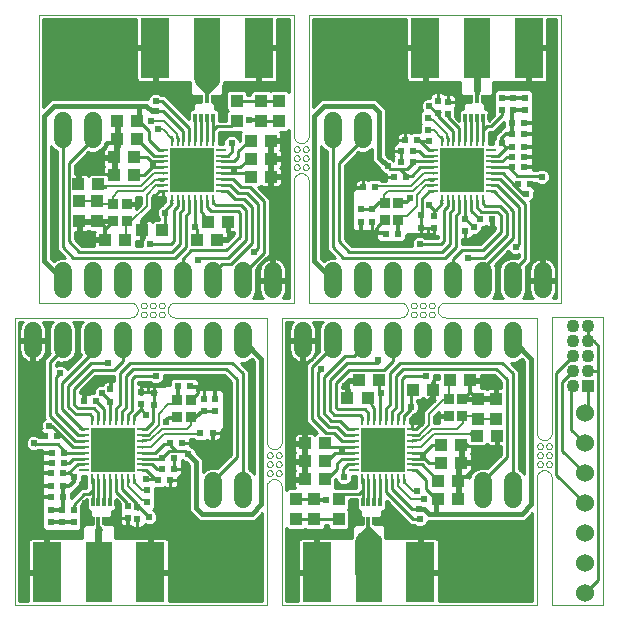
<source format=gtl>
G75*
%MOIN*%
%OFA0B0*%
%FSLAX24Y24*%
%IPPOS*%
%LPD*%
%AMOC8*
5,1,8,0,0,1.08239X$1,22.5*
%
%ADD10C,0.0000*%
%ADD11C,0.0320*%
%ADD12R,0.0110X0.0330*%
%ADD13R,0.0330X0.0110*%
%ADD14R,0.1460X0.1460*%
%ADD15R,0.0230X0.0240*%
%ADD16R,0.0240X0.0230*%
%ADD17R,0.0335X0.0374*%
%ADD18R,0.0900X0.2000*%
%ADD19R,0.0950X0.2000*%
%ADD20R,0.0118X0.0315*%
%ADD21R,0.0315X0.0118*%
%ADD22C,0.0600*%
%ADD23R,0.0433X0.0394*%
%ADD24R,0.0394X0.0433*%
%ADD25C,0.0080*%
%ADD26C,0.0100*%
%ADD27C,0.0080*%
%ADD28C,0.0240*%
%ADD29C,0.0120*%
%ADD30C,0.0120*%
%ADD31C,0.0240*%
%ADD32C,0.0160*%
%ADD33C,0.0200*%
%ADD34C,0.0850*%
%ADD35C,0.0090*%
%ADD36C,0.0140*%
%ADD37C,0.0600*%
%ADD38C,0.0430*%
%ADD39R,0.0430X0.0430*%
D10*
X000550Y002350D02*
X000550Y011940D01*
X004400Y011940D01*
X004430Y011942D01*
X004460Y011947D01*
X004489Y011956D01*
X004516Y011969D01*
X004542Y011984D01*
X004566Y012003D01*
X004587Y012024D01*
X004606Y012048D01*
X004621Y012074D01*
X004634Y012101D01*
X004643Y012130D01*
X004648Y012160D01*
X004650Y012190D01*
X004648Y012220D01*
X004643Y012250D01*
X004634Y012279D01*
X004621Y012306D01*
X004606Y012332D01*
X004587Y012356D01*
X004566Y012377D01*
X004542Y012396D01*
X004516Y012411D01*
X004489Y012424D01*
X004460Y012433D01*
X004430Y012438D01*
X004400Y012440D01*
X001350Y012440D01*
X001350Y022035D01*
X009850Y022035D01*
X009850Y018000D01*
X009852Y017970D01*
X009857Y017940D01*
X009866Y017911D01*
X009879Y017884D01*
X009894Y017858D01*
X009913Y017834D01*
X009934Y017813D01*
X009958Y017794D01*
X009984Y017779D01*
X010011Y017766D01*
X010040Y017757D01*
X010070Y017752D01*
X010100Y017750D01*
X010130Y017752D01*
X010160Y017757D01*
X010189Y017766D01*
X010216Y017779D01*
X010242Y017794D01*
X010266Y017813D01*
X010287Y017834D01*
X010306Y017858D01*
X010321Y017884D01*
X010334Y017911D01*
X010343Y017940D01*
X010348Y017970D01*
X010350Y018000D01*
X010350Y022035D01*
X018750Y022035D01*
X018750Y012440D01*
X014910Y012440D01*
X014880Y012438D01*
X014850Y012433D01*
X014821Y012424D01*
X014794Y012411D01*
X014768Y012396D01*
X014744Y012377D01*
X014723Y012356D01*
X014704Y012332D01*
X014689Y012306D01*
X014676Y012279D01*
X014667Y012250D01*
X014662Y012220D01*
X014660Y012190D01*
X014662Y012160D01*
X014667Y012130D01*
X014676Y012101D01*
X014689Y012074D01*
X014704Y012048D01*
X014723Y012024D01*
X014744Y012003D01*
X014768Y011984D01*
X014794Y011969D01*
X014821Y011956D01*
X014850Y011947D01*
X014880Y011942D01*
X014910Y011940D01*
X017950Y011940D01*
X017950Y008100D01*
X017952Y008070D01*
X017957Y008040D01*
X017966Y008011D01*
X017979Y007984D01*
X017994Y007958D01*
X018013Y007934D01*
X018034Y007913D01*
X018058Y007894D01*
X018084Y007879D01*
X018111Y007866D01*
X018140Y007857D01*
X018170Y007852D01*
X018200Y007850D01*
X018230Y007852D01*
X018260Y007857D01*
X018289Y007866D01*
X018316Y007879D01*
X018342Y007894D01*
X018366Y007913D01*
X018387Y007934D01*
X018406Y007958D01*
X018421Y007984D01*
X018434Y008011D01*
X018443Y008040D01*
X018448Y008070D01*
X018450Y008100D01*
X018450Y011950D01*
X020150Y011950D01*
X020150Y002350D01*
X018450Y002350D01*
X018450Y006600D01*
X018262Y007050D02*
X018264Y007069D01*
X018269Y007088D01*
X018279Y007104D01*
X018291Y007119D01*
X018306Y007131D01*
X018322Y007141D01*
X018341Y007146D01*
X018360Y007148D01*
X018379Y007146D01*
X018398Y007141D01*
X018414Y007131D01*
X018429Y007119D01*
X018441Y007104D01*
X018451Y007088D01*
X018456Y007069D01*
X018458Y007050D01*
X018456Y007031D01*
X018451Y007012D01*
X018441Y006996D01*
X018429Y006981D01*
X018414Y006969D01*
X018398Y006959D01*
X018379Y006954D01*
X018360Y006952D01*
X018341Y006954D01*
X018322Y006959D01*
X018306Y006969D01*
X018291Y006981D01*
X018279Y006996D01*
X018269Y007012D01*
X018264Y007031D01*
X018262Y007050D01*
X017962Y007050D02*
X017964Y007069D01*
X017969Y007088D01*
X017979Y007104D01*
X017991Y007119D01*
X018006Y007131D01*
X018022Y007141D01*
X018041Y007146D01*
X018060Y007148D01*
X018079Y007146D01*
X018098Y007141D01*
X018114Y007131D01*
X018129Y007119D01*
X018141Y007104D01*
X018151Y007088D01*
X018156Y007069D01*
X018158Y007050D01*
X018156Y007031D01*
X018151Y007012D01*
X018141Y006996D01*
X018129Y006981D01*
X018114Y006969D01*
X018098Y006959D01*
X018079Y006954D01*
X018060Y006952D01*
X018041Y006954D01*
X018022Y006959D01*
X018006Y006969D01*
X017991Y006981D01*
X017979Y006996D01*
X017969Y007012D01*
X017964Y007031D01*
X017962Y007050D01*
X017950Y006600D02*
X017950Y002350D01*
X009450Y002350D01*
X009450Y006305D01*
X009448Y006335D01*
X009441Y006365D01*
X009432Y006393D01*
X009419Y006421D01*
X009403Y006446D01*
X009384Y006469D01*
X009362Y006490D01*
X009338Y006509D01*
X009312Y006524D01*
X009284Y006535D01*
X009255Y006544D01*
X009225Y006549D01*
X009195Y006550D01*
X009165Y006548D01*
X009135Y006541D01*
X009107Y006532D01*
X009079Y006519D01*
X009054Y006503D01*
X009031Y006484D01*
X009010Y006462D01*
X008991Y006438D01*
X008976Y006412D01*
X008965Y006384D01*
X008956Y006355D01*
X008951Y006325D01*
X008950Y006295D01*
X008950Y002350D01*
X000550Y002350D01*
X005900Y011940D02*
X008950Y011940D01*
X008950Y007800D01*
X008952Y007770D01*
X008957Y007740D01*
X008966Y007711D01*
X008979Y007684D01*
X008994Y007658D01*
X009013Y007634D01*
X009034Y007613D01*
X009058Y007594D01*
X009084Y007579D01*
X009111Y007566D01*
X009140Y007557D01*
X009170Y007552D01*
X009200Y007550D01*
X009230Y007552D01*
X009260Y007557D01*
X009289Y007566D01*
X009316Y007579D01*
X009342Y007594D01*
X009366Y007613D01*
X009387Y007634D01*
X009406Y007658D01*
X009421Y007684D01*
X009434Y007711D01*
X009443Y007740D01*
X009448Y007770D01*
X009450Y007800D01*
X009450Y011940D01*
X013400Y011940D01*
X013430Y011942D01*
X013460Y011947D01*
X013489Y011956D01*
X013516Y011969D01*
X013542Y011984D01*
X013566Y012003D01*
X013587Y012024D01*
X013606Y012048D01*
X013621Y012074D01*
X013634Y012101D01*
X013643Y012130D01*
X013648Y012160D01*
X013650Y012190D01*
X013648Y012220D01*
X013643Y012250D01*
X013634Y012279D01*
X013621Y012306D01*
X013606Y012332D01*
X013587Y012356D01*
X013566Y012377D01*
X013542Y012396D01*
X013516Y012411D01*
X013489Y012424D01*
X013460Y012433D01*
X013430Y012438D01*
X013400Y012440D01*
X010350Y012440D01*
X010350Y016500D01*
X010348Y016530D01*
X010343Y016560D01*
X010334Y016589D01*
X010321Y016616D01*
X010306Y016642D01*
X010287Y016666D01*
X010266Y016687D01*
X010242Y016706D01*
X010216Y016721D01*
X010189Y016734D01*
X010160Y016743D01*
X010130Y016748D01*
X010100Y016750D01*
X010070Y016748D01*
X010040Y016743D01*
X010011Y016734D01*
X009984Y016721D01*
X009958Y016706D01*
X009934Y016687D01*
X009913Y016666D01*
X009894Y016642D01*
X009879Y016616D01*
X009866Y016589D01*
X009857Y016560D01*
X009852Y016530D01*
X009850Y016500D01*
X009850Y012440D01*
X005900Y012440D01*
X005870Y012438D01*
X005840Y012433D01*
X005811Y012424D01*
X005784Y012411D01*
X005758Y012396D01*
X005734Y012377D01*
X005713Y012356D01*
X005694Y012332D01*
X005679Y012306D01*
X005666Y012279D01*
X005657Y012250D01*
X005652Y012220D01*
X005650Y012190D01*
X005652Y012160D01*
X005657Y012130D01*
X005666Y012101D01*
X005679Y012074D01*
X005694Y012048D01*
X005713Y012024D01*
X005734Y012003D01*
X005758Y011984D01*
X005784Y011969D01*
X005811Y011956D01*
X005840Y011947D01*
X005870Y011942D01*
X005900Y011940D01*
X005352Y012040D02*
X005354Y012059D01*
X005359Y012078D01*
X005369Y012094D01*
X005381Y012109D01*
X005396Y012121D01*
X005412Y012131D01*
X005431Y012136D01*
X005450Y012138D01*
X005469Y012136D01*
X005488Y012131D01*
X005504Y012121D01*
X005519Y012109D01*
X005531Y012094D01*
X005541Y012078D01*
X005546Y012059D01*
X005548Y012040D01*
X005546Y012021D01*
X005541Y012002D01*
X005531Y011986D01*
X005519Y011971D01*
X005504Y011959D01*
X005488Y011949D01*
X005469Y011944D01*
X005450Y011942D01*
X005431Y011944D01*
X005412Y011949D01*
X005396Y011959D01*
X005381Y011971D01*
X005369Y011986D01*
X005359Y012002D01*
X005354Y012021D01*
X005352Y012040D01*
X005052Y012040D02*
X005054Y012059D01*
X005059Y012078D01*
X005069Y012094D01*
X005081Y012109D01*
X005096Y012121D01*
X005112Y012131D01*
X005131Y012136D01*
X005150Y012138D01*
X005169Y012136D01*
X005188Y012131D01*
X005204Y012121D01*
X005219Y012109D01*
X005231Y012094D01*
X005241Y012078D01*
X005246Y012059D01*
X005248Y012040D01*
X005246Y012021D01*
X005241Y012002D01*
X005231Y011986D01*
X005219Y011971D01*
X005204Y011959D01*
X005188Y011949D01*
X005169Y011944D01*
X005150Y011942D01*
X005131Y011944D01*
X005112Y011949D01*
X005096Y011959D01*
X005081Y011971D01*
X005069Y011986D01*
X005059Y012002D01*
X005054Y012021D01*
X005052Y012040D01*
X004752Y012040D02*
X004754Y012059D01*
X004759Y012078D01*
X004769Y012094D01*
X004781Y012109D01*
X004796Y012121D01*
X004812Y012131D01*
X004831Y012136D01*
X004850Y012138D01*
X004869Y012136D01*
X004888Y012131D01*
X004904Y012121D01*
X004919Y012109D01*
X004931Y012094D01*
X004941Y012078D01*
X004946Y012059D01*
X004948Y012040D01*
X004946Y012021D01*
X004941Y012002D01*
X004931Y011986D01*
X004919Y011971D01*
X004904Y011959D01*
X004888Y011949D01*
X004869Y011944D01*
X004850Y011942D01*
X004831Y011944D01*
X004812Y011949D01*
X004796Y011959D01*
X004781Y011971D01*
X004769Y011986D01*
X004759Y012002D01*
X004754Y012021D01*
X004752Y012040D01*
X004752Y012340D02*
X004754Y012359D01*
X004759Y012378D01*
X004769Y012394D01*
X004781Y012409D01*
X004796Y012421D01*
X004812Y012431D01*
X004831Y012436D01*
X004850Y012438D01*
X004869Y012436D01*
X004888Y012431D01*
X004904Y012421D01*
X004919Y012409D01*
X004931Y012394D01*
X004941Y012378D01*
X004946Y012359D01*
X004948Y012340D01*
X004946Y012321D01*
X004941Y012302D01*
X004931Y012286D01*
X004919Y012271D01*
X004904Y012259D01*
X004888Y012249D01*
X004869Y012244D01*
X004850Y012242D01*
X004831Y012244D01*
X004812Y012249D01*
X004796Y012259D01*
X004781Y012271D01*
X004769Y012286D01*
X004759Y012302D01*
X004754Y012321D01*
X004752Y012340D01*
X005052Y012340D02*
X005054Y012359D01*
X005059Y012378D01*
X005069Y012394D01*
X005081Y012409D01*
X005096Y012421D01*
X005112Y012431D01*
X005131Y012436D01*
X005150Y012438D01*
X005169Y012436D01*
X005188Y012431D01*
X005204Y012421D01*
X005219Y012409D01*
X005231Y012394D01*
X005241Y012378D01*
X005246Y012359D01*
X005248Y012340D01*
X005246Y012321D01*
X005241Y012302D01*
X005231Y012286D01*
X005219Y012271D01*
X005204Y012259D01*
X005188Y012249D01*
X005169Y012244D01*
X005150Y012242D01*
X005131Y012244D01*
X005112Y012249D01*
X005096Y012259D01*
X005081Y012271D01*
X005069Y012286D01*
X005059Y012302D01*
X005054Y012321D01*
X005052Y012340D01*
X005352Y012340D02*
X005354Y012359D01*
X005359Y012378D01*
X005369Y012394D01*
X005381Y012409D01*
X005396Y012421D01*
X005412Y012431D01*
X005431Y012436D01*
X005450Y012438D01*
X005469Y012436D01*
X005488Y012431D01*
X005504Y012421D01*
X005519Y012409D01*
X005531Y012394D01*
X005541Y012378D01*
X005546Y012359D01*
X005548Y012340D01*
X005546Y012321D01*
X005541Y012302D01*
X005531Y012286D01*
X005519Y012271D01*
X005504Y012259D01*
X005488Y012249D01*
X005469Y012244D01*
X005450Y012242D01*
X005431Y012244D01*
X005412Y012249D01*
X005396Y012259D01*
X005381Y012271D01*
X005369Y012286D01*
X005359Y012302D01*
X005354Y012321D01*
X005352Y012340D01*
X008952Y007350D02*
X008954Y007369D01*
X008959Y007388D01*
X008969Y007404D01*
X008981Y007419D01*
X008996Y007431D01*
X009012Y007441D01*
X009031Y007446D01*
X009050Y007448D01*
X009069Y007446D01*
X009088Y007441D01*
X009104Y007431D01*
X009119Y007419D01*
X009131Y007404D01*
X009141Y007388D01*
X009146Y007369D01*
X009148Y007350D01*
X009146Y007331D01*
X009141Y007312D01*
X009131Y007296D01*
X009119Y007281D01*
X009104Y007269D01*
X009088Y007259D01*
X009069Y007254D01*
X009050Y007252D01*
X009031Y007254D01*
X009012Y007259D01*
X008996Y007269D01*
X008981Y007281D01*
X008969Y007296D01*
X008959Y007312D01*
X008954Y007331D01*
X008952Y007350D01*
X008952Y007050D02*
X008954Y007069D01*
X008959Y007088D01*
X008969Y007104D01*
X008981Y007119D01*
X008996Y007131D01*
X009012Y007141D01*
X009031Y007146D01*
X009050Y007148D01*
X009069Y007146D01*
X009088Y007141D01*
X009104Y007131D01*
X009119Y007119D01*
X009131Y007104D01*
X009141Y007088D01*
X009146Y007069D01*
X009148Y007050D01*
X009146Y007031D01*
X009141Y007012D01*
X009131Y006996D01*
X009119Y006981D01*
X009104Y006969D01*
X009088Y006959D01*
X009069Y006954D01*
X009050Y006952D01*
X009031Y006954D01*
X009012Y006959D01*
X008996Y006969D01*
X008981Y006981D01*
X008969Y006996D01*
X008959Y007012D01*
X008954Y007031D01*
X008952Y007050D01*
X008952Y006750D02*
X008954Y006769D01*
X008959Y006788D01*
X008969Y006804D01*
X008981Y006819D01*
X008996Y006831D01*
X009012Y006841D01*
X009031Y006846D01*
X009050Y006848D01*
X009069Y006846D01*
X009088Y006841D01*
X009104Y006831D01*
X009119Y006819D01*
X009131Y006804D01*
X009141Y006788D01*
X009146Y006769D01*
X009148Y006750D01*
X009146Y006731D01*
X009141Y006712D01*
X009131Y006696D01*
X009119Y006681D01*
X009104Y006669D01*
X009088Y006659D01*
X009069Y006654D01*
X009050Y006652D01*
X009031Y006654D01*
X009012Y006659D01*
X008996Y006669D01*
X008981Y006681D01*
X008969Y006696D01*
X008959Y006712D01*
X008954Y006731D01*
X008952Y006750D01*
X009252Y006750D02*
X009254Y006769D01*
X009259Y006788D01*
X009269Y006804D01*
X009281Y006819D01*
X009296Y006831D01*
X009312Y006841D01*
X009331Y006846D01*
X009350Y006848D01*
X009369Y006846D01*
X009388Y006841D01*
X009404Y006831D01*
X009419Y006819D01*
X009431Y006804D01*
X009441Y006788D01*
X009446Y006769D01*
X009448Y006750D01*
X009446Y006731D01*
X009441Y006712D01*
X009431Y006696D01*
X009419Y006681D01*
X009404Y006669D01*
X009388Y006659D01*
X009369Y006654D01*
X009350Y006652D01*
X009331Y006654D01*
X009312Y006659D01*
X009296Y006669D01*
X009281Y006681D01*
X009269Y006696D01*
X009259Y006712D01*
X009254Y006731D01*
X009252Y006750D01*
X009252Y007050D02*
X009254Y007069D01*
X009259Y007088D01*
X009269Y007104D01*
X009281Y007119D01*
X009296Y007131D01*
X009312Y007141D01*
X009331Y007146D01*
X009350Y007148D01*
X009369Y007146D01*
X009388Y007141D01*
X009404Y007131D01*
X009419Y007119D01*
X009431Y007104D01*
X009441Y007088D01*
X009446Y007069D01*
X009448Y007050D01*
X009446Y007031D01*
X009441Y007012D01*
X009431Y006996D01*
X009419Y006981D01*
X009404Y006969D01*
X009388Y006959D01*
X009369Y006954D01*
X009350Y006952D01*
X009331Y006954D01*
X009312Y006959D01*
X009296Y006969D01*
X009281Y006981D01*
X009269Y006996D01*
X009259Y007012D01*
X009254Y007031D01*
X009252Y007050D01*
X009252Y007350D02*
X009254Y007369D01*
X009259Y007388D01*
X009269Y007404D01*
X009281Y007419D01*
X009296Y007431D01*
X009312Y007441D01*
X009331Y007446D01*
X009350Y007448D01*
X009369Y007446D01*
X009388Y007441D01*
X009404Y007431D01*
X009419Y007419D01*
X009431Y007404D01*
X009441Y007388D01*
X009446Y007369D01*
X009448Y007350D01*
X009446Y007331D01*
X009441Y007312D01*
X009431Y007296D01*
X009419Y007281D01*
X009404Y007269D01*
X009388Y007259D01*
X009369Y007254D01*
X009350Y007252D01*
X009331Y007254D01*
X009312Y007259D01*
X009296Y007269D01*
X009281Y007281D01*
X009269Y007296D01*
X009259Y007312D01*
X009254Y007331D01*
X009252Y007350D01*
X013752Y012040D02*
X013754Y012059D01*
X013759Y012078D01*
X013769Y012094D01*
X013781Y012109D01*
X013796Y012121D01*
X013812Y012131D01*
X013831Y012136D01*
X013850Y012138D01*
X013869Y012136D01*
X013888Y012131D01*
X013904Y012121D01*
X013919Y012109D01*
X013931Y012094D01*
X013941Y012078D01*
X013946Y012059D01*
X013948Y012040D01*
X013946Y012021D01*
X013941Y012002D01*
X013931Y011986D01*
X013919Y011971D01*
X013904Y011959D01*
X013888Y011949D01*
X013869Y011944D01*
X013850Y011942D01*
X013831Y011944D01*
X013812Y011949D01*
X013796Y011959D01*
X013781Y011971D01*
X013769Y011986D01*
X013759Y012002D01*
X013754Y012021D01*
X013752Y012040D01*
X013752Y012340D02*
X013754Y012359D01*
X013759Y012378D01*
X013769Y012394D01*
X013781Y012409D01*
X013796Y012421D01*
X013812Y012431D01*
X013831Y012436D01*
X013850Y012438D01*
X013869Y012436D01*
X013888Y012431D01*
X013904Y012421D01*
X013919Y012409D01*
X013931Y012394D01*
X013941Y012378D01*
X013946Y012359D01*
X013948Y012340D01*
X013946Y012321D01*
X013941Y012302D01*
X013931Y012286D01*
X013919Y012271D01*
X013904Y012259D01*
X013888Y012249D01*
X013869Y012244D01*
X013850Y012242D01*
X013831Y012244D01*
X013812Y012249D01*
X013796Y012259D01*
X013781Y012271D01*
X013769Y012286D01*
X013759Y012302D01*
X013754Y012321D01*
X013752Y012340D01*
X014052Y012340D02*
X014054Y012359D01*
X014059Y012378D01*
X014069Y012394D01*
X014081Y012409D01*
X014096Y012421D01*
X014112Y012431D01*
X014131Y012436D01*
X014150Y012438D01*
X014169Y012436D01*
X014188Y012431D01*
X014204Y012421D01*
X014219Y012409D01*
X014231Y012394D01*
X014241Y012378D01*
X014246Y012359D01*
X014248Y012340D01*
X014246Y012321D01*
X014241Y012302D01*
X014231Y012286D01*
X014219Y012271D01*
X014204Y012259D01*
X014188Y012249D01*
X014169Y012244D01*
X014150Y012242D01*
X014131Y012244D01*
X014112Y012249D01*
X014096Y012259D01*
X014081Y012271D01*
X014069Y012286D01*
X014059Y012302D01*
X014054Y012321D01*
X014052Y012340D01*
X014052Y012040D02*
X014054Y012059D01*
X014059Y012078D01*
X014069Y012094D01*
X014081Y012109D01*
X014096Y012121D01*
X014112Y012131D01*
X014131Y012136D01*
X014150Y012138D01*
X014169Y012136D01*
X014188Y012131D01*
X014204Y012121D01*
X014219Y012109D01*
X014231Y012094D01*
X014241Y012078D01*
X014246Y012059D01*
X014248Y012040D01*
X014246Y012021D01*
X014241Y012002D01*
X014231Y011986D01*
X014219Y011971D01*
X014204Y011959D01*
X014188Y011949D01*
X014169Y011944D01*
X014150Y011942D01*
X014131Y011944D01*
X014112Y011949D01*
X014096Y011959D01*
X014081Y011971D01*
X014069Y011986D01*
X014059Y012002D01*
X014054Y012021D01*
X014052Y012040D01*
X014352Y012040D02*
X014354Y012059D01*
X014359Y012078D01*
X014369Y012094D01*
X014381Y012109D01*
X014396Y012121D01*
X014412Y012131D01*
X014431Y012136D01*
X014450Y012138D01*
X014469Y012136D01*
X014488Y012131D01*
X014504Y012121D01*
X014519Y012109D01*
X014531Y012094D01*
X014541Y012078D01*
X014546Y012059D01*
X014548Y012040D01*
X014546Y012021D01*
X014541Y012002D01*
X014531Y011986D01*
X014519Y011971D01*
X014504Y011959D01*
X014488Y011949D01*
X014469Y011944D01*
X014450Y011942D01*
X014431Y011944D01*
X014412Y011949D01*
X014396Y011959D01*
X014381Y011971D01*
X014369Y011986D01*
X014359Y012002D01*
X014354Y012021D01*
X014352Y012040D01*
X014352Y012340D02*
X014354Y012359D01*
X014359Y012378D01*
X014369Y012394D01*
X014381Y012409D01*
X014396Y012421D01*
X014412Y012431D01*
X014431Y012436D01*
X014450Y012438D01*
X014469Y012436D01*
X014488Y012431D01*
X014504Y012421D01*
X014519Y012409D01*
X014531Y012394D01*
X014541Y012378D01*
X014546Y012359D01*
X014548Y012340D01*
X014546Y012321D01*
X014541Y012302D01*
X014531Y012286D01*
X014519Y012271D01*
X014504Y012259D01*
X014488Y012249D01*
X014469Y012244D01*
X014450Y012242D01*
X014431Y012244D01*
X014412Y012249D01*
X014396Y012259D01*
X014381Y012271D01*
X014369Y012286D01*
X014359Y012302D01*
X014354Y012321D01*
X014352Y012340D01*
X017962Y007650D02*
X017964Y007669D01*
X017969Y007688D01*
X017979Y007704D01*
X017991Y007719D01*
X018006Y007731D01*
X018022Y007741D01*
X018041Y007746D01*
X018060Y007748D01*
X018079Y007746D01*
X018098Y007741D01*
X018114Y007731D01*
X018129Y007719D01*
X018141Y007704D01*
X018151Y007688D01*
X018156Y007669D01*
X018158Y007650D01*
X018156Y007631D01*
X018151Y007612D01*
X018141Y007596D01*
X018129Y007581D01*
X018114Y007569D01*
X018098Y007559D01*
X018079Y007554D01*
X018060Y007552D01*
X018041Y007554D01*
X018022Y007559D01*
X018006Y007569D01*
X017991Y007581D01*
X017979Y007596D01*
X017969Y007612D01*
X017964Y007631D01*
X017962Y007650D01*
X017962Y007350D02*
X017964Y007369D01*
X017969Y007388D01*
X017979Y007404D01*
X017991Y007419D01*
X018006Y007431D01*
X018022Y007441D01*
X018041Y007446D01*
X018060Y007448D01*
X018079Y007446D01*
X018098Y007441D01*
X018114Y007431D01*
X018129Y007419D01*
X018141Y007404D01*
X018151Y007388D01*
X018156Y007369D01*
X018158Y007350D01*
X018156Y007331D01*
X018151Y007312D01*
X018141Y007296D01*
X018129Y007281D01*
X018114Y007269D01*
X018098Y007259D01*
X018079Y007254D01*
X018060Y007252D01*
X018041Y007254D01*
X018022Y007259D01*
X018006Y007269D01*
X017991Y007281D01*
X017979Y007296D01*
X017969Y007312D01*
X017964Y007331D01*
X017962Y007350D01*
X018262Y007350D02*
X018264Y007369D01*
X018269Y007388D01*
X018279Y007404D01*
X018291Y007419D01*
X018306Y007431D01*
X018322Y007441D01*
X018341Y007446D01*
X018360Y007448D01*
X018379Y007446D01*
X018398Y007441D01*
X018414Y007431D01*
X018429Y007419D01*
X018441Y007404D01*
X018451Y007388D01*
X018456Y007369D01*
X018458Y007350D01*
X018456Y007331D01*
X018451Y007312D01*
X018441Y007296D01*
X018429Y007281D01*
X018414Y007269D01*
X018398Y007259D01*
X018379Y007254D01*
X018360Y007252D01*
X018341Y007254D01*
X018322Y007259D01*
X018306Y007269D01*
X018291Y007281D01*
X018279Y007296D01*
X018269Y007312D01*
X018264Y007331D01*
X018262Y007350D01*
X018262Y007650D02*
X018264Y007669D01*
X018269Y007688D01*
X018279Y007704D01*
X018291Y007719D01*
X018306Y007731D01*
X018322Y007741D01*
X018341Y007746D01*
X018360Y007748D01*
X018379Y007746D01*
X018398Y007741D01*
X018414Y007731D01*
X018429Y007719D01*
X018441Y007704D01*
X018451Y007688D01*
X018456Y007669D01*
X018458Y007650D01*
X018456Y007631D01*
X018451Y007612D01*
X018441Y007596D01*
X018429Y007581D01*
X018414Y007569D01*
X018398Y007559D01*
X018379Y007554D01*
X018360Y007552D01*
X018341Y007554D01*
X018322Y007559D01*
X018306Y007569D01*
X018291Y007581D01*
X018279Y007596D01*
X018269Y007612D01*
X018264Y007631D01*
X018262Y007650D01*
X018450Y006600D02*
X018448Y006630D01*
X018443Y006660D01*
X018434Y006689D01*
X018421Y006716D01*
X018406Y006742D01*
X018387Y006766D01*
X018366Y006787D01*
X018342Y006806D01*
X018316Y006821D01*
X018289Y006834D01*
X018260Y006843D01*
X018230Y006848D01*
X018200Y006850D01*
X018170Y006848D01*
X018140Y006843D01*
X018111Y006834D01*
X018084Y006821D01*
X018058Y006806D01*
X018034Y006787D01*
X018013Y006766D01*
X017994Y006742D01*
X017979Y006716D01*
X017966Y006689D01*
X017957Y006660D01*
X017952Y006630D01*
X017950Y006600D01*
X010152Y016950D02*
X010154Y016969D01*
X010159Y016988D01*
X010169Y017004D01*
X010181Y017019D01*
X010196Y017031D01*
X010212Y017041D01*
X010231Y017046D01*
X010250Y017048D01*
X010269Y017046D01*
X010288Y017041D01*
X010304Y017031D01*
X010319Y017019D01*
X010331Y017004D01*
X010341Y016988D01*
X010346Y016969D01*
X010348Y016950D01*
X010346Y016931D01*
X010341Y016912D01*
X010331Y016896D01*
X010319Y016881D01*
X010304Y016869D01*
X010288Y016859D01*
X010269Y016854D01*
X010250Y016852D01*
X010231Y016854D01*
X010212Y016859D01*
X010196Y016869D01*
X010181Y016881D01*
X010169Y016896D01*
X010159Y016912D01*
X010154Y016931D01*
X010152Y016950D01*
X009852Y016950D02*
X009854Y016969D01*
X009859Y016988D01*
X009869Y017004D01*
X009881Y017019D01*
X009896Y017031D01*
X009912Y017041D01*
X009931Y017046D01*
X009950Y017048D01*
X009969Y017046D01*
X009988Y017041D01*
X010004Y017031D01*
X010019Y017019D01*
X010031Y017004D01*
X010041Y016988D01*
X010046Y016969D01*
X010048Y016950D01*
X010046Y016931D01*
X010041Y016912D01*
X010031Y016896D01*
X010019Y016881D01*
X010004Y016869D01*
X009988Y016859D01*
X009969Y016854D01*
X009950Y016852D01*
X009931Y016854D01*
X009912Y016859D01*
X009896Y016869D01*
X009881Y016881D01*
X009869Y016896D01*
X009859Y016912D01*
X009854Y016931D01*
X009852Y016950D01*
X009852Y017250D02*
X009854Y017269D01*
X009859Y017288D01*
X009869Y017304D01*
X009881Y017319D01*
X009896Y017331D01*
X009912Y017341D01*
X009931Y017346D01*
X009950Y017348D01*
X009969Y017346D01*
X009988Y017341D01*
X010004Y017331D01*
X010019Y017319D01*
X010031Y017304D01*
X010041Y017288D01*
X010046Y017269D01*
X010048Y017250D01*
X010046Y017231D01*
X010041Y017212D01*
X010031Y017196D01*
X010019Y017181D01*
X010004Y017169D01*
X009988Y017159D01*
X009969Y017154D01*
X009950Y017152D01*
X009931Y017154D01*
X009912Y017159D01*
X009896Y017169D01*
X009881Y017181D01*
X009869Y017196D01*
X009859Y017212D01*
X009854Y017231D01*
X009852Y017250D01*
X009852Y017550D02*
X009854Y017569D01*
X009859Y017588D01*
X009869Y017604D01*
X009881Y017619D01*
X009896Y017631D01*
X009912Y017641D01*
X009931Y017646D01*
X009950Y017648D01*
X009969Y017646D01*
X009988Y017641D01*
X010004Y017631D01*
X010019Y017619D01*
X010031Y017604D01*
X010041Y017588D01*
X010046Y017569D01*
X010048Y017550D01*
X010046Y017531D01*
X010041Y017512D01*
X010031Y017496D01*
X010019Y017481D01*
X010004Y017469D01*
X009988Y017459D01*
X009969Y017454D01*
X009950Y017452D01*
X009931Y017454D01*
X009912Y017459D01*
X009896Y017469D01*
X009881Y017481D01*
X009869Y017496D01*
X009859Y017512D01*
X009854Y017531D01*
X009852Y017550D01*
X010152Y017550D02*
X010154Y017569D01*
X010159Y017588D01*
X010169Y017604D01*
X010181Y017619D01*
X010196Y017631D01*
X010212Y017641D01*
X010231Y017646D01*
X010250Y017648D01*
X010269Y017646D01*
X010288Y017641D01*
X010304Y017631D01*
X010319Y017619D01*
X010331Y017604D01*
X010341Y017588D01*
X010346Y017569D01*
X010348Y017550D01*
X010346Y017531D01*
X010341Y017512D01*
X010331Y017496D01*
X010319Y017481D01*
X010304Y017469D01*
X010288Y017459D01*
X010269Y017454D01*
X010250Y017452D01*
X010231Y017454D01*
X010212Y017459D01*
X010196Y017469D01*
X010181Y017481D01*
X010169Y017496D01*
X010159Y017512D01*
X010154Y017531D01*
X010152Y017550D01*
X010152Y017250D02*
X010154Y017269D01*
X010159Y017288D01*
X010169Y017304D01*
X010181Y017319D01*
X010196Y017331D01*
X010212Y017341D01*
X010231Y017346D01*
X010250Y017348D01*
X010269Y017346D01*
X010288Y017341D01*
X010304Y017331D01*
X010319Y017319D01*
X010331Y017304D01*
X010341Y017288D01*
X010346Y017269D01*
X010348Y017250D01*
X010346Y017231D01*
X010341Y017212D01*
X010331Y017196D01*
X010319Y017181D01*
X010304Y017169D01*
X010288Y017159D01*
X010269Y017154D01*
X010250Y017152D01*
X010231Y017154D01*
X010212Y017159D01*
X010196Y017169D01*
X010181Y017181D01*
X010169Y017196D01*
X010159Y017212D01*
X010154Y017231D01*
X010152Y017250D01*
D11*
X006977Y017351D03*
X006977Y017011D03*
X006977Y016671D03*
X006977Y016331D03*
X006637Y016331D03*
X006297Y016331D03*
X006297Y016671D03*
X006637Y016671D03*
X006637Y017011D03*
X006287Y017011D03*
X005957Y017011D03*
X005957Y016671D03*
X005957Y016331D03*
X005957Y017351D03*
X006297Y017351D03*
X006637Y017351D03*
X004343Y008049D03*
X004003Y008049D03*
X003663Y008049D03*
X003323Y008049D03*
X003323Y007709D03*
X003323Y007369D03*
X003323Y007029D03*
X003663Y007029D03*
X004003Y007029D03*
X004013Y007369D03*
X004003Y007709D03*
X003663Y007709D03*
X003663Y007369D03*
X004343Y007369D03*
X004343Y007709D03*
X004343Y007029D03*
X012323Y007029D03*
X012323Y007369D03*
X012323Y007709D03*
X012323Y008049D03*
X012663Y008049D03*
X012663Y007709D03*
X012663Y007369D03*
X012663Y007029D03*
X013003Y007029D03*
X013343Y007029D03*
X013343Y007369D03*
X013013Y007369D03*
X013003Y007709D03*
X013343Y007709D03*
X013343Y008049D03*
X013003Y008049D03*
X014957Y016331D03*
X015297Y016331D03*
X015637Y016331D03*
X015977Y016331D03*
X015977Y016671D03*
X015977Y017011D03*
X015637Y017011D03*
X015637Y016671D03*
X015297Y016671D03*
X015287Y017011D03*
X014957Y017011D03*
X014957Y016671D03*
X014957Y017351D03*
X015297Y017351D03*
X015637Y017351D03*
X015977Y017351D03*
D12*
X015957Y017811D03*
X015767Y017811D03*
X015567Y017811D03*
X015367Y017811D03*
X015167Y017811D03*
X014977Y017811D03*
X014777Y017811D03*
X016157Y017811D03*
X016157Y015871D03*
X015957Y015871D03*
X015767Y015871D03*
X015567Y015871D03*
X015367Y015871D03*
X015167Y015871D03*
X014977Y015871D03*
X014777Y015871D03*
X013523Y008509D03*
X013323Y008509D03*
X013133Y008509D03*
X012933Y008509D03*
X012733Y008509D03*
X012533Y008509D03*
X012343Y008509D03*
X012143Y008509D03*
X012143Y006569D03*
X012343Y006569D03*
X012533Y006569D03*
X012733Y006569D03*
X012933Y006569D03*
X013133Y006569D03*
X013323Y006569D03*
X013523Y006569D03*
X007157Y015871D03*
X006957Y015871D03*
X006767Y015871D03*
X006567Y015871D03*
X006367Y015871D03*
X006167Y015871D03*
X005977Y015871D03*
X005777Y015871D03*
X005777Y017811D03*
X005977Y017811D03*
X006167Y017811D03*
X006367Y017811D03*
X006567Y017811D03*
X006767Y017811D03*
X006957Y017811D03*
X007157Y017811D03*
X004523Y008509D03*
X004323Y008509D03*
X004133Y008509D03*
X003933Y008509D03*
X003733Y008509D03*
X003533Y008509D03*
X003343Y008509D03*
X003143Y008509D03*
X003143Y006569D03*
X003343Y006569D03*
X003533Y006569D03*
X003733Y006569D03*
X003933Y006569D03*
X004133Y006569D03*
X004323Y006569D03*
X004523Y006569D03*
D13*
X004803Y006849D03*
X004803Y007049D03*
X004803Y007239D03*
X004803Y007439D03*
X004803Y007639D03*
X004803Y007839D03*
X004803Y008029D03*
X004803Y008229D03*
X002863Y008229D03*
X002863Y008029D03*
X002863Y007839D03*
X002863Y007639D03*
X002863Y007439D03*
X002863Y007239D03*
X002863Y007049D03*
X002863Y006849D03*
X005497Y016151D03*
X005497Y016351D03*
X005497Y016541D03*
X005497Y016741D03*
X005497Y016941D03*
X005497Y017141D03*
X005497Y017331D03*
X005497Y017531D03*
X007437Y017531D03*
X007437Y017331D03*
X007437Y017141D03*
X007437Y016941D03*
X007437Y016741D03*
X007437Y016541D03*
X007437Y016351D03*
X007437Y016151D03*
X011863Y008229D03*
X011863Y008029D03*
X011863Y007839D03*
X011863Y007639D03*
X011863Y007439D03*
X011863Y007239D03*
X011863Y007049D03*
X011863Y006849D03*
X013803Y006849D03*
X013803Y007049D03*
X013803Y007239D03*
X013803Y007439D03*
X013803Y007639D03*
X013803Y007839D03*
X013803Y008029D03*
X013803Y008229D03*
X014497Y016151D03*
X014497Y016351D03*
X014497Y016541D03*
X014497Y016741D03*
X014497Y016941D03*
X014497Y017141D03*
X014497Y017331D03*
X014497Y017531D03*
X016437Y017531D03*
X016437Y017331D03*
X016437Y017141D03*
X016437Y016941D03*
X016437Y016741D03*
X016437Y016541D03*
X016437Y016351D03*
X016437Y016151D03*
D14*
X015467Y016841D03*
X012833Y007539D03*
X006467Y016841D03*
X003833Y007539D03*
D15*
X004963Y006190D03*
X004963Y005788D03*
X004633Y005610D03*
X004313Y005660D03*
X004313Y005258D03*
X004633Y005208D03*
X002513Y005118D03*
X002125Y005120D03*
X002125Y005522D03*
X001755Y005522D03*
X001755Y005120D03*
X002513Y005520D03*
X003738Y009140D03*
X003738Y009542D03*
X004763Y009450D03*
X004763Y009048D03*
X005203Y009038D03*
X005203Y009440D03*
X006853Y009240D03*
X006853Y008838D03*
X007213Y008838D03*
X007213Y009240D03*
X012087Y015140D03*
X012087Y015542D03*
X012447Y015542D03*
X012447Y015140D03*
X014097Y014940D03*
X014097Y015342D03*
X014537Y015332D03*
X014537Y014930D03*
X015562Y014838D03*
X015562Y015240D03*
X014337Y018190D03*
X014337Y018592D03*
X014667Y018770D03*
X014987Y018720D03*
X014987Y019122D03*
X014667Y019172D03*
X016787Y019262D03*
X017175Y019260D03*
X017175Y018858D03*
X017545Y018858D03*
X017545Y019260D03*
X016787Y018860D03*
D16*
X017128Y018430D03*
X017128Y018070D03*
X017529Y018070D03*
X017529Y018430D03*
X017528Y017631D03*
X017518Y017291D03*
X017518Y016951D03*
X017116Y016951D03*
X017116Y017291D03*
X017126Y017631D03*
X017336Y016401D03*
X017738Y016401D03*
X016455Y015221D03*
X016053Y015221D03*
X013838Y017131D03*
X013838Y017491D03*
X013968Y017851D03*
X013566Y017851D03*
X013436Y017491D03*
X013436Y017131D03*
X013588Y016631D03*
X013186Y016631D03*
X012558Y016281D03*
X012156Y016281D03*
X012916Y014731D03*
X013318Y014731D03*
X007144Y008099D03*
X006742Y008099D03*
X006114Y007749D03*
X005712Y007749D03*
X005864Y007249D03*
X005864Y006889D03*
X005734Y006529D03*
X005332Y006529D03*
X005462Y006889D03*
X005462Y007249D03*
X005982Y009649D03*
X006384Y009649D03*
X003247Y009159D03*
X002845Y009159D03*
X001964Y007979D03*
X001562Y007979D03*
X001782Y007429D03*
X001782Y007089D03*
X001772Y006749D03*
X002174Y006749D03*
X002184Y007089D03*
X002184Y007429D03*
X002172Y006310D03*
X002172Y005950D03*
X001771Y005950D03*
X001771Y006310D03*
D17*
X005967Y008613D03*
X006420Y008613D03*
X006420Y009184D03*
X005967Y009184D03*
X004283Y015146D03*
X004283Y015717D03*
X003830Y015717D03*
X003830Y015146D03*
X012880Y015196D03*
X013333Y015196D03*
X013333Y015767D03*
X012880Y015767D03*
X015017Y009234D03*
X015470Y009234D03*
X015470Y008663D03*
X015017Y008663D03*
D18*
X012346Y003454D03*
X003346Y003454D03*
X006954Y020926D03*
X015954Y020926D03*
D19*
X014229Y020926D03*
X017679Y020926D03*
X008679Y020926D03*
X005229Y020926D03*
X005071Y003454D03*
X001621Y003454D03*
X010621Y003454D03*
X014071Y003454D03*
D20*
X012736Y005154D03*
X012539Y005154D03*
X012342Y005154D03*
X012146Y005154D03*
X012146Y005784D03*
X012342Y005784D03*
X012539Y005784D03*
X012736Y005784D03*
X003736Y005784D03*
X003539Y005784D03*
X003342Y005784D03*
X003146Y005784D03*
X003146Y005154D03*
X003342Y005154D03*
X003539Y005154D03*
X003736Y005154D03*
X006564Y018596D03*
X006761Y018596D03*
X006958Y018596D03*
X007154Y018596D03*
X007154Y019226D03*
X006958Y019226D03*
X006761Y019226D03*
X006564Y019226D03*
X015564Y019226D03*
X015761Y019226D03*
X015958Y019226D03*
X016154Y019226D03*
X016154Y018596D03*
X015958Y018596D03*
X015761Y018596D03*
X015564Y018596D03*
D21*
X015387Y018911D03*
X016332Y018911D03*
X007332Y018911D03*
X006387Y018911D03*
X003913Y005469D03*
X002968Y005469D03*
X011968Y005469D03*
X012913Y005469D03*
D22*
X016150Y005890D02*
X016150Y006490D01*
X017150Y006490D02*
X017150Y005890D01*
X017150Y010890D02*
X017150Y011490D01*
X016150Y011490D02*
X016150Y010890D01*
X015150Y010890D02*
X015150Y011490D01*
X014150Y011490D02*
X014150Y010890D01*
X013150Y010890D02*
X013150Y011490D01*
X012150Y011490D02*
X012150Y010890D01*
X011150Y010890D02*
X011150Y011490D01*
X010150Y011490D02*
X010150Y010890D01*
X009150Y012890D02*
X009150Y013490D01*
X008150Y013490D02*
X008150Y012890D01*
X007150Y012890D02*
X007150Y013490D01*
X006150Y013490D02*
X006150Y012890D01*
X005150Y012890D02*
X005150Y013490D01*
X004150Y013490D02*
X004150Y012890D01*
X003150Y012890D02*
X003150Y013490D01*
X002150Y013490D02*
X002150Y012890D01*
X002150Y011490D02*
X002150Y010890D01*
X001150Y010890D02*
X001150Y011490D01*
X003150Y011490D02*
X003150Y010890D01*
X004150Y010890D02*
X004150Y011490D01*
X005150Y011490D02*
X005150Y010890D01*
X006150Y010890D02*
X006150Y011490D01*
X007150Y011490D02*
X007150Y010890D01*
X008150Y010890D02*
X008150Y011490D01*
X011150Y012890D02*
X011150Y013490D01*
X012150Y013490D02*
X012150Y012890D01*
X013150Y012890D02*
X013150Y013490D01*
X014150Y013490D02*
X014150Y012890D01*
X015150Y012890D02*
X015150Y013490D01*
X016150Y013490D02*
X016150Y012890D01*
X017150Y012890D02*
X017150Y013490D01*
X018150Y013490D02*
X018150Y012890D01*
X012150Y017890D02*
X012150Y018490D01*
X011150Y018490D02*
X011150Y017890D01*
X003150Y017890D02*
X003150Y018490D01*
X002150Y018490D02*
X002150Y017890D01*
X007150Y006490D02*
X007150Y005890D01*
X008150Y005890D02*
X008150Y006490D01*
D23*
X010219Y007149D03*
X010219Y007749D03*
X010888Y007749D03*
X010888Y007149D03*
X010535Y005885D03*
X010535Y005216D03*
X011641Y009249D03*
X012311Y009249D03*
X012014Y009848D03*
X012683Y009848D03*
X013824Y009537D03*
X014494Y009537D03*
X015059Y009849D03*
X015728Y009849D03*
X015959Y007999D03*
X015438Y007699D03*
X015438Y007099D03*
X015338Y006499D03*
X015338Y005899D03*
X014669Y005899D03*
X014669Y006499D03*
X014769Y007099D03*
X014769Y007699D03*
X016628Y007999D03*
X009081Y016631D03*
X009081Y017231D03*
X008412Y017231D03*
X008412Y016631D03*
X007659Y015131D03*
X006989Y015131D03*
X007286Y014532D03*
X006617Y014532D03*
X005476Y014843D03*
X004806Y014843D03*
X004241Y014531D03*
X003572Y014531D03*
X003341Y016381D03*
X003862Y016681D03*
X003862Y017281D03*
X003962Y017881D03*
X003962Y018481D03*
X004631Y018481D03*
X004631Y017881D03*
X004531Y017281D03*
X004531Y016681D03*
X002672Y016381D03*
X008765Y018495D03*
X008765Y019164D03*
D24*
X009365Y019164D03*
X009365Y018495D03*
X009081Y017831D03*
X008412Y017831D03*
X007947Y018496D03*
X007947Y019166D03*
X003307Y015816D03*
X003307Y015146D03*
X002707Y015146D03*
X002707Y015816D03*
X010219Y006549D03*
X009935Y005885D03*
X009935Y005216D03*
X010888Y006549D03*
X011353Y005884D03*
X011353Y005214D03*
X015993Y008564D03*
X015993Y009234D03*
X016593Y009234D03*
X016593Y008564D03*
D25*
X015713Y008069D02*
X014533Y008069D01*
X014038Y008034D02*
X014023Y008034D01*
X013923Y007843D02*
X013912Y007841D01*
X013933Y007637D02*
X013912Y007634D01*
X013524Y006457D02*
X013782Y006199D01*
X013758Y005899D02*
X013329Y006328D01*
X013329Y006376D01*
X013327Y006457D01*
X006713Y008069D02*
X005533Y008069D01*
X005038Y008034D02*
X005023Y008034D01*
X004923Y007843D02*
X004912Y007841D01*
X004933Y007637D02*
X004912Y007634D01*
X004524Y006457D02*
X004782Y006199D01*
X004963Y006199D01*
X004808Y005849D02*
X004329Y006328D01*
X004329Y006376D01*
X004327Y006457D01*
X004913Y005799D02*
X004963Y005799D01*
X004767Y016311D02*
X003587Y016311D01*
X005262Y016346D02*
X005277Y016346D01*
X005377Y016537D02*
X005388Y016539D01*
X005367Y016743D02*
X005388Y016746D01*
X005776Y017923D02*
X005518Y018181D01*
X005542Y018481D02*
X005971Y018052D01*
X005971Y018004D01*
X005973Y017923D01*
X012587Y016311D02*
X013767Y016311D01*
X014262Y016346D02*
X014277Y016346D01*
X014377Y016537D02*
X014388Y016539D01*
X014367Y016743D02*
X014388Y016746D01*
X014776Y017923D02*
X014518Y018181D01*
X014337Y018181D01*
X014492Y018531D02*
X014971Y018052D01*
X014971Y018004D01*
X014973Y017923D01*
X014387Y018581D02*
X014337Y018581D01*
D26*
X014348Y018581D02*
X014387Y018581D01*
X014348Y018581D02*
X014337Y018592D01*
X014072Y018603D02*
X012930Y018603D01*
X012930Y018701D02*
X014072Y018701D01*
X014072Y018774D02*
X014072Y018410D01*
X014090Y018391D01*
X014072Y018372D01*
X014072Y018116D01*
X013785Y018116D01*
X013764Y018094D01*
X013744Y018106D01*
X013705Y018116D01*
X013573Y018116D01*
X013573Y017859D01*
X013558Y017859D01*
X013558Y018116D01*
X013426Y018116D01*
X013388Y018106D01*
X013354Y018086D01*
X013326Y018058D01*
X013306Y018024D01*
X013296Y017986D01*
X013296Y017859D01*
X013558Y017859D01*
X013558Y017844D01*
X013296Y017844D01*
X013296Y017756D01*
X013258Y017746D01*
X013224Y017726D01*
X013196Y017698D01*
X013176Y017664D01*
X013166Y017626D01*
X013166Y017499D01*
X013428Y017499D01*
X013428Y017484D01*
X013166Y017484D01*
X013166Y017356D01*
X013176Y017318D01*
X013180Y017311D01*
X013176Y017304D01*
X013166Y017266D01*
X013166Y017174D01*
X013130Y017210D01*
X013033Y017250D01*
X012930Y017353D01*
X012930Y018885D01*
X012795Y019020D01*
X012595Y019220D01*
X010755Y019220D01*
X010620Y019085D01*
X010500Y018965D01*
X010500Y021885D01*
X013604Y021885D01*
X013604Y020976D01*
X014179Y020976D01*
X014179Y020876D01*
X014279Y020876D01*
X014279Y019776D01*
X015387Y019776D01*
X015387Y019399D01*
X015474Y019311D01*
X015747Y019311D01*
X015747Y019140D01*
X015748Y019139D01*
X015562Y019139D01*
X015474Y019051D01*
X015474Y018921D01*
X015442Y018921D01*
X015354Y018833D01*
X015354Y018549D01*
X015252Y018651D01*
X015252Y018902D01*
X015230Y018924D01*
X015241Y018944D01*
X015252Y018982D01*
X015252Y019115D01*
X014994Y019115D01*
X014994Y019130D01*
X014979Y019130D01*
X014979Y019392D01*
X014894Y019392D01*
X014874Y019412D01*
X014840Y019432D01*
X014801Y019442D01*
X014674Y019442D01*
X014674Y019180D01*
X014659Y019180D01*
X014659Y019442D01*
X014532Y019442D01*
X014494Y019432D01*
X014460Y019412D01*
X014432Y019384D01*
X014412Y019350D01*
X014402Y019312D01*
X014402Y019271D01*
X014313Y019271D01*
X014214Y019230D01*
X014138Y019154D01*
X014097Y019055D01*
X014097Y018947D01*
X014138Y018848D01*
X014142Y018844D01*
X014072Y018774D01*
X014097Y018800D02*
X012930Y018800D01*
X012917Y018898D02*
X014117Y018898D01*
X014097Y018997D02*
X012819Y018997D01*
X012720Y019095D02*
X014113Y019095D01*
X014177Y019194D02*
X012622Y019194D01*
X012930Y018504D02*
X014072Y018504D01*
X014076Y018406D02*
X012930Y018406D01*
X012930Y018307D02*
X014072Y018307D01*
X014072Y018209D02*
X012930Y018209D01*
X012930Y018110D02*
X013403Y018110D01*
X013303Y018012D02*
X012930Y018012D01*
X012930Y017913D02*
X013296Y017913D01*
X013296Y017815D02*
X012930Y017815D01*
X012930Y017716D02*
X013214Y017716D01*
X013166Y017618D02*
X012930Y017618D01*
X012930Y017519D02*
X013166Y017519D01*
X013166Y017421D02*
X012930Y017421D01*
X012961Y017322D02*
X013175Y017322D01*
X013166Y017224D02*
X013097Y017224D01*
X012977Y016981D02*
X013067Y016891D01*
X013387Y016891D01*
X013617Y016891D01*
X013787Y017061D01*
X013837Y017061D01*
X013837Y017111D01*
X013867Y017141D01*
X013838Y017141D01*
X013838Y017131D01*
X013837Y017111D02*
X013838Y017111D01*
X013837Y017111D02*
X013837Y017171D01*
X013867Y017141D02*
X014497Y017141D01*
X014497Y017331D02*
X014177Y017331D01*
X014017Y017491D01*
X013838Y017491D01*
X013837Y017111D02*
X013787Y017061D01*
X014076Y016941D02*
X013777Y016641D01*
X013587Y016641D01*
X013588Y016640D01*
X013588Y016631D01*
X013587Y016631D02*
X013587Y016641D01*
X013587Y016691D01*
X013387Y016891D01*
X013428Y017139D02*
X013428Y017396D01*
X013428Y017484D01*
X013443Y017484D01*
X013443Y017139D01*
X013428Y017139D01*
X013428Y017224D02*
X013443Y017224D01*
X013443Y017322D02*
X013428Y017322D01*
X013428Y017421D02*
X013443Y017421D01*
X013558Y017913D02*
X013573Y017913D01*
X013573Y018012D02*
X013558Y018012D01*
X013558Y018110D02*
X013573Y018110D01*
X013728Y018110D02*
X013779Y018110D01*
X013968Y017851D02*
X013968Y017831D01*
X014367Y017831D01*
X014357Y017531D02*
X014037Y017851D01*
X013968Y017851D01*
X014337Y018181D02*
X014337Y018190D01*
X014776Y017923D02*
X014777Y017922D01*
X014777Y017811D01*
X014977Y017811D02*
X014977Y017919D01*
X014973Y017923D01*
X015167Y017940D02*
X015167Y017811D01*
X015167Y017940D02*
X015170Y017943D01*
X015168Y018130D01*
X015168Y018145D01*
X014667Y018646D01*
X014667Y018770D01*
X014656Y018770D01*
X014656Y018821D01*
X014666Y018821D01*
X014656Y018821D02*
X014547Y018821D01*
X014367Y019001D01*
X014402Y019292D02*
X010500Y019292D01*
X010500Y019194D02*
X010728Y019194D01*
X010630Y019095D02*
X010500Y019095D01*
X010500Y018997D02*
X010531Y018997D01*
X010500Y019391D02*
X014438Y019391D01*
X014659Y019391D02*
X014674Y019391D01*
X014674Y019292D02*
X014659Y019292D01*
X014659Y019194D02*
X014674Y019194D01*
X014979Y019194D02*
X014994Y019194D01*
X014994Y019130D02*
X014994Y019392D01*
X015121Y019392D01*
X015160Y019382D01*
X015194Y019362D01*
X015222Y019334D01*
X015241Y019300D01*
X015252Y019262D01*
X015252Y019130D01*
X014994Y019130D01*
X014979Y019292D02*
X014994Y019292D01*
X014994Y019391D02*
X014979Y019391D01*
X015127Y019391D02*
X015395Y019391D01*
X015407Y019407D02*
X015483Y019331D01*
X015767Y019331D01*
X015767Y019148D01*
X015768Y019146D01*
X015768Y019119D01*
X015570Y019119D01*
X015494Y019042D01*
X015494Y018901D01*
X015450Y018901D01*
X015374Y018825D01*
X015374Y018501D01*
X015237Y018638D01*
X015237Y018936D01*
X015241Y018944D01*
X015252Y018982D01*
X015252Y019115D01*
X015237Y019115D01*
X015237Y019130D01*
X015252Y019130D01*
X015252Y019262D01*
X015241Y019300D01*
X015237Y019308D01*
X015237Y019781D01*
X015407Y019781D01*
X015407Y019407D01*
X015423Y019391D02*
X015237Y019391D01*
X015237Y019489D02*
X015407Y019489D01*
X015387Y019489D02*
X010500Y019489D01*
X010500Y019588D02*
X015387Y019588D01*
X015407Y019588D02*
X015237Y019588D01*
X015237Y019686D02*
X015407Y019686D01*
X015387Y019686D02*
X010500Y019686D01*
X010500Y019785D02*
X013703Y019785D01*
X013696Y019786D02*
X013734Y019776D01*
X014179Y019776D01*
X014179Y020876D01*
X013604Y020876D01*
X013604Y019906D01*
X013614Y019868D01*
X013634Y019834D01*
X013662Y019806D01*
X013696Y019786D01*
X013610Y019883D02*
X010500Y019883D01*
X010500Y019982D02*
X013604Y019982D01*
X013604Y020080D02*
X010500Y020080D01*
X010500Y020179D02*
X013604Y020179D01*
X013604Y020277D02*
X010500Y020277D01*
X010500Y020376D02*
X013604Y020376D01*
X013604Y020474D02*
X010500Y020474D01*
X010500Y020573D02*
X013604Y020573D01*
X013604Y020671D02*
X010500Y020671D01*
X010500Y020770D02*
X013604Y020770D01*
X013604Y020868D02*
X010500Y020868D01*
X010500Y020967D02*
X014179Y020967D01*
X014179Y020868D02*
X014279Y020868D01*
X014279Y020770D02*
X014179Y020770D01*
X014179Y020671D02*
X014279Y020671D01*
X014279Y020573D02*
X014179Y020573D01*
X014179Y020474D02*
X014279Y020474D01*
X014279Y020376D02*
X014179Y020376D01*
X014179Y020277D02*
X014279Y020277D01*
X014279Y020179D02*
X014179Y020179D01*
X014179Y020080D02*
X014279Y020080D01*
X014279Y019982D02*
X014179Y019982D01*
X014179Y019883D02*
X014279Y019883D01*
X014279Y019785D02*
X014179Y019785D01*
X014656Y018770D02*
X014717Y018781D01*
X014987Y018720D02*
X014997Y018624D01*
X015369Y018252D01*
X015369Y018200D01*
X015367Y017943D01*
X015367Y017811D01*
X015567Y017811D02*
X015567Y018593D01*
X015564Y018596D01*
X015374Y018603D02*
X015272Y018603D01*
X015301Y018603D02*
X015354Y018603D01*
X015354Y018701D02*
X015252Y018701D01*
X015237Y018701D02*
X015374Y018701D01*
X015374Y018800D02*
X015237Y018800D01*
X015252Y018800D02*
X015354Y018800D01*
X015419Y018898D02*
X015252Y018898D01*
X015237Y018898D02*
X015447Y018898D01*
X015474Y018997D02*
X015252Y018997D01*
X015494Y018997D01*
X015518Y019095D02*
X015252Y019095D01*
X015547Y019095D01*
X015747Y019194D02*
X015252Y019194D01*
X015767Y019194D01*
X015767Y019292D02*
X015243Y019292D01*
X015747Y019292D01*
X015957Y019281D02*
X015957Y019541D01*
X016027Y019521D02*
X015887Y019521D01*
X015947Y019391D01*
X015957Y019371D02*
X016027Y019521D01*
X016147Y019331D02*
X016420Y019331D01*
X016497Y019407D01*
X016497Y019781D01*
X016577Y019781D01*
X016577Y019495D01*
X016537Y019455D01*
X016537Y018686D01*
X016352Y018501D01*
X016344Y018501D01*
X016344Y018825D01*
X016268Y018901D01*
X016224Y018901D01*
X016224Y019042D01*
X016148Y019119D01*
X016147Y019119D01*
X016147Y019146D01*
X016148Y019147D01*
X016148Y019305D01*
X016147Y019306D01*
X016147Y019331D01*
X016168Y019311D02*
X016429Y019311D01*
X016517Y019399D01*
X016517Y019776D01*
X017629Y019776D01*
X017629Y020876D01*
X017729Y020876D01*
X017729Y019776D01*
X018174Y019776D01*
X018212Y019786D01*
X018246Y019806D01*
X018274Y019834D01*
X018294Y019868D01*
X018304Y019906D01*
X018304Y020876D01*
X017729Y020876D01*
X017729Y020976D01*
X018304Y020976D01*
X018304Y021885D01*
X018600Y021885D01*
X018600Y012590D01*
X018486Y012590D01*
X018493Y012597D01*
X018535Y012654D01*
X018567Y012717D01*
X018589Y012785D01*
X018600Y012855D01*
X018600Y013140D01*
X018200Y013140D01*
X018200Y013240D01*
X018100Y013240D01*
X018100Y013938D01*
X018045Y013929D01*
X017977Y013907D01*
X017914Y013875D01*
X017857Y013833D01*
X017807Y013783D01*
X017765Y013726D01*
X017733Y013663D01*
X017711Y013595D01*
X017700Y013525D01*
X017700Y013240D01*
X018100Y013240D01*
X018100Y013140D01*
X017700Y013140D01*
X017700Y012855D01*
X017711Y012785D01*
X017733Y012717D01*
X017765Y012654D01*
X017807Y012597D01*
X017814Y012590D01*
X017486Y012590D01*
X017531Y012635D01*
X017600Y012800D01*
X017600Y013580D01*
X017577Y013634D01*
X017767Y013824D01*
X017767Y015794D01*
X017742Y015819D01*
X017750Y015822D01*
X017826Y015898D01*
X017867Y015997D01*
X017867Y016105D01*
X017854Y016136D01*
X017877Y016136D01*
X017915Y016146D01*
X017950Y016166D01*
X017978Y016194D01*
X017997Y016228D01*
X018008Y016266D01*
X018008Y016384D01*
X018063Y016361D01*
X018170Y016361D01*
X018270Y016402D01*
X018346Y016478D01*
X018387Y016577D01*
X018387Y016685D01*
X018346Y016784D01*
X018270Y016860D01*
X018170Y016901D01*
X018063Y016901D01*
X018015Y016881D01*
X018004Y016881D01*
X017996Y016873D01*
X017990Y016871D01*
X017827Y016871D01*
X017827Y019463D01*
X017739Y019551D01*
X016604Y019551D01*
X016517Y019463D01*
X016517Y018694D01*
X016364Y018541D01*
X016364Y018833D01*
X016276Y018921D01*
X016244Y018921D01*
X016244Y019051D01*
X016167Y019128D01*
X016167Y019138D01*
X016168Y019139D01*
X016168Y019311D01*
X016168Y019292D02*
X016517Y019292D01*
X016537Y019292D02*
X016148Y019292D01*
X016148Y019194D02*
X016537Y019194D01*
X016517Y019194D02*
X016168Y019194D01*
X016172Y019095D02*
X016537Y019095D01*
X016517Y019095D02*
X016200Y019095D01*
X016224Y018997D02*
X016537Y018997D01*
X016517Y018997D02*
X016244Y018997D01*
X016271Y018898D02*
X016537Y018898D01*
X016517Y018898D02*
X016299Y018898D01*
X016344Y018800D02*
X016537Y018800D01*
X016517Y018800D02*
X016364Y018800D01*
X016364Y018701D02*
X016517Y018701D01*
X016537Y018701D02*
X016344Y018701D01*
X016344Y018603D02*
X016453Y018603D01*
X016425Y018603D02*
X016364Y018603D01*
X016355Y018504D02*
X016344Y018504D01*
X016289Y018321D02*
X016154Y018186D01*
X016154Y018596D01*
X015958Y018596D02*
X015958Y017811D01*
X015957Y017811D01*
X015767Y017811D02*
X015767Y018590D01*
X015761Y018596D01*
X015374Y018504D02*
X015371Y018504D01*
X016154Y018186D02*
X016154Y017811D01*
X016157Y017811D01*
X016157Y017951D01*
X016364Y017913D02*
X016547Y017913D01*
X016548Y017914D02*
X016567Y017933D01*
X016567Y018008D01*
X016717Y018158D01*
X016840Y018281D01*
X016858Y018281D01*
X016858Y018469D01*
X016627Y018238D01*
X016509Y018121D01*
X016372Y018121D01*
X016364Y018113D01*
X016364Y017879D01*
X016362Y017876D01*
X016362Y017736D01*
X016507Y017736D01*
X016507Y017815D01*
X016548Y017914D01*
X016570Y018012D02*
X016364Y018012D01*
X016364Y018110D02*
X016669Y018110D01*
X016597Y018209D02*
X016767Y018209D01*
X016695Y018307D02*
X016858Y018307D01*
X016858Y018406D02*
X016794Y018406D01*
X016787Y018681D02*
X016427Y018321D01*
X016289Y018321D01*
X016362Y017815D02*
X016507Y017815D01*
X016777Y017761D02*
X016907Y017631D01*
X016961Y017631D01*
X017126Y017631D01*
X017147Y017631D01*
X017126Y017631D02*
X017117Y017631D01*
X016961Y017631D02*
X016654Y017324D01*
X016558Y017326D01*
X016558Y017331D01*
X016437Y017331D01*
X016437Y017141D02*
X016797Y017141D01*
X016947Y017291D01*
X017116Y017291D01*
X017097Y016951D02*
X017116Y016951D01*
X017106Y016941D01*
X016437Y016941D01*
X016437Y016741D02*
X016817Y016741D01*
X017184Y016374D01*
X017258Y016374D01*
X017336Y016401D01*
X017187Y016401D01*
X017184Y016374D02*
X017507Y016051D01*
X017597Y016051D01*
X017772Y015845D02*
X018600Y015845D01*
X018600Y015943D02*
X017844Y015943D01*
X017867Y016042D02*
X018600Y016042D01*
X018600Y016140D02*
X017892Y016140D01*
X018000Y016239D02*
X018600Y016239D01*
X018600Y016337D02*
X018008Y016337D01*
X017984Y016394D02*
X017745Y016394D01*
X017745Y016409D01*
X017957Y016409D01*
X017964Y016402D01*
X017984Y016394D01*
X018117Y016631D02*
X018087Y016681D01*
X018077Y016671D01*
X017307Y016671D01*
X017097Y016881D01*
X017097Y016951D01*
X016737Y016541D02*
X017567Y015711D01*
X017567Y013907D01*
X017150Y013490D01*
X017150Y013190D01*
X017600Y013185D02*
X018100Y013185D01*
X018100Y013284D02*
X018200Y013284D01*
X018200Y013240D02*
X018200Y013938D01*
X018255Y013929D01*
X018323Y013907D01*
X018386Y013875D01*
X018443Y013833D01*
X018493Y013783D01*
X018535Y013726D01*
X018567Y013663D01*
X018589Y013595D01*
X018600Y013525D01*
X018600Y013240D01*
X018200Y013240D01*
X018200Y013185D02*
X018600Y013185D01*
X018600Y013087D02*
X018600Y013087D01*
X018600Y012988D02*
X018600Y012988D01*
X018600Y012890D02*
X018600Y012890D01*
X018590Y012791D02*
X018600Y012791D01*
X018600Y012693D02*
X018554Y012693D01*
X018600Y012594D02*
X018490Y012594D01*
X018600Y013284D02*
X018600Y013284D01*
X018600Y013382D02*
X018600Y013382D01*
X018600Y013481D02*
X018600Y013481D01*
X018592Y013579D02*
X018600Y013579D01*
X018600Y013678D02*
X018559Y013678D01*
X018600Y013776D02*
X018498Y013776D01*
X018600Y013875D02*
X018386Y013875D01*
X018200Y013875D02*
X018100Y013875D01*
X018100Y013776D02*
X018200Y013776D01*
X018200Y013678D02*
X018100Y013678D01*
X018100Y013579D02*
X018200Y013579D01*
X018200Y013481D02*
X018100Y013481D01*
X018100Y013382D02*
X018200Y013382D01*
X017700Y013382D02*
X017600Y013382D01*
X017600Y013284D02*
X017700Y013284D01*
X017700Y013481D02*
X017600Y013481D01*
X017600Y013579D02*
X017708Y013579D01*
X017741Y013678D02*
X017620Y013678D01*
X017719Y013776D02*
X017802Y013776D01*
X017767Y013875D02*
X017914Y013875D01*
X017767Y013973D02*
X018600Y013973D01*
X018600Y014072D02*
X017767Y014072D01*
X017767Y014170D02*
X018600Y014170D01*
X018600Y014269D02*
X017767Y014269D01*
X017767Y014367D02*
X018600Y014367D01*
X018600Y014466D02*
X017767Y014466D01*
X017767Y014564D02*
X018600Y014564D01*
X018600Y014663D02*
X017767Y014663D01*
X017767Y014761D02*
X018600Y014761D01*
X018600Y014860D02*
X017767Y014860D01*
X017767Y014958D02*
X018600Y014958D01*
X018600Y015057D02*
X017767Y015057D01*
X017767Y015155D02*
X018600Y015155D01*
X018600Y015254D02*
X017767Y015254D01*
X017767Y015352D02*
X018600Y015352D01*
X018600Y015451D02*
X017767Y015451D01*
X017767Y015549D02*
X018600Y015549D01*
X018600Y015648D02*
X017767Y015648D01*
X017767Y015746D02*
X018600Y015746D01*
X018600Y016436D02*
X018303Y016436D01*
X018369Y016534D02*
X018600Y016534D01*
X018600Y016633D02*
X018387Y016633D01*
X018367Y016731D02*
X018600Y016731D01*
X018600Y016830D02*
X018300Y016830D01*
X018600Y016928D02*
X017827Y016928D01*
X017827Y017027D02*
X018600Y017027D01*
X018600Y017125D02*
X017827Y017125D01*
X017827Y017224D02*
X018600Y017224D01*
X018600Y017322D02*
X017827Y017322D01*
X017827Y017421D02*
X018600Y017421D01*
X018600Y017519D02*
X017827Y017519D01*
X017827Y017618D02*
X018600Y017618D01*
X018600Y017716D02*
X017827Y017716D01*
X017827Y017815D02*
X018600Y017815D01*
X018600Y017913D02*
X017827Y017913D01*
X017827Y018012D02*
X018600Y018012D01*
X018600Y018110D02*
X017827Y018110D01*
X017827Y018209D02*
X018600Y018209D01*
X018600Y018307D02*
X017827Y018307D01*
X017827Y018406D02*
X018600Y018406D01*
X018600Y018504D02*
X017827Y018504D01*
X017827Y018603D02*
X018600Y018603D01*
X018600Y018701D02*
X017827Y018701D01*
X017827Y018800D02*
X018600Y018800D01*
X018600Y018898D02*
X017827Y018898D01*
X017827Y018997D02*
X018600Y018997D01*
X018600Y019095D02*
X017827Y019095D01*
X017827Y019194D02*
X018600Y019194D01*
X018600Y019292D02*
X017827Y019292D01*
X017827Y019391D02*
X018600Y019391D01*
X018600Y019489D02*
X017801Y019489D01*
X017729Y019785D02*
X017629Y019785D01*
X017629Y019883D02*
X017729Y019883D01*
X017729Y019982D02*
X017629Y019982D01*
X017629Y020080D02*
X017729Y020080D01*
X017729Y020179D02*
X017629Y020179D01*
X017629Y020277D02*
X017729Y020277D01*
X017729Y020376D02*
X017629Y020376D01*
X017629Y020474D02*
X017729Y020474D01*
X017729Y020573D02*
X017629Y020573D01*
X017629Y020671D02*
X017729Y020671D01*
X017729Y020770D02*
X017629Y020770D01*
X017629Y020868D02*
X017729Y020868D01*
X017729Y020967D02*
X018600Y020967D01*
X018600Y021065D02*
X018304Y021065D01*
X018304Y021164D02*
X018600Y021164D01*
X018600Y021262D02*
X018304Y021262D01*
X018304Y021361D02*
X018600Y021361D01*
X018600Y021459D02*
X018304Y021459D01*
X018304Y021558D02*
X018600Y021558D01*
X018600Y021656D02*
X018304Y021656D01*
X018304Y021755D02*
X018600Y021755D01*
X018600Y021853D02*
X018304Y021853D01*
X018304Y020868D02*
X018600Y020868D01*
X018600Y020770D02*
X018304Y020770D01*
X018304Y020671D02*
X018600Y020671D01*
X018600Y020573D02*
X018304Y020573D01*
X018304Y020474D02*
X018600Y020474D01*
X018600Y020376D02*
X018304Y020376D01*
X018304Y020277D02*
X018600Y020277D01*
X018600Y020179D02*
X018304Y020179D01*
X018304Y020080D02*
X018600Y020080D01*
X018600Y019982D02*
X018304Y019982D01*
X018298Y019883D02*
X018600Y019883D01*
X018600Y019785D02*
X018205Y019785D01*
X018600Y019686D02*
X016517Y019686D01*
X016497Y019686D02*
X016577Y019686D01*
X016577Y019588D02*
X016497Y019588D01*
X016517Y019588D02*
X018600Y019588D01*
X017175Y019260D02*
X017173Y019262D01*
X017175Y018858D02*
X017128Y018811D01*
X016787Y018860D02*
X016787Y018681D01*
X017126Y018071D02*
X017128Y018070D01*
X017126Y018071D02*
X017126Y018070D01*
X016537Y019391D02*
X016480Y019391D01*
X016508Y019391D02*
X016517Y019391D01*
X016517Y019489D02*
X016542Y019489D01*
X016571Y019489D02*
X016497Y019489D01*
X015957Y020921D02*
X015957Y020934D01*
X015954Y020926D01*
X013604Y021065D02*
X010500Y021065D01*
X010500Y021164D02*
X013604Y021164D01*
X013604Y021262D02*
X010500Y021262D01*
X010500Y021361D02*
X013604Y021361D01*
X013604Y021459D02*
X010500Y021459D01*
X010500Y021558D02*
X013604Y021558D01*
X013604Y021656D02*
X010500Y021656D01*
X010500Y021755D02*
X013604Y021755D01*
X013604Y021853D02*
X010500Y021853D01*
X009700Y021853D02*
X009304Y021853D01*
X009304Y021885D02*
X009700Y021885D01*
X009700Y019455D01*
X009624Y019530D01*
X009106Y019530D01*
X009065Y019489D01*
X009044Y019511D01*
X008486Y019511D01*
X008399Y019423D01*
X008399Y019366D01*
X008293Y019366D01*
X008293Y019444D01*
X008206Y019532D01*
X007688Y019532D01*
X007600Y019444D01*
X007600Y018887D01*
X007656Y018831D01*
X007600Y018775D01*
X007600Y018521D01*
X007364Y018521D01*
X007364Y018833D01*
X007276Y018921D01*
X007244Y018921D01*
X007244Y019051D01*
X007167Y019128D01*
X007167Y019138D01*
X007168Y019139D01*
X007168Y019311D01*
X007429Y019311D01*
X007517Y019399D01*
X007517Y019681D01*
X007528Y019692D01*
X007528Y019695D01*
X007530Y019697D01*
X007530Y019698D01*
X007531Y019699D01*
X007531Y019699D01*
X007531Y019700D01*
X007531Y019701D01*
X007532Y019702D01*
X007530Y019776D01*
X008629Y019776D01*
X008629Y020876D01*
X008729Y020876D01*
X008729Y019776D01*
X009174Y019776D01*
X009212Y019786D01*
X009246Y019806D01*
X009274Y019834D01*
X009294Y019868D01*
X009304Y019906D01*
X009304Y020876D01*
X008729Y020876D01*
X008729Y020976D01*
X009304Y020976D01*
X009304Y021885D01*
X009304Y021755D02*
X009700Y021755D01*
X009700Y021656D02*
X009304Y021656D01*
X009304Y021558D02*
X009700Y021558D01*
X009700Y021459D02*
X009304Y021459D01*
X009304Y021361D02*
X009700Y021361D01*
X009700Y021262D02*
X009304Y021262D01*
X009304Y021164D02*
X009700Y021164D01*
X009700Y021065D02*
X009304Y021065D01*
X009304Y020868D02*
X009700Y020868D01*
X009700Y020770D02*
X009304Y020770D01*
X009304Y020671D02*
X009700Y020671D01*
X009700Y020573D02*
X009304Y020573D01*
X009304Y020474D02*
X009700Y020474D01*
X009700Y020376D02*
X009304Y020376D01*
X009304Y020277D02*
X009700Y020277D01*
X009700Y020179D02*
X009304Y020179D01*
X009304Y020080D02*
X009700Y020080D01*
X009700Y019982D02*
X009304Y019982D01*
X009298Y019883D02*
X009700Y019883D01*
X009700Y019785D02*
X009205Y019785D01*
X008729Y019785D02*
X008629Y019785D01*
X008629Y019883D02*
X008729Y019883D01*
X008729Y019982D02*
X008629Y019982D01*
X008629Y020080D02*
X008729Y020080D01*
X008729Y020179D02*
X008629Y020179D01*
X008629Y020277D02*
X008729Y020277D01*
X008729Y020376D02*
X008629Y020376D01*
X008629Y020474D02*
X008729Y020474D01*
X008729Y020573D02*
X008629Y020573D01*
X008629Y020671D02*
X008729Y020671D01*
X008729Y020770D02*
X008629Y020770D01*
X008629Y020868D02*
X008729Y020868D01*
X008729Y020967D02*
X009700Y020967D01*
X009700Y019686D02*
X007522Y019686D01*
X007508Y019701D02*
X007508Y019704D01*
X007510Y019705D01*
X007510Y019706D01*
X007511Y019707D01*
X007511Y019707D01*
X007511Y019707D01*
X007511Y019709D01*
X007512Y019709D01*
X007510Y019781D01*
X007577Y019781D01*
X007577Y018501D01*
X007344Y018501D01*
X007344Y018825D01*
X007268Y018901D01*
X007224Y018901D01*
X007224Y019042D01*
X007148Y019119D01*
X007147Y019119D01*
X007147Y019146D01*
X007148Y019147D01*
X007148Y019305D01*
X007147Y019306D01*
X007147Y019331D01*
X007420Y019331D01*
X007497Y019407D01*
X007497Y019690D01*
X007508Y019701D01*
X007497Y019686D02*
X007577Y019686D01*
X007577Y019588D02*
X007497Y019588D01*
X007517Y019588D02*
X009700Y019588D01*
X009700Y019489D02*
X009666Y019489D01*
X009365Y019164D02*
X008765Y019164D01*
X008643Y019166D01*
X007947Y019166D01*
X008293Y019391D02*
X008399Y019391D01*
X008465Y019489D02*
X008249Y019489D01*
X007644Y019489D02*
X007517Y019489D01*
X007497Y019489D02*
X007577Y019489D01*
X007577Y019391D02*
X007480Y019391D01*
X007508Y019391D02*
X007600Y019391D01*
X007600Y019292D02*
X007168Y019292D01*
X007148Y019292D02*
X007577Y019292D01*
X007577Y019194D02*
X007148Y019194D01*
X007168Y019194D02*
X007600Y019194D01*
X007600Y019095D02*
X007200Y019095D01*
X007172Y019095D02*
X007577Y019095D01*
X007577Y018997D02*
X007224Y018997D01*
X007244Y018997D02*
X007600Y018997D01*
X007600Y018898D02*
X007299Y018898D01*
X007271Y018898D02*
X007577Y018898D01*
X007577Y018800D02*
X007344Y018800D01*
X007364Y018800D02*
X007624Y018800D01*
X007600Y018701D02*
X007364Y018701D01*
X007344Y018701D02*
X007577Y018701D01*
X007577Y018603D02*
X007344Y018603D01*
X007364Y018603D02*
X007600Y018603D01*
X007577Y018504D02*
X007344Y018504D01*
X007289Y018321D02*
X007154Y018186D01*
X007154Y018596D01*
X006958Y018596D02*
X006958Y017811D01*
X006957Y017811D01*
X006767Y017811D02*
X006767Y018590D01*
X006761Y018596D01*
X006567Y018593D02*
X006564Y018596D01*
X006567Y018593D02*
X006567Y017811D01*
X006367Y017811D02*
X006367Y017943D01*
X006369Y018200D01*
X006369Y018252D01*
X005460Y019160D01*
X005250Y019160D01*
X005432Y019360D02*
X005403Y019389D01*
X005304Y019430D01*
X005196Y019430D01*
X005097Y019389D01*
X005021Y019313D01*
X004983Y019220D01*
X001755Y019220D01*
X001620Y019085D01*
X001500Y018965D01*
X001500Y021885D01*
X004604Y021885D01*
X004604Y020976D01*
X005179Y020976D01*
X005179Y020876D01*
X005279Y020876D01*
X005279Y019776D01*
X006379Y019776D01*
X006376Y019708D01*
X006380Y019704D01*
X006380Y019698D01*
X006380Y019697D01*
X006382Y019695D01*
X006382Y019694D01*
X006387Y019689D01*
X006387Y019399D01*
X006474Y019311D01*
X006747Y019311D01*
X006747Y019140D01*
X006748Y019139D01*
X006562Y019139D01*
X006474Y019051D01*
X006474Y018921D01*
X006442Y018921D01*
X006354Y018833D01*
X006354Y018549D01*
X005660Y019243D01*
X005543Y019360D01*
X005432Y019360D01*
X005399Y019391D02*
X006395Y019391D01*
X006407Y019407D02*
X006483Y019331D01*
X006767Y019331D01*
X006767Y019148D01*
X006768Y019146D01*
X006768Y019119D01*
X006570Y019119D01*
X006494Y019042D01*
X006494Y018901D01*
X006450Y018901D01*
X006374Y018825D01*
X006374Y018547D01*
X006237Y018719D01*
X006237Y019781D01*
X006400Y019781D01*
X006396Y019715D01*
X006400Y019712D01*
X006400Y019707D01*
X006400Y019706D01*
X006400Y019705D01*
X006402Y019704D01*
X006402Y019702D01*
X006407Y019698D01*
X006407Y019407D01*
X006423Y019391D02*
X006237Y019391D01*
X006237Y019489D02*
X006407Y019489D01*
X006387Y019489D02*
X001500Y019489D01*
X001500Y019391D02*
X005101Y019391D01*
X005012Y019292D02*
X001500Y019292D01*
X001500Y019194D02*
X001728Y019194D01*
X001630Y019095D02*
X001500Y019095D01*
X001500Y018997D02*
X001531Y018997D01*
X001500Y019588D02*
X006387Y019588D01*
X006407Y019588D02*
X006237Y019588D01*
X006237Y019686D02*
X006407Y019686D01*
X006387Y019686D02*
X001500Y019686D01*
X001500Y019785D02*
X004703Y019785D01*
X004696Y019786D02*
X004734Y019776D01*
X005179Y019776D01*
X005179Y020876D01*
X004604Y020876D01*
X004604Y019906D01*
X004614Y019868D01*
X004634Y019834D01*
X004662Y019806D01*
X004696Y019786D01*
X004610Y019883D02*
X001500Y019883D01*
X001500Y019982D02*
X004604Y019982D01*
X004604Y020080D02*
X001500Y020080D01*
X001500Y020179D02*
X004604Y020179D01*
X004604Y020277D02*
X001500Y020277D01*
X001500Y020376D02*
X004604Y020376D01*
X004604Y020474D02*
X001500Y020474D01*
X001500Y020573D02*
X004604Y020573D01*
X004604Y020671D02*
X001500Y020671D01*
X001500Y020770D02*
X004604Y020770D01*
X004604Y020868D02*
X001500Y020868D01*
X001500Y020967D02*
X005179Y020967D01*
X005179Y020868D02*
X005279Y020868D01*
X005279Y020770D02*
X005179Y020770D01*
X005179Y020671D02*
X005279Y020671D01*
X005279Y020573D02*
X005179Y020573D01*
X005179Y020474D02*
X005279Y020474D01*
X005279Y020376D02*
X005179Y020376D01*
X005179Y020277D02*
X005279Y020277D01*
X005279Y020179D02*
X005179Y020179D01*
X005179Y020080D02*
X005279Y020080D01*
X005279Y019982D02*
X005179Y019982D01*
X005179Y019883D02*
X005279Y019883D01*
X005279Y019785D02*
X005179Y019785D01*
X005611Y019292D02*
X006747Y019292D01*
X006767Y019292D02*
X006237Y019292D01*
X006237Y019194D02*
X006767Y019194D01*
X006747Y019194D02*
X005710Y019194D01*
X005808Y019095D02*
X006518Y019095D01*
X006547Y019095D02*
X006237Y019095D01*
X006237Y018997D02*
X006494Y018997D01*
X006474Y018997D02*
X005907Y018997D01*
X006005Y018898D02*
X006419Y018898D01*
X006447Y018898D02*
X006237Y018898D01*
X006237Y018800D02*
X006374Y018800D01*
X006354Y018800D02*
X006104Y018800D01*
X006202Y018701D02*
X006354Y018701D01*
X006374Y018701D02*
X006251Y018701D01*
X006301Y018603D02*
X006354Y018603D01*
X006374Y018603D02*
X006329Y018603D01*
X006168Y018145D02*
X005503Y018810D01*
X005270Y018810D01*
X004699Y018481D02*
X005037Y018143D01*
X005037Y017851D01*
X005357Y017531D01*
X005497Y017531D01*
X005497Y017331D02*
X005177Y017331D01*
X004631Y017876D01*
X004631Y017881D01*
X004631Y018481D02*
X004699Y018481D01*
X004010Y018433D02*
X004010Y017930D01*
X003914Y017930D01*
X003914Y018228D01*
X003914Y018433D01*
X004010Y018433D01*
X004010Y018406D02*
X003914Y018406D01*
X003950Y018481D02*
X003950Y017770D01*
X003914Y017815D02*
X004010Y017815D01*
X004010Y017833D02*
X004010Y017628D01*
X003914Y017628D01*
X003914Y017833D01*
X004010Y017833D01*
X004010Y017716D02*
X003914Y017716D01*
X003914Y018012D02*
X004010Y018012D01*
X004010Y018110D02*
X003914Y018110D01*
X003914Y018209D02*
X004010Y018209D01*
X004010Y018307D02*
X003914Y018307D01*
X003950Y018481D02*
X003962Y018481D01*
X003595Y017789D02*
X003595Y017665D01*
X003606Y017626D01*
X003608Y017623D01*
X003588Y017618D01*
X003553Y017598D01*
X003525Y017570D01*
X003506Y017536D01*
X003495Y017498D01*
X003495Y017330D01*
X003814Y017330D01*
X003814Y017233D01*
X003910Y017233D01*
X003910Y016730D01*
X003814Y016730D01*
X003814Y017028D01*
X003814Y017233D01*
X003495Y017233D01*
X003495Y017065D01*
X003506Y017026D01*
X003525Y016992D01*
X003536Y016981D01*
X003525Y016970D01*
X003506Y016936D01*
X003495Y016898D01*
X003495Y016730D01*
X003814Y016730D01*
X003814Y016633D01*
X003708Y016633D01*
X003708Y016640D01*
X003620Y016728D01*
X003063Y016728D01*
X003007Y016672D01*
X002981Y016698D01*
X002946Y016718D01*
X002908Y016728D01*
X002720Y016728D01*
X002720Y016430D01*
X002624Y016430D01*
X002624Y016728D01*
X002550Y016728D01*
X002550Y017007D01*
X003006Y017463D01*
X003060Y017440D01*
X003240Y017440D01*
X003405Y017509D01*
X003531Y017635D01*
X003595Y017789D01*
X003595Y017716D02*
X003565Y017716D01*
X003587Y017618D02*
X003514Y017618D01*
X003501Y017519D02*
X003415Y017519D01*
X003495Y017421D02*
X002963Y017421D01*
X002865Y017322D02*
X003814Y017322D01*
X003814Y017224D02*
X003910Y017224D01*
X003910Y017125D02*
X003814Y017125D01*
X003814Y017027D02*
X003910Y017027D01*
X003910Y016928D02*
X003814Y016928D01*
X003814Y016830D02*
X003910Y016830D01*
X003910Y016731D02*
X003814Y016731D01*
X003495Y016731D02*
X002550Y016731D01*
X002550Y016830D02*
X003495Y016830D01*
X003504Y016928D02*
X002550Y016928D01*
X002569Y017027D02*
X003506Y017027D01*
X003495Y017125D02*
X002668Y017125D01*
X002766Y017224D02*
X003495Y017224D01*
X003150Y017890D02*
X003150Y018190D01*
X003150Y017890D02*
X002350Y017090D01*
X002350Y014490D01*
X002700Y014140D01*
X005800Y014140D01*
X006050Y014390D01*
X006050Y015440D01*
X006167Y015557D01*
X006167Y015871D01*
X005977Y015871D02*
X005977Y015667D01*
X005850Y015540D01*
X005850Y014490D01*
X005750Y014390D01*
X005050Y014390D01*
X004855Y014577D02*
X004855Y014795D01*
X004758Y014795D01*
X004758Y014497D01*
X004608Y014497D01*
X004608Y014340D01*
X004780Y014340D01*
X004780Y014444D01*
X004821Y014543D01*
X004855Y014577D01*
X004842Y014564D02*
X004758Y014564D01*
X004758Y014663D02*
X004855Y014663D01*
X004855Y014761D02*
X004758Y014761D01*
X004758Y014892D02*
X004758Y015190D01*
X004754Y015190D01*
X005025Y015461D01*
X005137Y015572D01*
X005137Y015952D01*
X005203Y016019D01*
X005212Y016004D01*
X005240Y015976D01*
X005274Y015956D01*
X005312Y015946D01*
X005497Y015946D01*
X005572Y015946D01*
X005572Y015809D01*
X005464Y015701D01*
X005443Y015680D01*
X005394Y015660D01*
X005318Y015584D01*
X005277Y015485D01*
X005277Y015377D01*
X005318Y015278D01*
X005350Y015246D01*
X005350Y015190D01*
X005197Y015190D01*
X005141Y015134D01*
X005115Y015160D01*
X005081Y015180D01*
X005043Y015190D01*
X004855Y015190D01*
X004855Y014892D01*
X004758Y014892D01*
X004758Y014958D02*
X004855Y014958D01*
X004806Y015023D02*
X005137Y015353D01*
X005137Y015913D01*
X005378Y016155D01*
X005497Y016155D01*
X005497Y016151D01*
X005497Y016146D02*
X005497Y015946D01*
X005497Y016146D01*
X005497Y016146D01*
X005497Y016140D02*
X005497Y016140D01*
X005497Y016042D02*
X005497Y016042D01*
X005572Y015943D02*
X005137Y015943D01*
X005137Y015845D02*
X005572Y015845D01*
X005509Y015746D02*
X005137Y015746D01*
X005137Y015648D02*
X005381Y015648D01*
X005303Y015549D02*
X005113Y015549D01*
X005015Y015451D02*
X005277Y015451D01*
X005287Y015352D02*
X004916Y015352D01*
X004818Y015254D02*
X005342Y015254D01*
X005162Y015155D02*
X005120Y015155D01*
X004855Y015155D02*
X004758Y015155D01*
X004758Y015057D02*
X004855Y015057D01*
X004600Y015574D02*
X004757Y015730D01*
X004757Y015951D01*
X004593Y015951D01*
X004600Y015923D01*
X004600Y015750D01*
X004317Y015750D01*
X004317Y015683D01*
X004600Y015683D01*
X004600Y015574D01*
X004600Y015648D02*
X004674Y015648D01*
X004757Y015746D02*
X004317Y015746D01*
X004317Y015727D02*
X004317Y015717D01*
X004283Y015717D01*
X004600Y015845D02*
X004757Y015845D01*
X004757Y015943D02*
X004595Y015943D01*
X004587Y016631D02*
X004587Y016641D01*
X004588Y016640D01*
X004587Y016641D02*
X004587Y016691D01*
X004577Y016681D01*
X004531Y016681D01*
X004532Y016680D01*
X004850Y016680D01*
X005111Y016941D01*
X005497Y016941D01*
X005150Y016941D01*
X005150Y017030D01*
X005150Y017141D01*
X005089Y017141D01*
X004950Y017280D01*
X004532Y017280D01*
X004531Y017281D01*
X005150Y017141D02*
X005497Y017141D01*
X005812Y016891D02*
X006417Y016891D01*
X006417Y017496D01*
X006517Y017496D01*
X006517Y016891D01*
X007122Y016891D01*
X007122Y016791D01*
X006517Y016791D01*
X006517Y016891D01*
X006417Y016891D01*
X006417Y016791D01*
X006517Y016791D01*
X006517Y016186D01*
X006417Y016186D01*
X006417Y016791D01*
X005812Y016791D01*
X005812Y016858D01*
X005812Y016891D01*
X005812Y016830D02*
X006417Y016830D01*
X006417Y016928D02*
X006517Y016928D01*
X006517Y016830D02*
X007122Y016830D01*
X007437Y016741D02*
X007850Y016741D01*
X007850Y016830D01*
X007850Y016941D01*
X007437Y016941D01*
X007437Y017141D02*
X007847Y017141D01*
X008000Y017294D01*
X008000Y017480D01*
X008351Y017831D01*
X008412Y017831D01*
X008065Y017828D02*
X008047Y017809D01*
X008047Y017815D01*
X008006Y017914D01*
X007930Y017990D01*
X007830Y018031D01*
X007723Y018031D01*
X007624Y017990D01*
X007548Y017914D01*
X007507Y017815D01*
X007507Y017736D01*
X007362Y017736D01*
X007362Y017876D01*
X007364Y017879D01*
X007364Y018113D01*
X007372Y018121D01*
X007854Y018121D01*
X007863Y018130D01*
X008085Y018130D01*
X008065Y018110D01*
X008065Y017828D01*
X008052Y017815D02*
X008047Y017815D01*
X008065Y017913D02*
X008006Y017913D01*
X008065Y018012D02*
X007878Y018012D01*
X007676Y018012D02*
X007364Y018012D01*
X007364Y018110D02*
X008065Y018110D01*
X007771Y018321D02*
X007947Y018496D01*
X007771Y018321D02*
X007289Y018321D01*
X007154Y018186D02*
X007154Y017811D01*
X007157Y017811D01*
X007157Y017951D01*
X007364Y017913D02*
X007547Y017913D01*
X007507Y017815D02*
X007362Y017815D01*
X007777Y017761D02*
X007800Y017734D01*
X007800Y017480D01*
X007650Y017330D01*
X007437Y017330D01*
X007437Y017331D01*
X007850Y016941D02*
X008061Y016941D01*
X008351Y017231D01*
X008412Y017231D01*
X008302Y016741D02*
X008412Y016631D01*
X008302Y016741D02*
X007850Y016741D01*
X007839Y016541D02*
X008100Y016280D01*
X008380Y016280D01*
X008850Y015810D01*
X008850Y014100D01*
X008150Y013400D01*
X008150Y013190D01*
X008600Y013185D02*
X009100Y013185D01*
X009100Y013140D02*
X009100Y013240D01*
X009100Y013938D01*
X009045Y013929D01*
X008977Y013907D01*
X008914Y013875D01*
X008891Y013858D01*
X009050Y014017D01*
X009050Y014183D01*
X009050Y015893D01*
X008933Y016010D01*
X008659Y016284D01*
X008691Y016284D01*
X008747Y016340D01*
X008773Y016314D01*
X008807Y016294D01*
X008845Y016284D01*
X009033Y016284D01*
X009033Y016583D01*
X009130Y016583D01*
X009130Y016680D01*
X009033Y016680D01*
X009033Y017183D01*
X009130Y017183D01*
X009130Y017280D01*
X009033Y017280D01*
X009033Y017783D01*
X009130Y017783D01*
X009130Y017880D01*
X009428Y017880D01*
X009428Y018067D01*
X009418Y018106D01*
X009405Y018128D01*
X009624Y018128D01*
X009700Y018204D01*
X009700Y012590D01*
X009486Y012590D01*
X009493Y012597D01*
X009535Y012654D01*
X009567Y012717D01*
X009589Y012785D01*
X009600Y012855D01*
X009600Y013140D01*
X009200Y013140D01*
X009200Y013240D01*
X009100Y013240D01*
X008700Y013240D01*
X008700Y013525D01*
X008711Y013595D01*
X008733Y013663D01*
X008765Y013726D01*
X008782Y013749D01*
X008600Y013567D01*
X008600Y012800D01*
X008531Y012635D01*
X008486Y012590D01*
X008814Y012590D01*
X008807Y012597D01*
X008765Y012654D01*
X008733Y012717D01*
X008711Y012785D01*
X008700Y012855D01*
X008700Y013140D01*
X009100Y013140D01*
X009200Y013185D02*
X009700Y013185D01*
X009700Y013087D02*
X009600Y013087D01*
X009600Y012988D02*
X009700Y012988D01*
X009700Y012890D02*
X009600Y012890D01*
X009590Y012791D02*
X009700Y012791D01*
X009700Y012693D02*
X009554Y012693D01*
X009490Y012594D02*
X009700Y012594D01*
X009600Y013240D02*
X009200Y013240D01*
X009200Y013938D01*
X009255Y013929D01*
X009323Y013907D01*
X009386Y013875D01*
X009443Y013833D01*
X009493Y013783D01*
X009535Y013726D01*
X009567Y013663D01*
X009589Y013595D01*
X009600Y013525D01*
X009600Y013240D01*
X009600Y013284D02*
X009700Y013284D01*
X009700Y013382D02*
X009600Y013382D01*
X009600Y013481D02*
X009700Y013481D01*
X009700Y013579D02*
X009592Y013579D01*
X009559Y013678D02*
X009700Y013678D01*
X009700Y013776D02*
X009498Y013776D01*
X009386Y013875D02*
X009700Y013875D01*
X009700Y013973D02*
X009006Y013973D01*
X009050Y014072D02*
X009700Y014072D01*
X009700Y014170D02*
X009050Y014170D01*
X009050Y014269D02*
X009700Y014269D01*
X009700Y014367D02*
X009050Y014367D01*
X009050Y014466D02*
X009700Y014466D01*
X009700Y014564D02*
X009050Y014564D01*
X009050Y014663D02*
X009700Y014663D01*
X009700Y014761D02*
X009050Y014761D01*
X009050Y014860D02*
X009700Y014860D01*
X009700Y014958D02*
X009050Y014958D01*
X009050Y015057D02*
X009700Y015057D01*
X009700Y015155D02*
X009050Y015155D01*
X009050Y015254D02*
X009700Y015254D01*
X009700Y015352D02*
X009050Y015352D01*
X009050Y015451D02*
X009700Y015451D01*
X009700Y015549D02*
X009050Y015549D01*
X009050Y015648D02*
X009700Y015648D01*
X009700Y015746D02*
X009050Y015746D01*
X009050Y015845D02*
X009700Y015845D01*
X009700Y015943D02*
X009000Y015943D01*
X008901Y016042D02*
X009700Y016042D01*
X009700Y016140D02*
X008803Y016140D01*
X008704Y016239D02*
X009700Y016239D01*
X009700Y016337D02*
X009413Y016337D01*
X009418Y016342D02*
X009438Y016376D01*
X009448Y016415D01*
X009448Y016583D01*
X009130Y016583D01*
X009130Y016284D01*
X009318Y016284D01*
X009356Y016294D01*
X009390Y016314D01*
X009418Y016342D01*
X009448Y016436D02*
X009700Y016436D01*
X009700Y016534D02*
X009448Y016534D01*
X009448Y016680D02*
X009130Y016680D01*
X009130Y016978D01*
X009130Y017183D01*
X009448Y017183D01*
X009448Y017015D01*
X009438Y016976D01*
X009418Y016942D01*
X009407Y016931D01*
X009418Y016920D01*
X009438Y016886D01*
X009448Y016848D01*
X009448Y016680D01*
X009448Y016731D02*
X009700Y016731D01*
X009700Y016633D02*
X009130Y016633D01*
X009130Y016731D02*
X009033Y016731D01*
X009033Y016830D02*
X009130Y016830D01*
X009130Y016928D02*
X009033Y016928D01*
X009033Y017027D02*
X009130Y017027D01*
X009130Y017125D02*
X009033Y017125D01*
X009130Y017224D02*
X009700Y017224D01*
X009700Y017322D02*
X009448Y017322D01*
X009448Y017280D02*
X009448Y017448D01*
X009438Y017486D01*
X009418Y017520D01*
X009404Y017533D01*
X009418Y017557D01*
X009428Y017595D01*
X009428Y017783D01*
X009130Y017783D01*
X009130Y017465D01*
X009130Y017280D01*
X009448Y017280D01*
X009448Y017421D02*
X009700Y017421D01*
X009700Y017519D02*
X009418Y017519D01*
X009428Y017618D02*
X009700Y017618D01*
X009700Y017716D02*
X009428Y017716D01*
X009428Y017913D02*
X009700Y017913D01*
X009700Y017815D02*
X009130Y017815D01*
X009130Y017716D02*
X009033Y017716D01*
X009033Y017618D02*
X009130Y017618D01*
X009130Y017519D02*
X009033Y017519D01*
X009033Y017421D02*
X009130Y017421D01*
X009130Y017322D02*
X009033Y017322D01*
X009448Y017125D02*
X009700Y017125D01*
X009700Y017027D02*
X009448Y017027D01*
X009410Y016928D02*
X009700Y016928D01*
X009700Y016830D02*
X009448Y016830D01*
X009130Y016534D02*
X009033Y016534D01*
X009033Y016436D02*
X009130Y016436D01*
X009130Y016337D02*
X009033Y016337D01*
X008750Y016337D02*
X008743Y016337D01*
X008280Y016080D02*
X008650Y015710D01*
X008650Y014260D01*
X008530Y014140D01*
X008907Y013875D02*
X008914Y013875D01*
X009100Y013875D02*
X009200Y013875D01*
X009200Y013776D02*
X009100Y013776D01*
X009100Y013678D02*
X009200Y013678D01*
X009200Y013579D02*
X009100Y013579D01*
X009100Y013481D02*
X009200Y013481D01*
X009200Y013382D02*
X009100Y013382D01*
X009100Y013284D02*
X009200Y013284D01*
X008708Y013579D02*
X008612Y013579D01*
X008600Y013481D02*
X008700Y013481D01*
X008700Y013382D02*
X008600Y013382D01*
X008600Y013284D02*
X008700Y013284D01*
X008700Y013087D02*
X008600Y013087D01*
X008600Y012988D02*
X008700Y012988D01*
X008700Y012890D02*
X008600Y012890D01*
X008596Y012791D02*
X008710Y012791D01*
X008746Y012693D02*
X008555Y012693D01*
X008490Y012594D02*
X008810Y012594D01*
X009600Y011790D02*
X009814Y011790D01*
X009807Y011783D01*
X009765Y011726D01*
X009733Y011663D01*
X009711Y011595D01*
X009700Y011525D01*
X009700Y011240D01*
X010100Y011240D01*
X010100Y011140D01*
X010200Y011140D01*
X010200Y011240D01*
X010600Y011240D01*
X010600Y011525D01*
X010589Y011595D01*
X010567Y011663D01*
X010535Y011726D01*
X010493Y011783D01*
X010486Y011790D01*
X010814Y011790D01*
X010769Y011745D01*
X010700Y011580D01*
X010700Y010813D01*
X010518Y010631D01*
X010535Y010654D01*
X010567Y010717D01*
X010589Y010785D01*
X010600Y010855D01*
X010600Y011140D01*
X010200Y011140D01*
X010200Y010442D01*
X010255Y010451D01*
X010323Y010473D01*
X010386Y010505D01*
X010409Y010522D01*
X010250Y010363D01*
X010250Y010197D01*
X010250Y008487D01*
X010367Y008370D01*
X010641Y008096D01*
X010609Y008096D01*
X010553Y008040D01*
X010527Y008066D01*
X010493Y008086D01*
X010455Y008096D01*
X010267Y008096D01*
X010267Y007797D01*
X010170Y007797D01*
X010170Y007700D01*
X010267Y007700D01*
X010267Y007197D01*
X010170Y007197D01*
X010170Y007100D01*
X010267Y007100D01*
X010267Y006597D01*
X010170Y006597D01*
X010170Y006500D01*
X009872Y006500D01*
X009872Y006313D01*
X009882Y006274D01*
X009895Y006252D01*
X009676Y006252D01*
X009600Y006176D01*
X009600Y006245D01*
X009601Y006246D01*
X009600Y006307D01*
X009600Y011790D01*
X009600Y011708D02*
X009756Y011708D01*
X009716Y011609D02*
X009600Y011609D01*
X009600Y011511D02*
X009700Y011511D01*
X009700Y011412D02*
X009600Y011412D01*
X009600Y011314D02*
X009700Y011314D01*
X009600Y011215D02*
X010100Y011215D01*
X010100Y011140D02*
X009700Y011140D01*
X009700Y010855D01*
X009711Y010785D01*
X009733Y010717D01*
X009765Y010654D01*
X009807Y010597D01*
X009857Y010547D01*
X009914Y010505D01*
X009977Y010473D01*
X010045Y010451D01*
X010100Y010442D01*
X010100Y011140D01*
X010100Y011117D02*
X010200Y011117D01*
X010200Y011215D02*
X010700Y011215D01*
X010700Y011117D02*
X010600Y011117D01*
X010600Y011018D02*
X010700Y011018D01*
X010700Y010920D02*
X010600Y010920D01*
X010595Y010821D02*
X010700Y010821D01*
X010610Y010723D02*
X010569Y010723D01*
X010450Y010280D02*
X011150Y010980D01*
X011150Y011190D01*
X011550Y010650D02*
X011850Y010650D01*
X012150Y010950D01*
X012150Y011190D01*
X012650Y010510D02*
X012650Y010440D01*
X011640Y010440D01*
X011050Y009850D01*
X011050Y008850D01*
X011200Y008700D01*
X012050Y008700D01*
X012143Y008607D01*
X012143Y008509D01*
X012343Y008509D02*
X012343Y008769D01*
X012212Y008900D01*
X011300Y008900D01*
X011250Y008950D01*
X011250Y009750D01*
X011700Y010200D01*
X012870Y010200D01*
X013150Y010480D01*
X013150Y011190D01*
X013400Y010440D02*
X016800Y010440D01*
X017150Y010090D01*
X017150Y006190D01*
X017540Y006724D02*
X017531Y006745D01*
X017405Y006871D01*
X017350Y006894D01*
X017350Y010173D01*
X017083Y010440D01*
X017240Y010440D01*
X017405Y010509D01*
X017456Y010559D01*
X017540Y010475D01*
X017540Y006724D01*
X017540Y006783D02*
X017494Y006783D01*
X017540Y006881D02*
X017382Y006881D01*
X017350Y006980D02*
X017540Y006980D01*
X017540Y007078D02*
X017350Y007078D01*
X017350Y007177D02*
X017540Y007177D01*
X017540Y007275D02*
X017350Y007275D01*
X017350Y007374D02*
X017540Y007374D01*
X017540Y007472D02*
X017350Y007472D01*
X017350Y007571D02*
X017540Y007571D01*
X017540Y007669D02*
X017350Y007669D01*
X017350Y007768D02*
X017540Y007768D01*
X017540Y007866D02*
X017350Y007866D01*
X017350Y007965D02*
X017540Y007965D01*
X017540Y008063D02*
X017350Y008063D01*
X017350Y008162D02*
X017540Y008162D01*
X017540Y008260D02*
X017350Y008260D01*
X017350Y008359D02*
X017540Y008359D01*
X017540Y008457D02*
X017350Y008457D01*
X017350Y008556D02*
X017540Y008556D01*
X017540Y008654D02*
X017350Y008654D01*
X017350Y008753D02*
X017540Y008753D01*
X017540Y008851D02*
X017350Y008851D01*
X017350Y008950D02*
X017540Y008950D01*
X017540Y009048D02*
X017350Y009048D01*
X017350Y009147D02*
X017540Y009147D01*
X017540Y009245D02*
X017350Y009245D01*
X017350Y009344D02*
X017540Y009344D01*
X017540Y009442D02*
X017350Y009442D01*
X017350Y009541D02*
X017540Y009541D01*
X017540Y009639D02*
X017350Y009639D01*
X017350Y009738D02*
X017540Y009738D01*
X017540Y009836D02*
X017350Y009836D01*
X017350Y009935D02*
X017540Y009935D01*
X017540Y010033D02*
X017350Y010033D01*
X017350Y010132D02*
X017540Y010132D01*
X017540Y010230D02*
X017293Y010230D01*
X017194Y010329D02*
X017540Y010329D01*
X017540Y010427D02*
X017096Y010427D01*
X017422Y010526D02*
X017489Y010526D01*
X016950Y009890D02*
X016950Y007290D01*
X016150Y006490D01*
X016150Y006190D01*
X015705Y006591D02*
X015705Y006715D01*
X015694Y006754D01*
X015692Y006757D01*
X015712Y006762D01*
X015747Y006782D01*
X015775Y006810D01*
X015794Y006844D01*
X015805Y006882D01*
X015805Y007050D01*
X015486Y007050D01*
X015486Y007147D01*
X015390Y007147D01*
X015390Y007650D01*
X015486Y007650D01*
X015486Y007352D01*
X015486Y007147D01*
X015805Y007147D01*
X015805Y007315D01*
X015794Y007354D01*
X015775Y007388D01*
X015764Y007399D01*
X015775Y007410D01*
X015794Y007444D01*
X015805Y007482D01*
X015805Y007650D01*
X015486Y007650D01*
X015486Y007747D01*
X015592Y007747D01*
X015592Y007740D01*
X015680Y007652D01*
X016237Y007652D01*
X016293Y007708D01*
X016319Y007682D01*
X016354Y007662D01*
X016392Y007652D01*
X016580Y007652D01*
X016580Y007950D01*
X016676Y007950D01*
X016676Y007652D01*
X016750Y007652D01*
X016750Y007373D01*
X016294Y006917D01*
X016240Y006940D01*
X016060Y006940D01*
X015895Y006871D01*
X015769Y006745D01*
X015705Y006591D01*
X015705Y006684D02*
X015743Y006684D01*
X015747Y006783D02*
X015806Y006783D01*
X015804Y006881D02*
X015918Y006881D01*
X015805Y006980D02*
X016357Y006980D01*
X016455Y007078D02*
X015486Y007078D01*
X015486Y007177D02*
X015390Y007177D01*
X015390Y007275D02*
X015486Y007275D01*
X015486Y007374D02*
X015390Y007374D01*
X015390Y007472D02*
X015486Y007472D01*
X015486Y007571D02*
X015390Y007571D01*
X015486Y007669D02*
X015663Y007669D01*
X015805Y007571D02*
X016750Y007571D01*
X016750Y007472D02*
X015802Y007472D01*
X015783Y007374D02*
X016750Y007374D01*
X016652Y007275D02*
X015805Y007275D01*
X015805Y007177D02*
X016554Y007177D01*
X016580Y007669D02*
X016676Y007669D01*
X016676Y007768D02*
X016580Y007768D01*
X016580Y007866D02*
X016676Y007866D01*
X016342Y007669D02*
X016254Y007669D01*
X015959Y007999D02*
X015742Y008089D01*
X015733Y008089D01*
X015713Y008069D01*
X015464Y008659D02*
X015464Y008663D01*
X015470Y008663D01*
X015017Y008663D02*
X014983Y008663D01*
X014983Y008653D01*
X014983Y008654D02*
X014547Y008654D01*
X014543Y008650D02*
X014700Y008806D01*
X014700Y008697D01*
X014983Y008697D01*
X014983Y008630D01*
X014700Y008630D01*
X014700Y008457D01*
X014543Y008457D01*
X014543Y008429D02*
X014543Y008650D01*
X014543Y008556D02*
X014700Y008556D01*
X014700Y008457D02*
X014707Y008429D01*
X014543Y008429D01*
X014646Y008753D02*
X014700Y008753D01*
X014404Y009048D02*
X014005Y009048D01*
X014023Y009003D02*
X013982Y009102D01*
X013950Y009134D01*
X013950Y009190D01*
X014103Y009190D01*
X014159Y009246D01*
X014185Y009220D01*
X014219Y009200D01*
X014257Y009190D01*
X014445Y009190D01*
X014445Y009488D01*
X014542Y009488D01*
X014542Y009190D01*
X014546Y009190D01*
X014275Y008919D01*
X014163Y008808D01*
X014163Y008428D01*
X014097Y008361D01*
X014088Y008376D01*
X014060Y008404D01*
X014026Y008424D01*
X013988Y008434D01*
X013803Y008434D01*
X013728Y008434D01*
X013728Y008571D01*
X013836Y008679D01*
X013857Y008700D01*
X013906Y008720D01*
X013982Y008796D01*
X014023Y008895D01*
X014023Y009003D01*
X014023Y008950D02*
X014305Y008950D01*
X014207Y008851D02*
X014005Y008851D01*
X013939Y008753D02*
X014163Y008753D01*
X014163Y008654D02*
X013811Y008654D01*
X013728Y008556D02*
X014163Y008556D01*
X014163Y008467D02*
X014163Y009027D01*
X014494Y009357D01*
X014542Y009344D02*
X014445Y009344D01*
X014445Y009442D02*
X014542Y009442D01*
X014542Y009585D02*
X014445Y009585D01*
X014445Y009803D01*
X014479Y009837D01*
X014520Y009936D01*
X014520Y010040D01*
X014692Y010040D01*
X014692Y009883D01*
X014542Y009883D01*
X014542Y009585D01*
X014542Y009639D02*
X014445Y009639D01*
X014445Y009738D02*
X014542Y009738D01*
X014542Y009836D02*
X014478Y009836D01*
X014519Y009935D02*
X014692Y009935D01*
X014692Y010033D02*
X014520Y010033D01*
X014250Y009990D02*
X013550Y009990D01*
X013450Y009890D01*
X013450Y008840D01*
X013323Y008713D01*
X013323Y008509D01*
X013133Y008509D02*
X013133Y008823D01*
X013250Y008940D01*
X013250Y009990D01*
X013500Y010240D01*
X016600Y010240D01*
X016950Y009890D01*
X016750Y009807D02*
X016750Y009600D01*
X016642Y009600D01*
X016642Y009282D01*
X016545Y009282D01*
X016545Y009600D01*
X016377Y009600D01*
X016339Y009590D01*
X016304Y009570D01*
X016293Y009559D01*
X016282Y009570D01*
X016248Y009590D01*
X016210Y009600D01*
X016086Y009600D01*
X016095Y009632D01*
X016095Y009800D01*
X015776Y009800D01*
X015776Y009897D01*
X016095Y009897D01*
X016095Y010040D01*
X016517Y010040D01*
X016750Y009807D01*
X016721Y009836D02*
X015776Y009836D01*
X016095Y009738D02*
X016750Y009738D01*
X016750Y009639D02*
X016095Y009639D01*
X016095Y009935D02*
X016623Y009935D01*
X016524Y010033D02*
X016095Y010033D01*
X016545Y009541D02*
X016642Y009541D01*
X016642Y009442D02*
X016545Y009442D01*
X016545Y009344D02*
X016642Y009344D01*
X016545Y009282D02*
X016545Y009185D01*
X016247Y009185D01*
X016042Y009185D01*
X016042Y009282D01*
X016545Y009282D01*
X016545Y009245D02*
X016042Y009245D01*
X015945Y009245D02*
X015503Y009245D01*
X015514Y009234D02*
X015514Y009268D01*
X015469Y009224D01*
X015470Y009234D02*
X015514Y009234D01*
X015514Y009268D02*
X015713Y009468D01*
X015787Y009282D02*
X015945Y009282D01*
X015945Y009185D01*
X015787Y009185D01*
X015787Y009201D01*
X015503Y009201D01*
X015503Y009268D01*
X015787Y009268D01*
X015787Y009282D01*
X015033Y009259D02*
X015033Y009234D01*
X015017Y009234D01*
X014542Y009245D02*
X014445Y009245D01*
X014502Y009147D02*
X013950Y009147D01*
X014158Y009245D02*
X014160Y009245D01*
X013824Y009462D02*
X013750Y009462D01*
X013750Y008989D01*
X013753Y008949D01*
X013753Y008879D01*
X013524Y008650D01*
X013524Y008627D01*
X013524Y008510D01*
X013523Y008509D01*
X013524Y008510D02*
X013524Y008509D01*
X013524Y008627D02*
X013523Y008627D01*
X013728Y008457D02*
X014163Y008457D01*
X014163Y008467D02*
X013922Y008225D01*
X013803Y008225D01*
X013803Y008229D01*
X013803Y008234D02*
X013803Y008434D01*
X013803Y008234D01*
X013803Y008234D01*
X013803Y008260D02*
X013803Y008260D01*
X013803Y008359D02*
X013803Y008359D01*
X013803Y008029D02*
X013803Y008028D01*
X013922Y008028D01*
X014023Y008034D01*
X013912Y007841D02*
X013803Y007841D01*
X013803Y007839D01*
X013803Y007639D02*
X013803Y007634D01*
X013803Y007439D02*
X014189Y007439D01*
X014450Y007700D01*
X014768Y007700D01*
X014769Y007699D01*
X014723Y007699D01*
X014713Y007689D01*
X014713Y007739D01*
X014712Y007740D01*
X014713Y007739D02*
X014713Y007749D01*
X014768Y007100D02*
X014350Y007100D01*
X014211Y007239D01*
X014150Y007239D01*
X014150Y007350D01*
X014150Y007439D01*
X013803Y007439D01*
X013803Y007239D02*
X014150Y007239D01*
X014150Y007350D02*
X014150Y007400D01*
X014123Y007049D02*
X013803Y007049D01*
X013803Y006849D02*
X013943Y006849D01*
X014263Y006529D01*
X014263Y006237D01*
X014601Y005899D01*
X014669Y005899D01*
X014669Y006499D02*
X014669Y006504D01*
X014123Y007049D01*
X014768Y007100D02*
X014769Y007099D01*
X015290Y006752D02*
X015290Y006547D01*
X015386Y006547D01*
X015386Y006752D01*
X015290Y006752D01*
X015290Y006684D02*
X015386Y006684D01*
X015350Y006610D02*
X015350Y005899D01*
X015338Y005899D01*
X015290Y005947D02*
X015290Y006450D01*
X015386Y006450D01*
X015386Y006152D01*
X015386Y005947D01*
X015290Y005947D01*
X015290Y005995D02*
X015386Y005995D01*
X015386Y006093D02*
X015290Y006093D01*
X015290Y006192D02*
X015386Y006192D01*
X015386Y006290D02*
X015290Y006290D01*
X015290Y006389D02*
X015386Y006389D01*
X015386Y006586D02*
X015290Y006586D01*
X014030Y005570D02*
X013797Y005570D01*
X013132Y006235D01*
X013132Y006250D01*
X013130Y006437D01*
X013133Y006440D01*
X013133Y006569D01*
X013323Y006569D02*
X013323Y006461D01*
X013327Y006457D01*
X013523Y006458D02*
X013523Y006569D01*
X013523Y006458D02*
X013524Y006457D01*
X012933Y006437D02*
X012931Y006180D01*
X012931Y006128D01*
X013840Y005220D01*
X014050Y005220D01*
X014296Y005108D02*
X017800Y005108D01*
X017800Y005010D02*
X014221Y005010D01*
X014203Y004991D02*
X014279Y005067D01*
X014317Y005160D01*
X017545Y005160D01*
X017680Y005295D01*
X017800Y005415D01*
X017800Y002500D01*
X014696Y002500D01*
X014696Y003404D01*
X014121Y003404D01*
X014121Y003504D01*
X014021Y003504D01*
X014021Y004604D01*
X012921Y004604D01*
X012924Y004672D01*
X012920Y004676D01*
X012920Y004682D01*
X012920Y004683D01*
X012918Y004685D01*
X012918Y004686D01*
X012913Y004691D01*
X012913Y004981D01*
X012826Y005069D01*
X012553Y005069D01*
X012553Y005240D01*
X012552Y005241D01*
X012738Y005241D01*
X012826Y005329D01*
X012826Y005459D01*
X012858Y005459D01*
X012946Y005547D01*
X012946Y005831D01*
X013640Y005137D01*
X013757Y005020D01*
X013868Y005020D01*
X013897Y004991D01*
X013996Y004950D01*
X014104Y004950D01*
X014203Y004991D01*
X013879Y005010D02*
X012885Y005010D01*
X012857Y005010D02*
X013063Y005010D01*
X013063Y005108D02*
X012533Y005108D01*
X012553Y005108D02*
X013669Y005108D01*
X013570Y005207D02*
X012553Y005207D01*
X012533Y005207D02*
X013063Y005207D01*
X013063Y005305D02*
X012773Y005305D01*
X012802Y005305D02*
X013472Y005305D01*
X013373Y005404D02*
X012826Y005404D01*
X012806Y005404D02*
X013063Y005404D01*
X013063Y005502D02*
X012873Y005502D01*
X012901Y005502D02*
X013275Y005502D01*
X013176Y005601D02*
X012946Y005601D01*
X012926Y005601D02*
X013063Y005601D01*
X013063Y005661D02*
X012926Y005833D01*
X012926Y005555D01*
X012850Y005479D01*
X012806Y005479D01*
X012806Y005338D01*
X012730Y005261D01*
X012532Y005261D01*
X012532Y005234D01*
X012533Y005232D01*
X012533Y005049D01*
X012817Y005049D01*
X012893Y004973D01*
X012893Y004682D01*
X012898Y004678D01*
X012898Y004676D01*
X012900Y004675D01*
X012900Y004674D01*
X012900Y004673D01*
X012900Y004668D01*
X012904Y004665D01*
X012900Y004599D01*
X013063Y004599D01*
X013063Y005661D01*
X013078Y005699D02*
X012946Y005699D01*
X012926Y005699D02*
X013033Y005699D01*
X012979Y005798D02*
X012946Y005798D01*
X012955Y005798D02*
X012926Y005798D01*
X012736Y005784D02*
X012733Y005787D01*
X012733Y006569D01*
X012533Y006569D02*
X012533Y005790D01*
X012539Y005784D01*
X012342Y005784D02*
X012342Y006569D01*
X012343Y006569D01*
X012146Y006569D02*
X012146Y006194D01*
X012011Y006059D01*
X011529Y006059D01*
X011353Y005884D01*
X011700Y005859D02*
X011936Y005859D01*
X011936Y005547D01*
X012024Y005459D01*
X012056Y005459D01*
X012056Y005329D01*
X012133Y005252D01*
X012133Y005242D01*
X012132Y005241D01*
X012132Y005069D01*
X011871Y005069D01*
X011783Y004981D01*
X011783Y004699D01*
X011772Y004688D01*
X011772Y004685D01*
X011770Y004683D01*
X011770Y004682D01*
X011769Y004681D01*
X011769Y004681D01*
X011769Y004680D01*
X011769Y004679D01*
X011768Y004678D01*
X011770Y004604D01*
X010671Y004604D01*
X010671Y003504D01*
X010571Y003504D01*
X010571Y004604D01*
X010126Y004604D01*
X010088Y004594D01*
X010054Y004574D01*
X010026Y004546D01*
X010006Y004512D01*
X009996Y004474D01*
X009996Y003504D01*
X010571Y003504D01*
X010571Y003404D01*
X009996Y003404D01*
X009996Y002500D01*
X009600Y002500D01*
X009600Y004925D01*
X009676Y004850D01*
X010194Y004850D01*
X010235Y004891D01*
X010256Y004869D01*
X010814Y004869D01*
X010901Y004957D01*
X010901Y005014D01*
X011007Y005014D01*
X011007Y004936D01*
X011094Y004848D01*
X011612Y004848D01*
X011700Y004936D01*
X011700Y005493D01*
X011644Y005549D01*
X011700Y005605D01*
X011700Y005859D01*
X011723Y005879D02*
X011956Y005879D01*
X011956Y005555D01*
X012032Y005479D01*
X012076Y005479D01*
X012076Y005338D01*
X012152Y005261D01*
X012153Y005261D01*
X012153Y005234D01*
X012152Y005233D01*
X012152Y005075D01*
X012153Y005074D01*
X012153Y005049D01*
X011880Y005049D01*
X011803Y004973D01*
X011803Y004690D01*
X011792Y004679D01*
X011792Y004676D01*
X011790Y004675D01*
X011790Y004674D01*
X011789Y004673D01*
X011789Y004673D01*
X011789Y004673D01*
X011789Y004671D01*
X011788Y004671D01*
X011790Y004599D01*
X011723Y004599D01*
X011723Y005879D01*
X011723Y005798D02*
X011956Y005798D01*
X011936Y005798D02*
X011700Y005798D01*
X011700Y005699D02*
X011936Y005699D01*
X011956Y005699D02*
X011723Y005699D01*
X011723Y005601D02*
X011956Y005601D01*
X011936Y005601D02*
X011696Y005601D01*
X011691Y005502D02*
X011981Y005502D01*
X012009Y005502D02*
X011723Y005502D01*
X011723Y005404D02*
X012076Y005404D01*
X012056Y005404D02*
X011700Y005404D01*
X011700Y005305D02*
X012080Y005305D01*
X012108Y005305D02*
X011723Y005305D01*
X011723Y005207D02*
X012152Y005207D01*
X012132Y005207D02*
X011700Y005207D01*
X011700Y005108D02*
X012132Y005108D01*
X012152Y005108D02*
X011723Y005108D01*
X011723Y005010D02*
X011840Y005010D01*
X011812Y005010D02*
X011700Y005010D01*
X011723Y004911D02*
X011803Y004911D01*
X011783Y004911D02*
X011676Y004911D01*
X011723Y004813D02*
X011803Y004813D01*
X011783Y004813D02*
X009600Y004813D01*
X009600Y004911D02*
X009614Y004911D01*
X009600Y004714D02*
X011783Y004714D01*
X011803Y004714D02*
X011723Y004714D01*
X011723Y004616D02*
X011790Y004616D01*
X011770Y004616D02*
X009600Y004616D01*
X009600Y004517D02*
X010009Y004517D01*
X009996Y004419D02*
X009600Y004419D01*
X009600Y004320D02*
X009996Y004320D01*
X009996Y004222D02*
X009600Y004222D01*
X009600Y004123D02*
X009996Y004123D01*
X009996Y004025D02*
X009600Y004025D01*
X009600Y003926D02*
X009996Y003926D01*
X009996Y003828D02*
X009600Y003828D01*
X009600Y003729D02*
X009996Y003729D01*
X009996Y003631D02*
X009600Y003631D01*
X009600Y003532D02*
X009996Y003532D01*
X009996Y003335D02*
X009600Y003335D01*
X009600Y003237D02*
X009996Y003237D01*
X009996Y003138D02*
X009600Y003138D01*
X009600Y003040D02*
X009996Y003040D01*
X009996Y002941D02*
X009600Y002941D01*
X009600Y002843D02*
X009996Y002843D01*
X009996Y002744D02*
X009600Y002744D01*
X009600Y002646D02*
X009996Y002646D01*
X009996Y002547D02*
X009600Y002547D01*
X008800Y002547D02*
X005696Y002547D01*
X005696Y002500D02*
X005696Y003404D01*
X005121Y003404D01*
X005121Y003504D01*
X005021Y003504D01*
X005021Y004604D01*
X003913Y004604D01*
X003913Y004981D01*
X003826Y005069D01*
X003553Y005069D01*
X003553Y005240D01*
X003552Y005241D01*
X003738Y005241D01*
X003826Y005329D01*
X003826Y005459D01*
X003858Y005459D01*
X003946Y005547D01*
X003946Y005831D01*
X004048Y005729D01*
X004048Y005478D01*
X004070Y005456D01*
X004059Y005436D01*
X004048Y005398D01*
X004048Y005265D01*
X004306Y005265D01*
X004306Y005250D01*
X004321Y005250D01*
X004321Y004988D01*
X004406Y004988D01*
X004426Y004968D01*
X004460Y004948D01*
X004499Y004938D01*
X004626Y004938D01*
X004626Y005200D01*
X004641Y005200D01*
X004641Y004938D01*
X004768Y004938D01*
X004806Y004948D01*
X004840Y004968D01*
X004868Y004996D01*
X004888Y005030D01*
X004892Y005045D01*
X004980Y005009D01*
X005087Y005009D01*
X005186Y005050D01*
X005262Y005126D01*
X005303Y005225D01*
X005303Y005333D01*
X005262Y005432D01*
X005186Y005508D01*
X005147Y005524D01*
X005228Y005606D01*
X005228Y005970D01*
X005210Y005989D01*
X005228Y006008D01*
X005228Y006264D01*
X005515Y006264D01*
X005536Y006286D01*
X005556Y006274D01*
X005595Y006264D01*
X005727Y006264D01*
X005727Y006521D01*
X005742Y006521D01*
X005742Y006264D01*
X005874Y006264D01*
X005912Y006274D01*
X005946Y006294D01*
X005974Y006322D01*
X005994Y006356D01*
X006004Y006394D01*
X006004Y006521D01*
X005742Y006521D01*
X005742Y006536D01*
X006004Y006536D01*
X006004Y006624D01*
X006042Y006634D01*
X006076Y006654D01*
X006104Y006682D01*
X006124Y006716D01*
X006134Y006754D01*
X006134Y006881D01*
X006370Y006881D01*
X006370Y006783D02*
X006134Y006783D01*
X006134Y006881D02*
X005872Y006881D01*
X005872Y006896D01*
X006134Y006896D01*
X006134Y007024D01*
X006124Y007062D01*
X006120Y007069D01*
X006124Y007076D01*
X006134Y007114D01*
X006134Y007206D01*
X006170Y007170D01*
X006267Y007130D01*
X006370Y007027D01*
X006370Y005495D01*
X006505Y005360D01*
X006705Y005160D01*
X008545Y005160D01*
X008680Y005295D01*
X008800Y005415D01*
X008800Y002500D01*
X005696Y002500D01*
X005696Y002646D02*
X008800Y002646D01*
X008800Y002744D02*
X005696Y002744D01*
X005696Y002843D02*
X008800Y002843D01*
X008800Y002941D02*
X005696Y002941D01*
X005696Y003040D02*
X008800Y003040D01*
X008800Y003138D02*
X005696Y003138D01*
X005696Y003237D02*
X008800Y003237D01*
X008800Y003335D02*
X005696Y003335D01*
X005696Y003504D02*
X005696Y004474D01*
X005686Y004512D01*
X005666Y004546D01*
X005638Y004574D01*
X005604Y004594D01*
X005566Y004604D01*
X005121Y004604D01*
X005121Y003504D01*
X005696Y003504D01*
X005696Y003532D02*
X008800Y003532D01*
X008800Y003434D02*
X005121Y003434D01*
X005121Y003532D02*
X005021Y003532D01*
X005021Y003631D02*
X005121Y003631D01*
X005121Y003729D02*
X005021Y003729D01*
X005021Y003828D02*
X005121Y003828D01*
X005121Y003926D02*
X005021Y003926D01*
X005021Y004025D02*
X005121Y004025D01*
X005121Y004123D02*
X005021Y004123D01*
X005021Y004222D02*
X005121Y004222D01*
X005121Y004320D02*
X005021Y004320D01*
X005021Y004419D02*
X005121Y004419D01*
X005121Y004517D02*
X005021Y004517D01*
X004978Y005010D02*
X004876Y005010D01*
X005089Y005010D02*
X008800Y005010D01*
X008800Y005108D02*
X005244Y005108D01*
X005296Y005207D02*
X006658Y005207D01*
X006560Y005305D02*
X005303Y005305D01*
X005274Y005404D02*
X006461Y005404D01*
X006370Y005502D02*
X005192Y005502D01*
X005223Y005601D02*
X006370Y005601D01*
X006370Y005699D02*
X005228Y005699D01*
X005228Y005798D02*
X006370Y005798D01*
X006370Y005896D02*
X005228Y005896D01*
X005215Y005995D02*
X006370Y005995D01*
X006370Y006093D02*
X005228Y006093D01*
X005228Y006192D02*
X006370Y006192D01*
X006370Y006290D02*
X005940Y006290D01*
X006003Y006389D02*
X006370Y006389D01*
X006370Y006487D02*
X006004Y006487D01*
X006004Y006586D02*
X006370Y006586D01*
X006370Y006684D02*
X006106Y006684D01*
X006134Y006980D02*
X006370Y006980D01*
X006319Y007078D02*
X006125Y007078D01*
X006134Y007177D02*
X006164Y007177D01*
X006323Y007399D02*
X006233Y007489D01*
X005913Y007489D01*
X005683Y007489D01*
X005513Y007319D01*
X005463Y007319D01*
X005463Y007269D01*
X005433Y007239D01*
X005462Y007239D01*
X005462Y007249D01*
X005463Y007269D02*
X005462Y007269D01*
X005463Y007269D02*
X005463Y007209D01*
X005433Y007239D02*
X004803Y007239D01*
X004803Y007049D02*
X005123Y007049D01*
X005283Y006889D01*
X005462Y006889D01*
X005463Y007269D02*
X005513Y007319D01*
X005224Y007439D02*
X005523Y007739D01*
X005713Y007739D01*
X005712Y007740D01*
X005712Y007749D01*
X005713Y007749D02*
X005713Y007739D01*
X005713Y007689D01*
X005913Y007489D01*
X005872Y007241D02*
X005872Y006984D01*
X005872Y006896D01*
X005857Y006896D01*
X005857Y007241D01*
X005872Y007241D01*
X005872Y007177D02*
X005857Y007177D01*
X005857Y007078D02*
X005872Y007078D01*
X005872Y006980D02*
X005857Y006980D01*
X005742Y006487D02*
X005727Y006487D01*
X005727Y006389D02*
X005742Y006389D01*
X005742Y006290D02*
X005727Y006290D01*
X005332Y006529D02*
X005332Y006549D01*
X004933Y006549D01*
X004943Y006849D02*
X005263Y006529D01*
X005332Y006529D01*
X004963Y006199D02*
X004963Y006190D01*
X004952Y005799D02*
X004913Y005799D01*
X004952Y005799D02*
X004963Y005788D01*
X004633Y005734D02*
X004633Y005610D01*
X004644Y005610D01*
X004644Y005559D01*
X004634Y005559D01*
X004644Y005559D02*
X004653Y005659D01*
X005033Y005279D01*
X004641Y005108D02*
X004626Y005108D01*
X004626Y005010D02*
X004641Y005010D01*
X004321Y005010D02*
X004306Y005010D01*
X004306Y004988D02*
X004306Y005250D01*
X004048Y005250D01*
X004048Y005118D01*
X004059Y005080D01*
X004078Y005046D01*
X004106Y005018D01*
X004140Y004998D01*
X004179Y004988D01*
X004306Y004988D01*
X004306Y005108D02*
X004321Y005108D01*
X004321Y005207D02*
X004306Y005207D01*
X004063Y005250D02*
X004048Y005250D01*
X004048Y005118D01*
X004059Y005080D01*
X004063Y005072D01*
X004063Y004599D01*
X003893Y004599D01*
X003893Y004973D01*
X003817Y005049D01*
X003533Y005049D01*
X003533Y005232D01*
X003532Y005234D01*
X003532Y005261D01*
X003730Y005261D01*
X003806Y005338D01*
X003806Y005479D01*
X003850Y005479D01*
X003926Y005555D01*
X003926Y005879D01*
X004063Y005742D01*
X004063Y005444D01*
X004059Y005436D01*
X004048Y005398D01*
X004048Y005265D01*
X004063Y005265D01*
X004063Y005250D01*
X004048Y005207D02*
X003553Y005207D01*
X003533Y005207D02*
X004048Y005207D01*
X004048Y005305D02*
X003802Y005305D01*
X003773Y005305D02*
X004048Y005305D01*
X004050Y005404D02*
X003826Y005404D01*
X003806Y005404D02*
X004050Y005404D01*
X004048Y005502D02*
X003901Y005502D01*
X003873Y005502D02*
X004063Y005502D01*
X004063Y005601D02*
X003926Y005601D01*
X003946Y005601D02*
X004048Y005601D01*
X004048Y005699D02*
X003946Y005699D01*
X003926Y005699D02*
X004063Y005699D01*
X004008Y005798D02*
X003926Y005798D01*
X003946Y005798D02*
X003979Y005798D01*
X003736Y005784D02*
X003733Y005787D01*
X003733Y006569D01*
X003533Y006569D02*
X003533Y005790D01*
X003539Y005784D01*
X003342Y005784D02*
X003342Y006569D01*
X003343Y006569D01*
X003146Y006569D02*
X003146Y006194D01*
X003011Y006059D01*
X002873Y006059D01*
X002513Y005699D01*
X002513Y005520D01*
X002763Y005502D02*
X003009Y005502D01*
X002981Y005502D02*
X002783Y005502D01*
X002783Y005404D02*
X003056Y005404D01*
X003076Y005404D02*
X002763Y005404D01*
X002763Y005305D02*
X003108Y005305D01*
X003080Y005305D02*
X002783Y005305D01*
X002783Y005207D02*
X003132Y005207D01*
X003152Y005207D02*
X002763Y005207D01*
X002763Y005108D02*
X003152Y005108D01*
X003132Y005108D02*
X002783Y005108D01*
X002871Y005069D02*
X002783Y004981D01*
X002783Y004604D01*
X001671Y004604D01*
X001671Y003504D01*
X001571Y003504D01*
X001571Y004604D01*
X001126Y004604D01*
X001088Y004594D01*
X001054Y004574D01*
X001026Y004546D01*
X001006Y004512D01*
X000996Y004474D01*
X000996Y003504D01*
X001571Y003504D01*
X001571Y003404D01*
X000996Y003404D01*
X000996Y002500D01*
X000700Y002500D01*
X000700Y011790D01*
X000814Y011790D01*
X000807Y011783D01*
X000765Y011726D01*
X000733Y011663D01*
X000711Y011595D01*
X000700Y011525D01*
X000700Y011240D01*
X001100Y011240D01*
X001100Y011140D01*
X001200Y011140D01*
X001200Y011240D01*
X001600Y011240D01*
X001600Y011525D01*
X001589Y011595D01*
X001567Y011663D01*
X001535Y011726D01*
X001493Y011783D01*
X001486Y011790D01*
X001814Y011790D01*
X001769Y011745D01*
X001700Y011580D01*
X001700Y010800D01*
X001723Y010746D01*
X001533Y010556D01*
X001533Y008586D01*
X001558Y008561D01*
X001550Y008558D01*
X001474Y008482D01*
X001433Y008383D01*
X001433Y008275D01*
X001446Y008244D01*
X001423Y008244D01*
X001385Y008234D01*
X001350Y008214D01*
X001322Y008186D01*
X001303Y008152D01*
X001292Y008114D01*
X001292Y007996D01*
X001237Y008019D01*
X001130Y008019D01*
X001030Y007978D01*
X000954Y007902D01*
X000913Y007803D01*
X000913Y007695D01*
X000954Y007596D01*
X001030Y007520D01*
X001130Y007479D01*
X001237Y007479D01*
X001285Y007499D01*
X001296Y007499D01*
X001304Y007507D01*
X001310Y007509D01*
X001473Y007509D01*
X001473Y004917D01*
X001561Y004829D01*
X002696Y004829D01*
X002783Y004917D01*
X002783Y005686D01*
X002936Y005839D01*
X002936Y005547D01*
X003024Y005459D01*
X003056Y005459D01*
X003056Y005329D01*
X003133Y005252D01*
X003133Y005242D01*
X003132Y005241D01*
X003132Y005069D01*
X002871Y005069D01*
X002880Y005049D02*
X002803Y004973D01*
X002803Y004599D01*
X002723Y004599D01*
X002723Y004885D01*
X002763Y004925D01*
X002763Y005694D01*
X002948Y005879D01*
X002956Y005879D01*
X002956Y005555D01*
X003032Y005479D01*
X003076Y005479D01*
X003076Y005338D01*
X003152Y005261D01*
X003153Y005261D01*
X003153Y005234D01*
X003152Y005233D01*
X003152Y005075D01*
X003153Y005074D01*
X003153Y005049D01*
X002880Y005049D01*
X002840Y005010D02*
X002763Y005010D01*
X002783Y005010D02*
X002812Y005010D01*
X002803Y004911D02*
X002749Y004911D01*
X002778Y004911D02*
X002783Y004911D01*
X002783Y004813D02*
X000700Y004813D01*
X000700Y004911D02*
X001479Y004911D01*
X001473Y005010D02*
X000700Y005010D01*
X000700Y005108D02*
X001473Y005108D01*
X001473Y005207D02*
X000700Y005207D01*
X000700Y005305D02*
X001473Y005305D01*
X001473Y005404D02*
X000700Y005404D01*
X000700Y005502D02*
X001473Y005502D01*
X001473Y005601D02*
X000700Y005601D01*
X000700Y005699D02*
X001473Y005699D01*
X001473Y005798D02*
X000700Y005798D01*
X000700Y005896D02*
X001473Y005896D01*
X001473Y005995D02*
X000700Y005995D01*
X000700Y006093D02*
X001473Y006093D01*
X001473Y006192D02*
X000700Y006192D01*
X000700Y006290D02*
X001473Y006290D01*
X001473Y006389D02*
X000700Y006389D01*
X000700Y006487D02*
X001473Y006487D01*
X001473Y006586D02*
X000700Y006586D01*
X000700Y006684D02*
X001473Y006684D01*
X001473Y006783D02*
X000700Y006783D01*
X000700Y006881D02*
X001473Y006881D01*
X001473Y006980D02*
X000700Y006980D01*
X000700Y007078D02*
X001473Y007078D01*
X001473Y007177D02*
X000700Y007177D01*
X000700Y007275D02*
X001473Y007275D01*
X001473Y007374D02*
X000700Y007374D01*
X000700Y007472D02*
X001473Y007472D01*
X001223Y007709D02*
X001993Y007709D01*
X002203Y007499D01*
X002203Y007429D01*
X002184Y007429D01*
X002194Y007439D01*
X002863Y007439D01*
X002863Y007639D02*
X002483Y007639D01*
X002116Y008006D01*
X002042Y008006D01*
X001964Y007979D01*
X002113Y007979D01*
X002116Y008006D02*
X001793Y008329D01*
X001703Y008329D01*
X001464Y008457D02*
X000700Y008457D01*
X000700Y008359D02*
X001433Y008359D01*
X001440Y008260D02*
X000700Y008260D01*
X000700Y008162D02*
X001308Y008162D01*
X001292Y008063D02*
X000700Y008063D01*
X000700Y007965D02*
X001017Y007965D01*
X000940Y007866D02*
X000700Y007866D01*
X000700Y007768D02*
X000913Y007768D01*
X000924Y007669D02*
X000700Y007669D01*
X000700Y007571D02*
X000980Y007571D01*
X001213Y007699D02*
X001183Y007749D01*
X001223Y007709D02*
X001213Y007699D01*
X001343Y007971D02*
X001336Y007978D01*
X001316Y007986D01*
X001555Y007986D01*
X001555Y007971D01*
X001343Y007971D01*
X001548Y008556D02*
X000700Y008556D01*
X000700Y008654D02*
X001533Y008654D01*
X001533Y008753D02*
X000700Y008753D01*
X000700Y008851D02*
X001533Y008851D01*
X001533Y008950D02*
X000700Y008950D01*
X000700Y009048D02*
X001533Y009048D01*
X001533Y009147D02*
X000700Y009147D01*
X000700Y009245D02*
X001533Y009245D01*
X001533Y009344D02*
X000700Y009344D01*
X000700Y009442D02*
X001533Y009442D01*
X001533Y009541D02*
X000700Y009541D01*
X000700Y009639D02*
X001533Y009639D01*
X001533Y009738D02*
X000700Y009738D01*
X000700Y009836D02*
X001533Y009836D01*
X001533Y009935D02*
X000700Y009935D01*
X000700Y010033D02*
X001533Y010033D01*
X001533Y010132D02*
X000700Y010132D01*
X000700Y010230D02*
X001533Y010230D01*
X001533Y010329D02*
X000700Y010329D01*
X000700Y010427D02*
X001533Y010427D01*
X001533Y010526D02*
X001414Y010526D01*
X001386Y010505D02*
X001443Y010547D01*
X001493Y010597D01*
X001535Y010654D01*
X001567Y010717D01*
X001589Y010785D01*
X001600Y010855D01*
X001600Y011140D01*
X001200Y011140D01*
X001200Y010442D01*
X001255Y010451D01*
X001323Y010473D01*
X001386Y010505D01*
X001513Y010624D02*
X001601Y010624D01*
X001569Y010723D02*
X001700Y010723D01*
X001700Y010821D02*
X001595Y010821D01*
X001600Y010920D02*
X001700Y010920D01*
X001700Y011018D02*
X001600Y011018D01*
X001600Y011117D02*
X001700Y011117D01*
X001700Y011215D02*
X001200Y011215D01*
X001200Y011117D02*
X001100Y011117D01*
X001100Y011140D02*
X001100Y010442D01*
X001045Y010451D01*
X000977Y010473D01*
X000914Y010505D01*
X000857Y010547D01*
X000807Y010597D01*
X000765Y010654D01*
X000733Y010717D01*
X000711Y010785D01*
X000700Y010855D01*
X000700Y011140D01*
X001100Y011140D01*
X001100Y011215D02*
X000700Y011215D01*
X000700Y011117D02*
X000700Y011117D01*
X000700Y011018D02*
X000700Y011018D01*
X000700Y010920D02*
X000700Y010920D01*
X000700Y010821D02*
X000705Y010821D01*
X000700Y010723D02*
X000731Y010723D01*
X000700Y010624D02*
X000787Y010624D01*
X000700Y010526D02*
X000886Y010526D01*
X001100Y010526D02*
X001200Y010526D01*
X001200Y010624D02*
X001100Y010624D01*
X001100Y010723D02*
X001200Y010723D01*
X001200Y010821D02*
X001100Y010821D01*
X001100Y010920D02*
X001200Y010920D01*
X001200Y011018D02*
X001100Y011018D01*
X000700Y011314D02*
X000700Y011314D01*
X000700Y011412D02*
X000700Y011412D01*
X000700Y011511D02*
X000700Y011511D01*
X000700Y011609D02*
X000716Y011609D01*
X000700Y011708D02*
X000756Y011708D01*
X001544Y011708D02*
X001753Y011708D01*
X001712Y011609D02*
X001584Y011609D01*
X001600Y011511D02*
X001700Y011511D01*
X001700Y011412D02*
X001600Y011412D01*
X001600Y011314D02*
X001700Y011314D01*
X002150Y011190D02*
X002150Y010890D01*
X001733Y010473D01*
X001733Y008669D01*
X002563Y007839D01*
X002863Y007839D01*
X002863Y008029D02*
X002673Y008029D01*
X001933Y008769D01*
X001933Y009973D01*
X002050Y010090D01*
X001933Y010334D02*
X001933Y010391D01*
X002006Y010463D01*
X002060Y010440D01*
X002240Y010440D01*
X002405Y010509D01*
X002531Y010635D01*
X002600Y010800D01*
X002600Y011580D01*
X002531Y011745D01*
X002486Y011790D01*
X002814Y011790D01*
X002769Y011745D01*
X002700Y011580D01*
X002700Y010800D01*
X002752Y010675D01*
X002291Y010214D01*
X002279Y010243D01*
X002203Y010319D01*
X002104Y010360D01*
X001996Y010360D01*
X001933Y010334D01*
X001970Y010427D02*
X002504Y010427D01*
X002422Y010526D02*
X002603Y010526D01*
X002520Y010624D02*
X002701Y010624D01*
X002732Y010723D02*
X002568Y010723D01*
X002600Y010821D02*
X002700Y010821D01*
X002700Y010920D02*
X002600Y010920D01*
X002600Y011018D02*
X002700Y011018D01*
X002700Y011117D02*
X002600Y011117D01*
X002600Y011215D02*
X002700Y011215D01*
X002700Y011314D02*
X002600Y011314D01*
X002600Y011412D02*
X002700Y011412D01*
X002700Y011511D02*
X002600Y011511D01*
X002588Y011609D02*
X002712Y011609D01*
X002753Y011708D02*
X002547Y011708D01*
X003150Y011190D02*
X003150Y010790D01*
X002133Y009773D01*
X002133Y008879D01*
X002783Y008229D01*
X002863Y008229D01*
X003143Y008509D02*
X003143Y008629D01*
X003063Y008709D01*
X002583Y008709D01*
X002333Y008959D01*
X002333Y009673D01*
X003100Y010440D01*
X003650Y010440D01*
X003850Y010190D02*
X004150Y010490D01*
X004150Y011190D01*
X004400Y010440D02*
X007800Y010440D01*
X008150Y010090D01*
X008150Y006190D01*
X008540Y006724D02*
X008531Y006745D01*
X008405Y006871D01*
X008350Y006894D01*
X008350Y010173D01*
X008083Y010440D01*
X008240Y010440D01*
X008405Y010509D01*
X008456Y010559D01*
X008540Y010475D01*
X008540Y006724D01*
X008540Y006783D02*
X008494Y006783D01*
X008540Y006881D02*
X008382Y006881D01*
X008350Y006980D02*
X008540Y006980D01*
X008540Y007078D02*
X008350Y007078D01*
X008350Y007177D02*
X008540Y007177D01*
X008540Y007275D02*
X008350Y007275D01*
X008350Y007374D02*
X008540Y007374D01*
X008540Y007472D02*
X008350Y007472D01*
X008350Y007571D02*
X008540Y007571D01*
X008540Y007669D02*
X008350Y007669D01*
X008350Y007768D02*
X008540Y007768D01*
X008540Y007866D02*
X008350Y007866D01*
X008350Y007965D02*
X008540Y007965D01*
X008540Y008063D02*
X008350Y008063D01*
X008350Y008162D02*
X008540Y008162D01*
X008540Y008260D02*
X008350Y008260D01*
X008350Y008359D02*
X008540Y008359D01*
X008540Y008457D02*
X008350Y008457D01*
X008350Y008556D02*
X008540Y008556D01*
X008540Y008654D02*
X008350Y008654D01*
X008350Y008753D02*
X008540Y008753D01*
X008540Y008851D02*
X008350Y008851D01*
X008350Y008950D02*
X008540Y008950D01*
X008540Y009048D02*
X008350Y009048D01*
X008350Y009147D02*
X008540Y009147D01*
X008540Y009245D02*
X008350Y009245D01*
X008350Y009344D02*
X008540Y009344D01*
X008540Y009442D02*
X008350Y009442D01*
X008350Y009541D02*
X008540Y009541D01*
X008540Y009639D02*
X008350Y009639D01*
X008350Y009738D02*
X008540Y009738D01*
X008540Y009836D02*
X008350Y009836D01*
X008350Y009935D02*
X008540Y009935D01*
X008540Y010033D02*
X008350Y010033D01*
X008350Y010132D02*
X008540Y010132D01*
X008540Y010230D02*
X008293Y010230D01*
X008194Y010329D02*
X008540Y010329D01*
X008540Y010427D02*
X008096Y010427D01*
X008422Y010526D02*
X008489Y010526D01*
X007950Y009890D02*
X007950Y007290D01*
X007150Y006490D01*
X007150Y006190D01*
X006830Y006806D02*
X006830Y007218D01*
X006592Y007455D01*
X006552Y007552D01*
X006476Y007628D01*
X006384Y007666D01*
X006384Y007741D01*
X006122Y007741D01*
X006122Y007756D01*
X006384Y007756D01*
X006384Y007879D01*
X006515Y007879D01*
X006560Y007834D01*
X006925Y007834D01*
X006946Y007856D01*
X006966Y007844D01*
X007005Y007834D01*
X007137Y007834D01*
X007137Y008091D01*
X007152Y008091D01*
X007152Y007834D01*
X007284Y007834D01*
X007322Y007844D01*
X007356Y007864D01*
X007384Y007892D01*
X007404Y007926D01*
X007414Y007964D01*
X007414Y008091D01*
X007152Y008091D01*
X007152Y008106D01*
X007414Y008106D01*
X007414Y008159D01*
X007426Y008159D01*
X007513Y008247D01*
X007513Y009461D01*
X007426Y009549D01*
X006693Y009549D01*
X006693Y009831D01*
X006606Y009919D01*
X005801Y009919D01*
X005713Y009831D01*
X005713Y009827D01*
X005712Y009826D01*
X005712Y009679D01*
X005411Y009679D01*
X005410Y009680D01*
X005376Y009700D01*
X005338Y009710D01*
X005211Y009710D01*
X005211Y009679D01*
X005196Y009679D01*
X005196Y009710D01*
X005069Y009710D01*
X005030Y009700D01*
X004996Y009680D01*
X004995Y009679D01*
X004981Y009679D01*
X004970Y009690D01*
X004936Y009710D01*
X004898Y009720D01*
X004771Y009720D01*
X004771Y009679D01*
X004756Y009679D01*
X004756Y009720D01*
X004650Y009720D01*
X004650Y009790D01*
X005068Y009790D01*
X005097Y009761D01*
X005196Y009720D01*
X005304Y009720D01*
X005403Y009761D01*
X005479Y009837D01*
X005520Y009936D01*
X005520Y010040D01*
X007517Y010040D01*
X007750Y009807D01*
X007750Y007373D01*
X007294Y006917D01*
X007240Y006940D01*
X007060Y006940D01*
X006895Y006871D01*
X006830Y006806D01*
X006830Y006881D02*
X006918Y006881D01*
X006830Y006980D02*
X007357Y006980D01*
X007455Y007078D02*
X006830Y007078D01*
X006830Y007177D02*
X007554Y007177D01*
X007652Y007275D02*
X006773Y007275D01*
X006674Y007374D02*
X007750Y007374D01*
X007750Y007472D02*
X006585Y007472D01*
X006534Y007571D02*
X007750Y007571D01*
X007750Y007669D02*
X006384Y007669D01*
X006384Y007768D02*
X007750Y007768D01*
X007750Y007866D02*
X007359Y007866D01*
X007414Y007965D02*
X007750Y007965D01*
X007750Y008063D02*
X007414Y008063D01*
X007428Y008162D02*
X007750Y008162D01*
X007750Y008260D02*
X007513Y008260D01*
X007513Y008359D02*
X007750Y008359D01*
X007750Y008457D02*
X007513Y008457D01*
X007513Y008556D02*
X007750Y008556D01*
X007750Y008654D02*
X007513Y008654D01*
X007513Y008753D02*
X007750Y008753D01*
X007750Y008851D02*
X007513Y008851D01*
X007513Y008950D02*
X007750Y008950D01*
X007750Y009048D02*
X007513Y009048D01*
X007513Y009147D02*
X007750Y009147D01*
X007750Y009245D02*
X007513Y009245D01*
X007513Y009344D02*
X007750Y009344D01*
X007750Y009442D02*
X007513Y009442D01*
X007434Y009541D02*
X007750Y009541D01*
X007750Y009639D02*
X006693Y009639D01*
X006693Y009738D02*
X007750Y009738D01*
X007721Y009836D02*
X006688Y009836D01*
X006853Y009639D02*
X006853Y009240D01*
X006663Y009418D02*
X006464Y009218D01*
X006464Y009184D01*
X006420Y009184D01*
X006419Y009174D02*
X006464Y009218D01*
X006663Y009418D02*
X006663Y009499D01*
X006384Y009639D02*
X006384Y009649D01*
X006383Y009639D02*
X006384Y009639D01*
X005983Y009649D02*
X005983Y009639D01*
X005982Y009649D02*
X005983Y009649D01*
X005712Y009738D02*
X005346Y009738D01*
X005203Y009669D02*
X005203Y009469D01*
X005213Y009469D01*
X005213Y009419D01*
X005203Y009440D02*
X005203Y009469D01*
X005203Y009440D02*
X005203Y009069D01*
X005225Y009069D01*
X005204Y009048D01*
X005204Y009038D01*
X005203Y009038D01*
X005204Y009048D02*
X005183Y009027D01*
X005204Y009027D01*
X005183Y009027D02*
X005163Y009027D01*
X005163Y008467D01*
X004922Y008225D01*
X004803Y008225D01*
X004803Y008229D01*
X004803Y008029D02*
X004803Y008028D01*
X004922Y008028D01*
X005023Y008034D01*
X004912Y007841D02*
X004803Y007841D01*
X004803Y007839D01*
X004803Y007639D02*
X004803Y007634D01*
X004803Y007439D02*
X004805Y007437D01*
X004803Y007437D01*
X004805Y007437D02*
X004922Y007437D01*
X005224Y007439D01*
X004943Y006849D02*
X004803Y006849D01*
X004523Y006569D02*
X004523Y006458D01*
X004524Y006457D01*
X004327Y006457D02*
X004323Y006461D01*
X004323Y006569D01*
X004133Y006569D02*
X004133Y006440D01*
X004130Y006437D01*
X004132Y006250D01*
X004132Y006235D01*
X004633Y005734D01*
X004644Y005610D02*
X004583Y005599D01*
X004313Y005660D02*
X004303Y005756D01*
X003931Y006128D01*
X003931Y006180D01*
X003933Y006437D01*
X003933Y006569D01*
X003883Y006884D02*
X003783Y006884D01*
X003783Y007489D01*
X003178Y007489D01*
X003178Y007589D01*
X003783Y007589D01*
X003783Y007489D01*
X003883Y007489D01*
X003883Y006884D01*
X003883Y006980D02*
X003783Y006980D01*
X003783Y007078D02*
X003883Y007078D01*
X003883Y007177D02*
X003783Y007177D01*
X003783Y007275D02*
X003883Y007275D01*
X003883Y007374D02*
X003783Y007374D01*
X003783Y007472D02*
X003883Y007472D01*
X003883Y007489D02*
X003883Y007589D01*
X003783Y007589D01*
X003783Y008194D01*
X003883Y008194D01*
X003883Y007589D01*
X004488Y007589D01*
X004488Y007522D01*
X004488Y007489D01*
X003883Y007489D01*
X003883Y007571D02*
X004488Y007571D01*
X003883Y007669D02*
X003783Y007669D01*
X003783Y007571D02*
X003178Y007571D01*
X002863Y007239D02*
X002503Y007239D01*
X002353Y007089D01*
X002184Y007089D01*
X002174Y006749D02*
X002183Y006749D01*
X002174Y006749D02*
X002339Y006749D01*
X002393Y006749D01*
X002523Y006619D01*
X002339Y006749D02*
X002646Y007056D01*
X002742Y007054D01*
X002742Y007049D01*
X002863Y007049D01*
X002793Y006644D02*
X002938Y006644D01*
X002938Y006504D01*
X002936Y006501D01*
X002936Y006267D01*
X002928Y006259D01*
X002791Y006259D01*
X002673Y006142D01*
X002442Y005911D01*
X002442Y006099D01*
X002460Y006099D01*
X002583Y006222D01*
X002733Y006372D01*
X002733Y006447D01*
X002752Y006466D01*
X002793Y006565D01*
X002793Y006644D01*
X002793Y006586D02*
X002938Y006586D01*
X002936Y006487D02*
X002761Y006487D01*
X002733Y006389D02*
X002936Y006389D01*
X002936Y006290D02*
X002651Y006290D01*
X002723Y006192D02*
X002553Y006192D01*
X002625Y006093D02*
X002442Y006093D01*
X002442Y005995D02*
X002526Y005995D01*
X002768Y005699D02*
X002956Y005699D01*
X002936Y005699D02*
X002796Y005699D01*
X002783Y005601D02*
X002936Y005601D01*
X002956Y005601D02*
X002763Y005601D01*
X002867Y005798D02*
X002956Y005798D01*
X002936Y005798D02*
X002895Y005798D01*
X003146Y005784D02*
X003146Y006194D01*
X003143Y006429D02*
X003143Y006569D01*
X003146Y006569D01*
X002174Y006749D02*
X002153Y006749D01*
X002172Y006310D02*
X002174Y006309D01*
X002174Y006310D01*
X002172Y005569D02*
X002125Y005522D01*
X002125Y005120D02*
X002127Y005118D01*
X001671Y004517D02*
X001571Y004517D01*
X001571Y004419D02*
X001671Y004419D01*
X001671Y004320D02*
X001571Y004320D01*
X001571Y004222D02*
X001671Y004222D01*
X001671Y004123D02*
X001571Y004123D01*
X001571Y004025D02*
X001671Y004025D01*
X001671Y003926D02*
X001571Y003926D01*
X001571Y003828D02*
X001671Y003828D01*
X001671Y003729D02*
X001571Y003729D01*
X001571Y003631D02*
X001671Y003631D01*
X001671Y003532D02*
X001571Y003532D01*
X001571Y003434D02*
X000700Y003434D01*
X000700Y003532D02*
X000996Y003532D01*
X000996Y003631D02*
X000700Y003631D01*
X000700Y003729D02*
X000996Y003729D01*
X000996Y003828D02*
X000700Y003828D01*
X000700Y003926D02*
X000996Y003926D01*
X000996Y004025D02*
X000700Y004025D01*
X000700Y004123D02*
X000996Y004123D01*
X000996Y004222D02*
X000700Y004222D01*
X000700Y004320D02*
X000996Y004320D01*
X000996Y004419D02*
X000700Y004419D01*
X000700Y004517D02*
X001009Y004517D01*
X000700Y004616D02*
X002783Y004616D01*
X002803Y004616D02*
X002723Y004616D01*
X002723Y004714D02*
X002803Y004714D01*
X002783Y004714D02*
X000700Y004714D01*
X000700Y003335D02*
X000996Y003335D01*
X000996Y003237D02*
X000700Y003237D01*
X000700Y003138D02*
X000996Y003138D01*
X000996Y003040D02*
X000700Y003040D01*
X000700Y002941D02*
X000996Y002941D01*
X000996Y002843D02*
X000700Y002843D01*
X000700Y002744D02*
X000996Y002744D01*
X000996Y002646D02*
X000700Y002646D01*
X000700Y002547D02*
X000996Y002547D01*
X002723Y004813D02*
X002803Y004813D01*
X003273Y004859D02*
X003413Y004859D01*
X003353Y004989D01*
X003343Y005009D02*
X003273Y004859D01*
X003343Y004839D02*
X003343Y005099D01*
X003533Y005108D02*
X004051Y005108D01*
X003553Y005108D01*
X003857Y005010D02*
X004063Y005010D01*
X004121Y005010D02*
X003885Y005010D01*
X003893Y004911D02*
X004063Y004911D01*
X004063Y004813D02*
X003893Y004813D01*
X003913Y004813D02*
X008800Y004813D01*
X008800Y004911D02*
X003913Y004911D01*
X003913Y004714D02*
X008800Y004714D01*
X008800Y004616D02*
X003913Y004616D01*
X003893Y004616D02*
X004063Y004616D01*
X004063Y004714D02*
X003893Y004714D01*
X003343Y003459D02*
X003343Y003446D01*
X003346Y003454D01*
X005696Y003631D02*
X008800Y003631D01*
X008800Y003729D02*
X005696Y003729D01*
X005696Y003828D02*
X008800Y003828D01*
X008800Y003926D02*
X005696Y003926D01*
X005696Y004025D02*
X008800Y004025D01*
X008800Y004123D02*
X005696Y004123D01*
X005696Y004222D02*
X008800Y004222D01*
X008800Y004320D02*
X005696Y004320D01*
X005696Y004419D02*
X008800Y004419D01*
X008800Y004517D02*
X005683Y004517D01*
X003883Y007768D02*
X003783Y007768D01*
X003783Y007866D02*
X003883Y007866D01*
X003883Y007965D02*
X003783Y007965D01*
X003783Y008063D02*
X003883Y008063D01*
X003883Y008162D02*
X003783Y008162D01*
X003733Y008509D02*
X003733Y009140D01*
X003738Y009140D01*
X003738Y009147D01*
X003447Y009428D01*
X003277Y009639D02*
X002882Y009639D01*
X002980Y009738D02*
X003494Y009738D01*
X003503Y009754D02*
X003484Y009720D01*
X003478Y009698D01*
X003394Y009698D01*
X003294Y009657D01*
X003218Y009581D01*
X003177Y009482D01*
X003177Y009424D01*
X003065Y009424D01*
X003043Y009402D01*
X003023Y009414D01*
X002985Y009424D01*
X002852Y009424D01*
X002852Y009166D01*
X002837Y009166D01*
X002837Y009424D01*
X002733Y009424D01*
X002733Y009491D01*
X003233Y009990D01*
X003850Y009990D01*
X003850Y009812D01*
X003746Y009812D01*
X003746Y009550D01*
X003731Y009550D01*
X003731Y009812D01*
X003604Y009812D01*
X003565Y009802D01*
X003531Y009782D01*
X003503Y009754D01*
X003731Y009738D02*
X003746Y009738D01*
X003746Y009639D02*
X003731Y009639D01*
X003850Y009836D02*
X003079Y009836D01*
X003177Y009935D02*
X003850Y009935D01*
X004050Y010090D02*
X004400Y010440D01*
X004500Y010240D02*
X007600Y010240D01*
X007950Y009890D01*
X007623Y009935D02*
X005519Y009935D01*
X005520Y010033D02*
X007524Y010033D01*
X007223Y009319D02*
X007213Y009309D01*
X007213Y009240D01*
X007213Y008838D02*
X006853Y008839D01*
X006853Y008838D01*
X006852Y008839D01*
X006823Y008839D01*
X006420Y008613D02*
X006414Y008613D01*
X006414Y008609D01*
X005967Y008613D02*
X005933Y008613D01*
X005933Y008603D01*
X005967Y009184D02*
X005983Y009184D01*
X005983Y009209D01*
X005560Y009670D02*
X005573Y009683D01*
X005573Y009719D01*
X005203Y009669D01*
X004983Y009669D01*
X004983Y009459D01*
X005182Y009450D02*
X005192Y009448D01*
X005200Y009444D01*
X005207Y009437D01*
X005211Y009429D01*
X005213Y009419D01*
X005250Y009450D02*
X004750Y009450D01*
X004761Y009439D01*
X004763Y009439D01*
X004763Y009450D02*
X004763Y009669D01*
X004983Y009669D01*
X005033Y009669D02*
X005560Y009670D01*
X005478Y009836D02*
X005718Y009836D01*
X005250Y009990D02*
X004550Y009990D01*
X004450Y009890D01*
X004450Y008840D01*
X004323Y008713D01*
X004323Y008509D01*
X004133Y008509D02*
X004133Y008823D01*
X004250Y008940D01*
X004250Y009990D01*
X004500Y010240D01*
X004050Y010090D02*
X004050Y009040D01*
X003933Y008923D01*
X003933Y008509D01*
X003533Y008509D02*
X003533Y008892D01*
X003247Y009159D01*
X003203Y008909D02*
X002663Y008909D01*
X002533Y009039D01*
X002533Y009573D01*
X003150Y010190D01*
X003850Y010190D01*
X004650Y009738D02*
X005154Y009738D01*
X004763Y009048D02*
X004763Y008859D01*
X004778Y008844D01*
X004718Y008844D01*
X004524Y008650D01*
X004524Y008627D01*
X004524Y008509D01*
X004523Y008509D01*
X004524Y008627D02*
X004523Y008627D01*
X004778Y008844D02*
X004933Y008689D01*
X006384Y007866D02*
X006528Y007866D01*
X006713Y008069D02*
X006733Y008089D01*
X006742Y008089D01*
X006742Y008099D01*
X007137Y008063D02*
X007152Y008063D01*
X007152Y007965D02*
X007137Y007965D01*
X007137Y007866D02*
X007152Y007866D01*
X008789Y005404D02*
X008800Y005404D01*
X008800Y005305D02*
X008690Y005305D01*
X008592Y005207D02*
X008800Y005207D01*
X009600Y006192D02*
X009616Y006192D01*
X009600Y006290D02*
X009878Y006290D01*
X009872Y006389D02*
X009600Y006389D01*
X009600Y006487D02*
X009872Y006487D01*
X009872Y006597D02*
X010170Y006597D01*
X010170Y006915D01*
X010170Y007100D01*
X009852Y007100D01*
X009852Y006932D01*
X009862Y006894D01*
X009882Y006860D01*
X009896Y006847D01*
X009882Y006823D01*
X009872Y006785D01*
X009872Y006597D01*
X009872Y006684D02*
X009600Y006684D01*
X009600Y006586D02*
X010170Y006586D01*
X010170Y006684D02*
X010267Y006684D01*
X010267Y006783D02*
X010170Y006783D01*
X010170Y006881D02*
X010267Y006881D01*
X010267Y006980D02*
X010170Y006980D01*
X010170Y007078D02*
X010267Y007078D01*
X010170Y007177D02*
X009600Y007177D01*
X009600Y007275D02*
X009852Y007275D01*
X009852Y007197D02*
X010170Y007197D01*
X010170Y007496D01*
X010170Y007700D01*
X009852Y007700D01*
X009852Y007532D01*
X009862Y007494D01*
X009882Y007460D01*
X009893Y007449D01*
X009882Y007438D01*
X009862Y007404D01*
X009852Y007365D01*
X009852Y007197D01*
X009852Y007078D02*
X009600Y007078D01*
X009600Y006980D02*
X009852Y006980D01*
X009870Y006881D02*
X009600Y006881D01*
X009600Y006783D02*
X009872Y006783D01*
X010170Y007275D02*
X010267Y007275D01*
X010267Y007374D02*
X010170Y007374D01*
X010170Y007472D02*
X010267Y007472D01*
X010267Y007571D02*
X010170Y007571D01*
X010170Y007669D02*
X010267Y007669D01*
X010170Y007768D02*
X009600Y007768D01*
X009600Y007866D02*
X009852Y007866D01*
X009852Y007797D02*
X009852Y007965D01*
X009600Y007965D01*
X009600Y008063D02*
X009907Y008063D01*
X009910Y008066D02*
X009882Y008038D01*
X009862Y008004D01*
X009852Y007965D01*
X009910Y008066D02*
X009944Y008086D01*
X009982Y008096D01*
X010170Y008096D01*
X010170Y007797D01*
X009852Y007797D01*
X009852Y007669D02*
X009600Y007669D01*
X009600Y007571D02*
X009852Y007571D01*
X009875Y007472D02*
X009600Y007472D01*
X009600Y007374D02*
X009854Y007374D01*
X010170Y007866D02*
X010267Y007866D01*
X010267Y007965D02*
X010170Y007965D01*
X010170Y008063D02*
X010267Y008063D01*
X010477Y008260D02*
X009600Y008260D01*
X009600Y008162D02*
X010576Y008162D01*
X010577Y008063D02*
X010530Y008063D01*
X010379Y008359D02*
X009600Y008359D01*
X009600Y008457D02*
X010280Y008457D01*
X010250Y008556D02*
X009600Y008556D01*
X009600Y008654D02*
X010250Y008654D01*
X010250Y008753D02*
X009600Y008753D01*
X009600Y008851D02*
X010250Y008851D01*
X010250Y008950D02*
X009600Y008950D01*
X009600Y009048D02*
X010250Y009048D01*
X010250Y009147D02*
X009600Y009147D01*
X009600Y009245D02*
X010250Y009245D01*
X010250Y009344D02*
X009600Y009344D01*
X009600Y009442D02*
X010250Y009442D01*
X010250Y009541D02*
X009600Y009541D01*
X009600Y009639D02*
X010250Y009639D01*
X010250Y009738D02*
X009600Y009738D01*
X009600Y009836D02*
X010250Y009836D01*
X010250Y009935D02*
X009600Y009935D01*
X009600Y010033D02*
X010250Y010033D01*
X010250Y010132D02*
X009600Y010132D01*
X009600Y010230D02*
X010250Y010230D01*
X010250Y010329D02*
X009600Y010329D01*
X009600Y010427D02*
X010314Y010427D01*
X010200Y010526D02*
X010100Y010526D01*
X010100Y010624D02*
X010200Y010624D01*
X010200Y010723D02*
X010100Y010723D01*
X010100Y010821D02*
X010200Y010821D01*
X010200Y010920D02*
X010100Y010920D01*
X010100Y011018D02*
X010200Y011018D01*
X010600Y011314D02*
X010700Y011314D01*
X010700Y011412D02*
X010600Y011412D01*
X010600Y011511D02*
X010700Y011511D01*
X010712Y011609D02*
X010584Y011609D01*
X010544Y011708D02*
X010753Y011708D01*
X011550Y010650D02*
X010850Y009950D01*
X010850Y008750D01*
X011100Y008500D01*
X011400Y008500D01*
X011671Y008229D01*
X011863Y008229D01*
X011863Y008029D02*
X011571Y008029D01*
X011300Y008300D01*
X011020Y008300D01*
X010650Y008670D01*
X010650Y010120D01*
X010770Y010240D01*
X010450Y010280D02*
X010450Y008570D01*
X010920Y008100D01*
X011200Y008100D01*
X011461Y007839D01*
X011863Y007839D01*
X011863Y007639D02*
X011450Y007639D01*
X011450Y007550D01*
X011450Y007439D01*
X011863Y007439D01*
X011863Y007239D02*
X011453Y007239D01*
X011300Y007086D01*
X011300Y006900D01*
X010949Y006549D01*
X010888Y006549D01*
X011235Y006552D02*
X011235Y006270D01*
X011215Y006250D01*
X011437Y006250D01*
X011446Y006259D01*
X011928Y006259D01*
X011936Y006267D01*
X011936Y006501D01*
X011938Y006504D01*
X011938Y006644D01*
X011793Y006644D01*
X011793Y006565D01*
X011752Y006466D01*
X011676Y006390D01*
X011577Y006349D01*
X011470Y006349D01*
X011370Y006390D01*
X011294Y006466D01*
X011253Y006565D01*
X011253Y006571D01*
X011235Y006552D01*
X011235Y006487D02*
X011286Y006487D01*
X011235Y006389D02*
X011374Y006389D01*
X011235Y006290D02*
X011936Y006290D01*
X011936Y006389D02*
X011673Y006389D01*
X011761Y006487D02*
X011936Y006487D01*
X011938Y006586D02*
X011793Y006586D01*
X012143Y006569D02*
X012143Y006429D01*
X012143Y006569D02*
X012146Y006569D01*
X012146Y006194D02*
X012146Y005784D01*
X012343Y004959D02*
X011970Y004601D01*
X012123Y004603D01*
X011970Y004600D01*
X011970Y004450D01*
X011970Y004601D02*
X012511Y004609D01*
X012570Y004550D01*
X012570Y004590D01*
X012570Y004550D02*
X012570Y004440D01*
X012720Y004450D02*
X012720Y004550D01*
X012720Y004550D01*
X012720Y004600D01*
X012720Y004599D02*
X012720Y004550D01*
X012720Y004599D02*
X012363Y004939D01*
X012511Y004609D02*
X012720Y004599D01*
X012901Y004616D02*
X013063Y004616D01*
X013063Y004714D02*
X012893Y004714D01*
X012913Y004714D02*
X017800Y004714D01*
X017800Y004616D02*
X012921Y004616D01*
X012920Y004682D02*
X012920Y004682D01*
X012913Y004813D02*
X017800Y004813D01*
X017800Y004911D02*
X012913Y004911D01*
X012893Y004911D02*
X013063Y004911D01*
X013063Y004813D02*
X012893Y004813D01*
X012343Y003459D02*
X012343Y003446D01*
X012346Y003454D01*
X011031Y004911D02*
X010855Y004911D01*
X010901Y005010D02*
X011007Y005010D01*
X011353Y005214D02*
X010657Y005214D01*
X010535Y005216D01*
X009935Y005216D01*
X009935Y005885D02*
X010535Y005885D01*
X011500Y006646D02*
X011500Y006900D01*
X011650Y007050D01*
X011863Y007050D01*
X011863Y007049D01*
X012178Y007489D02*
X012783Y007489D01*
X012783Y007589D01*
X012178Y007589D01*
X012178Y007489D01*
X012178Y007571D02*
X012783Y007571D01*
X012783Y007589D02*
X012783Y008194D01*
X012883Y008194D01*
X012883Y007589D01*
X012783Y007589D01*
X012783Y007669D02*
X012883Y007669D01*
X012883Y007589D02*
X013488Y007589D01*
X013488Y007522D01*
X013488Y007489D01*
X012883Y007489D01*
X012883Y006884D01*
X012783Y006884D01*
X012783Y007489D01*
X012883Y007489D01*
X012883Y007589D01*
X012883Y007571D02*
X013488Y007571D01*
X012883Y007472D02*
X012783Y007472D01*
X012783Y007374D02*
X012883Y007374D01*
X012883Y007275D02*
X012783Y007275D01*
X012783Y007177D02*
X012883Y007177D01*
X012883Y007078D02*
X012783Y007078D01*
X012783Y006980D02*
X012883Y006980D01*
X012933Y006569D02*
X012933Y006437D01*
X012883Y007768D02*
X012783Y007768D01*
X012783Y007866D02*
X012883Y007866D01*
X012883Y007965D02*
X012783Y007965D01*
X012783Y008063D02*
X012883Y008063D01*
X012883Y008162D02*
X012783Y008162D01*
X012733Y008509D02*
X012733Y009414D01*
X012747Y009428D01*
X012683Y009492D01*
X012683Y009848D01*
X013050Y010090D02*
X013400Y010440D01*
X013050Y010090D02*
X013050Y009040D01*
X012933Y008923D01*
X012933Y008509D01*
X012533Y008509D02*
X012533Y008892D01*
X012311Y009249D01*
X011690Y009297D02*
X011593Y009297D01*
X011593Y009596D01*
X011450Y009596D01*
X011450Y009667D01*
X011680Y009897D01*
X011966Y009897D01*
X011966Y009800D01*
X011647Y009800D01*
X011647Y009632D01*
X011658Y009594D01*
X011677Y009559D01*
X011690Y009547D01*
X011690Y009297D01*
X011690Y009344D02*
X011593Y009344D01*
X011593Y009442D02*
X011690Y009442D01*
X011690Y009541D02*
X011593Y009541D01*
X011647Y009639D02*
X011450Y009639D01*
X011520Y009738D02*
X011647Y009738D01*
X011619Y009836D02*
X011966Y009836D01*
X013824Y009537D02*
X013824Y009462D01*
X011450Y007639D02*
X010998Y007639D01*
X010888Y007749D01*
X011239Y007439D02*
X010949Y007149D01*
X010888Y007149D01*
X011239Y007439D02*
X011450Y007439D01*
X011500Y006646D02*
X011523Y006619D01*
X010671Y004517D02*
X010571Y004517D01*
X010571Y004419D02*
X010671Y004419D01*
X010671Y004320D02*
X010571Y004320D01*
X010571Y004222D02*
X010671Y004222D01*
X010671Y004123D02*
X010571Y004123D01*
X010571Y004025D02*
X010671Y004025D01*
X010671Y003926D02*
X010571Y003926D01*
X010571Y003828D02*
X010671Y003828D01*
X010671Y003729D02*
X010571Y003729D01*
X010571Y003631D02*
X010671Y003631D01*
X010671Y003532D02*
X010571Y003532D01*
X010571Y003434D02*
X009600Y003434D01*
X014021Y003532D02*
X014121Y003532D01*
X014121Y003504D02*
X014121Y004604D01*
X014566Y004604D01*
X014604Y004594D01*
X014638Y004574D01*
X014666Y004546D01*
X014686Y004512D01*
X014696Y004474D01*
X014696Y003504D01*
X014121Y003504D01*
X014121Y003434D02*
X017800Y003434D01*
X017800Y003532D02*
X014696Y003532D01*
X014696Y003631D02*
X017800Y003631D01*
X017800Y003729D02*
X014696Y003729D01*
X014696Y003828D02*
X017800Y003828D01*
X017800Y003926D02*
X014696Y003926D01*
X014696Y004025D02*
X017800Y004025D01*
X017800Y004123D02*
X014696Y004123D01*
X014696Y004222D02*
X017800Y004222D01*
X017800Y004320D02*
X014696Y004320D01*
X014696Y004419D02*
X017800Y004419D01*
X017800Y004517D02*
X014683Y004517D01*
X014121Y004517D02*
X014021Y004517D01*
X014021Y004419D02*
X014121Y004419D01*
X014121Y004320D02*
X014021Y004320D01*
X014021Y004222D02*
X014121Y004222D01*
X014121Y004123D02*
X014021Y004123D01*
X014021Y004025D02*
X014121Y004025D01*
X014121Y003926D02*
X014021Y003926D01*
X014021Y003828D02*
X014121Y003828D01*
X014121Y003729D02*
X014021Y003729D01*
X014021Y003631D02*
X014121Y003631D01*
X014696Y003335D02*
X017800Y003335D01*
X017800Y003237D02*
X014696Y003237D01*
X014696Y003138D02*
X017800Y003138D01*
X017800Y003040D02*
X014696Y003040D01*
X014696Y002941D02*
X017800Y002941D01*
X017800Y002843D02*
X014696Y002843D01*
X014696Y002744D02*
X017800Y002744D01*
X017800Y002646D02*
X014696Y002646D01*
X014696Y002547D02*
X017800Y002547D01*
X019550Y002750D02*
X020000Y003200D01*
X020000Y010150D01*
X019650Y010150D01*
X020000Y010150D02*
X020000Y011000D01*
X019850Y011150D01*
X019650Y011150D01*
X019650Y011650D01*
X019150Y010650D02*
X018600Y010100D01*
X018600Y006700D01*
X019550Y005750D01*
X019550Y006750D02*
X018800Y007500D01*
X018800Y009800D01*
X019150Y010150D01*
X019150Y009650D02*
X019100Y009600D01*
X019100Y008200D01*
X019550Y007750D01*
X019550Y008750D02*
X019650Y008850D01*
X019650Y009650D01*
X017810Y012594D02*
X017490Y012594D01*
X017555Y012693D02*
X017746Y012693D01*
X017710Y012791D02*
X017596Y012791D01*
X017600Y012890D02*
X017700Y012890D01*
X017700Y012988D02*
X017600Y012988D01*
X017600Y013087D02*
X017700Y013087D01*
X017294Y013917D02*
X017240Y013940D01*
X017060Y013940D01*
X016895Y013871D01*
X016769Y013745D01*
X016700Y013580D01*
X016700Y012800D01*
X016769Y012635D01*
X016814Y012590D01*
X016486Y012590D01*
X016531Y012635D01*
X016600Y012800D01*
X016600Y013580D01*
X016548Y013705D01*
X017009Y014166D01*
X017021Y014137D01*
X017097Y014061D01*
X017196Y014020D01*
X017304Y014020D01*
X017367Y014046D01*
X017367Y013989D01*
X017294Y013917D01*
X017350Y013973D02*
X016816Y013973D01*
X016902Y013875D02*
X016717Y013875D01*
X016800Y013776D02*
X016619Y013776D01*
X016559Y013678D02*
X016741Y013678D01*
X016700Y013579D02*
X016600Y013579D01*
X016600Y013481D02*
X016700Y013481D01*
X016700Y013382D02*
X016600Y013382D01*
X016600Y013284D02*
X016700Y013284D01*
X016700Y013185D02*
X016600Y013185D01*
X016600Y013087D02*
X016700Y013087D01*
X016700Y012988D02*
X016600Y012988D01*
X016600Y012890D02*
X016700Y012890D01*
X016704Y012791D02*
X016596Y012791D01*
X016555Y012693D02*
X016745Y012693D01*
X016810Y012594D02*
X016490Y012594D01*
X016150Y013190D02*
X016150Y013590D01*
X017167Y014607D01*
X017167Y015501D01*
X016517Y016151D01*
X016437Y016151D01*
X016437Y016351D02*
X016627Y016351D01*
X017367Y015611D01*
X017367Y014407D01*
X017250Y014290D01*
X017087Y014072D02*
X016914Y014072D01*
X016967Y014707D02*
X016200Y013940D01*
X015650Y013940D01*
X015450Y014190D02*
X015150Y013890D01*
X015150Y013190D01*
X014900Y013940D02*
X011500Y013940D01*
X011150Y014290D01*
X011150Y018190D01*
X010760Y017656D02*
X010769Y017635D01*
X010895Y017509D01*
X010950Y017486D01*
X010950Y014207D01*
X011217Y013940D01*
X011060Y013940D01*
X010895Y013871D01*
X010844Y013821D01*
X010760Y013905D01*
X010760Y017656D01*
X010760Y017618D02*
X010786Y017618D01*
X010760Y017519D02*
X010885Y017519D01*
X010950Y017421D02*
X010760Y017421D01*
X010760Y017322D02*
X010950Y017322D01*
X010950Y017224D02*
X010760Y017224D01*
X010760Y017125D02*
X010950Y017125D01*
X010950Y017027D02*
X010760Y017027D01*
X010760Y016928D02*
X010950Y016928D01*
X010950Y016830D02*
X010760Y016830D01*
X010760Y016731D02*
X010950Y016731D01*
X010950Y016633D02*
X010760Y016633D01*
X010760Y016534D02*
X010950Y016534D01*
X010950Y016436D02*
X010760Y016436D01*
X010760Y016337D02*
X010950Y016337D01*
X010950Y016239D02*
X010760Y016239D01*
X010760Y016140D02*
X010950Y016140D01*
X010950Y016042D02*
X010760Y016042D01*
X010760Y015943D02*
X010950Y015943D01*
X010950Y015845D02*
X010760Y015845D01*
X010760Y015746D02*
X010950Y015746D01*
X010950Y015648D02*
X010760Y015648D01*
X010760Y015549D02*
X010950Y015549D01*
X010950Y015451D02*
X010760Y015451D01*
X010760Y015352D02*
X010950Y015352D01*
X010950Y015254D02*
X010760Y015254D01*
X010760Y015155D02*
X010950Y015155D01*
X010950Y015057D02*
X010760Y015057D01*
X010760Y014958D02*
X010950Y014958D01*
X010950Y014860D02*
X010760Y014860D01*
X010760Y014761D02*
X010950Y014761D01*
X010950Y014663D02*
X010760Y014663D01*
X010760Y014564D02*
X010950Y014564D01*
X010950Y014466D02*
X010760Y014466D01*
X010760Y014367D02*
X010950Y014367D01*
X010950Y014269D02*
X010760Y014269D01*
X010760Y014170D02*
X010987Y014170D01*
X011086Y014072D02*
X010760Y014072D01*
X010760Y013973D02*
X011184Y013973D01*
X010902Y013875D02*
X010791Y013875D01*
X011350Y014490D02*
X011350Y017090D01*
X012150Y017890D01*
X012150Y018190D01*
X012470Y017574D02*
X012470Y017162D01*
X012708Y016925D01*
X012748Y016828D01*
X012824Y016752D01*
X012916Y016714D01*
X012916Y016639D01*
X013178Y016639D01*
X013178Y016624D01*
X012916Y016624D01*
X012916Y016501D01*
X012785Y016501D01*
X012740Y016546D01*
X012375Y016546D01*
X012354Y016524D01*
X012334Y016536D01*
X012295Y016546D01*
X012163Y016546D01*
X012163Y016289D01*
X012148Y016289D01*
X012148Y016546D01*
X012016Y016546D01*
X011978Y016536D01*
X011944Y016516D01*
X011916Y016488D01*
X011896Y016454D01*
X011886Y016416D01*
X011886Y016289D01*
X012148Y016289D01*
X012148Y016274D01*
X011886Y016274D01*
X011886Y016221D01*
X011874Y016221D01*
X011787Y016133D01*
X011787Y014919D01*
X011874Y014831D01*
X012607Y014831D01*
X012607Y014549D01*
X012694Y014461D01*
X013499Y014461D01*
X013587Y014549D01*
X013587Y014553D01*
X013588Y014554D01*
X013588Y014701D01*
X013889Y014701D01*
X013890Y014700D01*
X013924Y014680D01*
X013962Y014670D01*
X014089Y014670D01*
X014089Y014701D01*
X014104Y014701D01*
X014104Y014670D01*
X014231Y014670D01*
X014270Y014680D01*
X014304Y014700D01*
X014305Y014701D01*
X014319Y014701D01*
X014330Y014690D01*
X014364Y014670D01*
X014402Y014660D01*
X014529Y014660D01*
X014529Y014701D01*
X014544Y014701D01*
X014544Y014660D01*
X014650Y014660D01*
X014650Y014590D01*
X014232Y014590D01*
X014203Y014619D01*
X014104Y014660D01*
X013996Y014660D01*
X013897Y014619D01*
X013821Y014543D01*
X013780Y014444D01*
X013780Y014340D01*
X011783Y014340D01*
X011550Y014573D01*
X011550Y017007D01*
X012006Y017463D01*
X012060Y017440D01*
X012240Y017440D01*
X012405Y017509D01*
X012470Y017574D01*
X012470Y017519D02*
X012415Y017519D01*
X012470Y017421D02*
X011963Y017421D01*
X011865Y017322D02*
X012470Y017322D01*
X012470Y017224D02*
X011766Y017224D01*
X011668Y017125D02*
X012507Y017125D01*
X012606Y017027D02*
X011569Y017027D01*
X011550Y016928D02*
X012704Y016928D01*
X012747Y016830D02*
X011550Y016830D01*
X011550Y016731D02*
X012875Y016731D01*
X012916Y016534D02*
X012752Y016534D01*
X012587Y016311D02*
X012567Y016291D01*
X012558Y016291D01*
X012558Y016281D01*
X012363Y016534D02*
X012337Y016534D01*
X012163Y016534D02*
X012148Y016534D01*
X012148Y016436D02*
X012163Y016436D01*
X012163Y016337D02*
X012148Y016337D01*
X011886Y016337D02*
X011550Y016337D01*
X011550Y016239D02*
X011886Y016239D01*
X011793Y016140D02*
X011550Y016140D01*
X011550Y016042D02*
X011787Y016042D01*
X011787Y015943D02*
X011550Y015943D01*
X011550Y015845D02*
X011787Y015845D01*
X011787Y015746D02*
X011550Y015746D01*
X011550Y015648D02*
X011787Y015648D01*
X011787Y015549D02*
X011550Y015549D01*
X011550Y015451D02*
X011787Y015451D01*
X011787Y015352D02*
X011550Y015352D01*
X011550Y015254D02*
X011787Y015254D01*
X011787Y015155D02*
X011550Y015155D01*
X011550Y015057D02*
X011787Y015057D01*
X011787Y014958D02*
X011550Y014958D01*
X011550Y014860D02*
X011846Y014860D01*
X012077Y015061D02*
X012087Y015071D01*
X012087Y015140D01*
X012087Y015542D02*
X012447Y015541D01*
X012447Y015542D01*
X012448Y015541D01*
X012477Y015541D01*
X012447Y015140D02*
X012447Y014741D01*
X012607Y014761D02*
X011550Y014761D01*
X011550Y014663D02*
X012607Y014663D01*
X012607Y014564D02*
X011559Y014564D01*
X011657Y014466D02*
X012690Y014466D01*
X012916Y014731D02*
X012916Y014741D01*
X012917Y014741D01*
X012637Y014881D02*
X012637Y014962D01*
X012836Y015162D01*
X012836Y015196D01*
X012880Y015196D01*
X012881Y015206D02*
X012836Y015162D01*
X013317Y015171D02*
X013317Y015196D01*
X013333Y015196D01*
X013317Y014741D02*
X013317Y014731D01*
X013318Y014731D01*
X013503Y014466D02*
X013789Y014466D01*
X013780Y014367D02*
X011756Y014367D01*
X011700Y014140D02*
X011350Y014490D01*
X011700Y014140D02*
X014800Y014140D01*
X015050Y014390D01*
X015050Y015440D01*
X015167Y015557D01*
X015167Y015871D01*
X014977Y015871D02*
X014977Y015667D01*
X014850Y015540D01*
X014850Y014490D01*
X014750Y014390D01*
X014050Y014390D01*
X013842Y014564D02*
X013588Y014564D01*
X013588Y014663D02*
X014393Y014663D01*
X014317Y014711D02*
X014537Y014711D01*
X014537Y014930D01*
X014537Y014941D02*
X014539Y014941D01*
X014550Y014930D01*
X014050Y014930D01*
X014087Y014911D02*
X014097Y014911D01*
X014097Y014711D01*
X013727Y014661D01*
X013727Y014697D01*
X013740Y014710D01*
X014267Y014711D01*
X014317Y014711D02*
X014317Y014921D01*
X014118Y014930D02*
X014108Y014932D01*
X014100Y014936D01*
X014093Y014943D01*
X014089Y014951D01*
X014087Y014961D01*
X014087Y014911D01*
X014097Y014911D02*
X014097Y014940D01*
X014097Y015311D01*
X014075Y015311D01*
X014096Y015332D01*
X014096Y015342D01*
X014097Y015342D01*
X014096Y015332D02*
X014117Y015353D01*
X014096Y015353D01*
X014117Y015353D02*
X014137Y015353D01*
X014137Y015913D01*
X014378Y016155D01*
X014497Y016155D01*
X014497Y016151D01*
X014497Y016351D02*
X014497Y016352D01*
X014378Y016352D01*
X014277Y016346D01*
X014388Y016539D02*
X014497Y016539D01*
X014497Y016541D01*
X014497Y016741D02*
X014497Y016746D01*
X014497Y016941D02*
X014495Y016943D01*
X014497Y016943D01*
X014495Y016943D02*
X014378Y016943D01*
X014076Y016941D01*
X014357Y017531D02*
X014497Y017531D01*
X014812Y016891D02*
X015417Y016891D01*
X015417Y017496D01*
X015517Y017496D01*
X015517Y016891D01*
X016122Y016891D01*
X016122Y016791D01*
X015517Y016791D01*
X015517Y016891D01*
X015417Y016891D01*
X015417Y016791D01*
X015517Y016791D01*
X015517Y016186D01*
X015417Y016186D01*
X015417Y016791D01*
X014812Y016791D01*
X014812Y016858D01*
X014812Y016891D01*
X014812Y016830D02*
X015417Y016830D01*
X015417Y016928D02*
X015517Y016928D01*
X015517Y016830D02*
X016122Y016830D01*
X016437Y016541D02*
X016737Y016541D01*
X016717Y015671D02*
X016237Y015671D01*
X016157Y015751D01*
X016157Y015871D01*
X015957Y015871D02*
X015957Y015611D01*
X016097Y015471D01*
X016637Y015471D01*
X016767Y015341D01*
X016767Y014807D01*
X016150Y014190D01*
X015450Y014190D01*
X015450Y014390D02*
X015450Y014568D01*
X015554Y014568D01*
X015554Y014830D01*
X015569Y014830D01*
X015569Y014568D01*
X015696Y014568D01*
X015735Y014578D01*
X015769Y014598D01*
X015797Y014626D01*
X015816Y014660D01*
X015822Y014682D01*
X015906Y014682D01*
X016006Y014723D01*
X016082Y014799D01*
X016123Y014898D01*
X016123Y014956D01*
X016235Y014956D01*
X016257Y014978D01*
X016277Y014966D01*
X016315Y014956D01*
X016448Y014956D01*
X016448Y015214D01*
X016463Y015214D01*
X016463Y014956D01*
X016567Y014956D01*
X016567Y014889D01*
X016067Y014390D01*
X015450Y014390D01*
X015450Y014466D02*
X016143Y014466D01*
X016241Y014564D02*
X015450Y014564D01*
X015554Y014663D02*
X015569Y014663D01*
X015569Y014761D02*
X015554Y014761D01*
X015817Y014663D02*
X016340Y014663D01*
X016438Y014761D02*
X016043Y014761D01*
X016107Y014860D02*
X016537Y014860D01*
X016463Y014958D02*
X016448Y014958D01*
X016448Y015057D02*
X016463Y015057D01*
X016463Y015155D02*
X016448Y015155D01*
X016308Y014958D02*
X016237Y014958D01*
X016053Y015221D02*
X015767Y015488D01*
X015767Y015871D01*
X015567Y015871D02*
X015567Y015240D01*
X015562Y015240D01*
X015562Y015233D01*
X015853Y014952D01*
X015367Y015457D02*
X015250Y015340D01*
X015250Y014290D01*
X014900Y013940D01*
X014544Y014663D02*
X014529Y014663D01*
X014317Y014711D02*
X014097Y014711D01*
X014537Y015332D02*
X014537Y015521D01*
X014522Y015536D01*
X014582Y015536D01*
X014776Y015730D01*
X014776Y015753D01*
X014776Y015871D01*
X014777Y015871D01*
X014776Y015753D02*
X014777Y015753D01*
X014522Y015536D02*
X014367Y015691D01*
X013367Y015767D02*
X013367Y015777D01*
X013367Y015767D02*
X013333Y015767D01*
X012886Y015767D02*
X012886Y015771D01*
X012886Y015767D02*
X012880Y015767D01*
X013178Y016633D02*
X011550Y016633D01*
X011550Y016534D02*
X011975Y016534D01*
X011891Y016436D02*
X011550Y016436D01*
X009700Y018012D02*
X009428Y018012D01*
X009415Y018110D02*
X009700Y018110D01*
X009365Y018495D02*
X008765Y018495D01*
X007330Y019779D02*
X007177Y019777D01*
X007330Y019780D01*
X007330Y019930D01*
X007330Y019779D02*
X006789Y019771D01*
X006730Y019830D01*
X006730Y019790D01*
X006730Y019830D02*
X006730Y019940D01*
X006580Y019930D02*
X006580Y019830D01*
X006580Y019830D01*
X006580Y019780D01*
X006580Y019781D02*
X006580Y019830D01*
X006580Y019781D02*
X006937Y019441D01*
X006957Y019421D02*
X007330Y019779D01*
X006789Y019771D02*
X006580Y019781D01*
X006380Y019698D02*
X006380Y019698D01*
X006957Y020921D02*
X006957Y020934D01*
X006954Y020926D01*
X006168Y018145D02*
X006168Y018130D01*
X006170Y017943D01*
X006167Y017940D01*
X006167Y017811D01*
X005977Y017811D02*
X005977Y017919D01*
X005973Y017923D01*
X005777Y017922D02*
X005777Y017811D01*
X005777Y017922D02*
X005776Y017923D01*
X006417Y017421D02*
X006517Y017421D01*
X006517Y017322D02*
X006417Y017322D01*
X006417Y017224D02*
X006517Y017224D01*
X006517Y017125D02*
X006417Y017125D01*
X006417Y017027D02*
X006517Y017027D01*
X006517Y016731D02*
X006417Y016731D01*
X006417Y016633D02*
X006517Y016633D01*
X006517Y016534D02*
X006417Y016534D01*
X006417Y016436D02*
X006517Y016436D01*
X006517Y016337D02*
X006417Y016337D01*
X006417Y016239D02*
X006517Y016239D01*
X006567Y015871D02*
X006567Y014966D01*
X006553Y014952D01*
X006617Y014888D01*
X006617Y014532D01*
X006430Y014180D02*
X006150Y013900D01*
X006150Y013190D01*
X006650Y013870D02*
X006650Y013940D01*
X007660Y013940D01*
X008250Y014530D01*
X008250Y015530D01*
X008100Y015680D01*
X007250Y015680D01*
X007157Y015773D01*
X007157Y015871D01*
X006957Y015871D02*
X006957Y015611D01*
X007088Y015480D01*
X008000Y015480D01*
X008050Y015430D01*
X008050Y014630D01*
X007600Y014180D01*
X006430Y014180D01*
X006250Y014290D02*
X005900Y013940D01*
X002500Y013940D01*
X002150Y014290D01*
X002150Y018190D01*
X001760Y017656D02*
X001769Y017635D01*
X001895Y017509D01*
X001950Y017486D01*
X001950Y014207D01*
X002217Y013940D01*
X002060Y013940D01*
X001895Y013871D01*
X001844Y013821D01*
X001760Y013905D01*
X001760Y017656D01*
X001760Y017618D02*
X001786Y017618D01*
X001760Y017519D02*
X001885Y017519D01*
X001950Y017421D02*
X001760Y017421D01*
X001760Y017322D02*
X001950Y017322D01*
X001950Y017224D02*
X001760Y017224D01*
X001760Y017125D02*
X001950Y017125D01*
X001950Y017027D02*
X001760Y017027D01*
X001760Y016928D02*
X001950Y016928D01*
X001950Y016830D02*
X001760Y016830D01*
X001760Y016731D02*
X001950Y016731D01*
X001950Y016633D02*
X001760Y016633D01*
X001760Y016534D02*
X001950Y016534D01*
X001950Y016436D02*
X001760Y016436D01*
X001760Y016337D02*
X001950Y016337D01*
X001950Y016239D02*
X001760Y016239D01*
X001760Y016140D02*
X001950Y016140D01*
X001950Y016042D02*
X001760Y016042D01*
X001760Y015943D02*
X001950Y015943D01*
X001950Y015845D02*
X001760Y015845D01*
X001760Y015746D02*
X001950Y015746D01*
X001950Y015648D02*
X001760Y015648D01*
X001760Y015549D02*
X001950Y015549D01*
X001950Y015451D02*
X001760Y015451D01*
X001760Y015352D02*
X001950Y015352D01*
X001950Y015254D02*
X001760Y015254D01*
X001760Y015155D02*
X001950Y015155D01*
X001950Y015057D02*
X001760Y015057D01*
X001760Y014958D02*
X001950Y014958D01*
X001950Y014860D02*
X001760Y014860D01*
X001760Y014761D02*
X001950Y014761D01*
X001950Y014663D02*
X001760Y014663D01*
X001760Y014564D02*
X001950Y014564D01*
X001950Y014466D02*
X001760Y014466D01*
X001760Y014367D02*
X001950Y014367D01*
X001950Y014269D02*
X001760Y014269D01*
X001760Y014170D02*
X001987Y014170D01*
X002086Y014072D02*
X001760Y014072D01*
X001760Y013973D02*
X002184Y013973D01*
X001902Y013875D02*
X001791Y013875D01*
X002550Y014573D02*
X002550Y014780D01*
X002658Y014780D01*
X002658Y015098D01*
X002755Y015098D01*
X002755Y014780D01*
X002923Y014780D01*
X002961Y014790D01*
X002996Y014810D01*
X003007Y014821D01*
X003018Y014810D01*
X003052Y014790D01*
X003090Y014780D01*
X003214Y014780D01*
X003205Y014748D01*
X003205Y014580D01*
X003524Y014580D01*
X003524Y014483D01*
X003205Y014483D01*
X003205Y014340D01*
X002783Y014340D01*
X002550Y014573D01*
X002559Y014564D02*
X003524Y014564D01*
X003205Y014466D02*
X002657Y014466D01*
X002756Y014367D02*
X003205Y014367D01*
X003205Y014663D02*
X002550Y014663D01*
X002550Y014761D02*
X003209Y014761D01*
X003258Y015098D02*
X002755Y015098D01*
X002755Y015195D01*
X003053Y015195D01*
X003258Y015195D01*
X003258Y015098D01*
X003258Y015155D02*
X002755Y015155D01*
X002755Y015057D02*
X002658Y015057D01*
X002658Y014958D02*
X002755Y014958D01*
X002755Y014860D02*
X002658Y014860D01*
X003355Y015098D02*
X003355Y015195D01*
X003513Y015195D01*
X003513Y015179D01*
X003797Y015179D01*
X003797Y015112D01*
X003513Y015112D01*
X003513Y015098D01*
X003355Y015098D01*
X003355Y015155D02*
X003797Y015155D01*
X003786Y015146D02*
X003786Y015112D01*
X003831Y015156D01*
X003830Y015146D02*
X003786Y015146D01*
X003786Y015112D02*
X003587Y014912D01*
X003830Y015717D02*
X003836Y015717D01*
X003836Y015721D01*
X003567Y016291D02*
X003558Y016291D01*
X003341Y016381D01*
X003567Y016291D02*
X003587Y016311D01*
X002720Y016436D02*
X002624Y016436D01*
X002624Y016534D02*
X002720Y016534D01*
X002720Y016633D02*
X002624Y016633D01*
X004267Y015146D02*
X004267Y015121D01*
X004267Y015146D02*
X004283Y015146D01*
X004608Y014466D02*
X004789Y014466D01*
X004780Y014367D02*
X004608Y014367D01*
X005476Y014843D02*
X005476Y014918D01*
X005550Y014918D01*
X005550Y015391D01*
X005547Y015431D01*
X005547Y015501D01*
X005776Y015730D01*
X005776Y015753D01*
X005776Y015870D01*
X005777Y015871D01*
X005776Y015870D02*
X005776Y015871D01*
X005776Y015753D02*
X005777Y015753D01*
X006250Y015340D02*
X006250Y014290D01*
X006250Y015340D02*
X006367Y015457D01*
X006367Y015871D01*
X006767Y015871D02*
X006767Y015488D01*
X006989Y015131D01*
X007610Y015083D02*
X007610Y014833D01*
X007623Y014821D01*
X007642Y014786D01*
X007653Y014748D01*
X007653Y014580D01*
X007334Y014580D01*
X007334Y014483D01*
X007620Y014483D01*
X007850Y014713D01*
X007850Y014784D01*
X007707Y014784D01*
X007707Y015083D01*
X007610Y015083D01*
X007610Y015057D02*
X007707Y015057D01*
X007707Y014958D02*
X007610Y014958D01*
X007610Y014860D02*
X007707Y014860D01*
X007649Y014761D02*
X007850Y014761D01*
X007800Y014663D02*
X007653Y014663D01*
X007701Y014564D02*
X007334Y014564D01*
X007450Y013730D02*
X007150Y013430D01*
X007150Y013190D01*
X007450Y013730D02*
X007750Y013730D01*
X008450Y014430D01*
X008450Y015630D01*
X008200Y015880D01*
X007900Y015880D01*
X007629Y016151D01*
X007437Y016151D01*
X007437Y016351D02*
X007729Y016351D01*
X008000Y016080D01*
X008280Y016080D01*
X007839Y016541D02*
X007437Y016541D01*
X005497Y016539D02*
X005497Y016541D01*
X005497Y016539D02*
X005388Y016539D01*
X005378Y016352D02*
X005497Y016352D01*
X005497Y016351D01*
X005378Y016352D02*
X005277Y016346D01*
X005497Y016741D02*
X005497Y016746D01*
X005150Y016980D02*
X005150Y017030D01*
X004604Y021065D02*
X001500Y021065D01*
X001500Y021164D02*
X004604Y021164D01*
X004604Y021262D02*
X001500Y021262D01*
X001500Y021361D02*
X004604Y021361D01*
X004604Y021459D02*
X001500Y021459D01*
X001500Y021558D02*
X004604Y021558D01*
X004604Y021656D02*
X001500Y021656D01*
X001500Y021755D02*
X004604Y021755D01*
X004604Y021853D02*
X001500Y021853D01*
X008710Y013678D02*
X008741Y013678D01*
X009600Y011117D02*
X009700Y011117D01*
X009700Y011018D02*
X009600Y011018D01*
X009600Y010920D02*
X009700Y010920D01*
X009705Y010821D02*
X009600Y010821D01*
X009600Y010723D02*
X009731Y010723D01*
X009787Y010624D02*
X009600Y010624D01*
X009600Y010526D02*
X009886Y010526D01*
X015367Y015457D02*
X015367Y015871D01*
X015417Y016239D02*
X015517Y016239D01*
X015517Y016337D02*
X015417Y016337D01*
X015417Y016436D02*
X015517Y016436D01*
X015517Y016534D02*
X015417Y016534D01*
X015417Y016633D02*
X015517Y016633D01*
X015517Y016731D02*
X015417Y016731D01*
X015417Y017027D02*
X015517Y017027D01*
X015517Y017125D02*
X015417Y017125D01*
X015417Y017224D02*
X015517Y017224D01*
X015517Y017322D02*
X015417Y017322D01*
X015417Y017421D02*
X015517Y017421D01*
X016717Y015671D02*
X016967Y015421D01*
X016967Y014707D01*
X017789Y005404D02*
X017800Y005404D01*
X017800Y005305D02*
X017690Y005305D01*
X017592Y005207D02*
X017800Y005207D01*
X003343Y008509D02*
X003343Y008769D01*
X003203Y008909D01*
X002852Y009245D02*
X002837Y009245D01*
X002837Y009344D02*
X002852Y009344D01*
X002733Y009442D02*
X003177Y009442D01*
X003202Y009541D02*
X002783Y009541D01*
X002307Y010230D02*
X002284Y010230D01*
X002180Y010329D02*
X002406Y010329D01*
D27*
X004803Y007634D02*
X004912Y007634D01*
X004933Y007637D02*
X005101Y007637D01*
X005533Y008069D01*
X005463Y008239D02*
X006303Y008239D01*
X006433Y008369D01*
X006433Y008609D01*
X005967Y009049D02*
X005673Y009049D01*
X005353Y008729D01*
X005353Y008349D01*
X005038Y008034D01*
X005068Y007843D02*
X004923Y007843D01*
X005068Y007843D02*
X005463Y008239D01*
X005967Y009049D02*
X005967Y009174D01*
X004902Y005849D02*
X004808Y005849D01*
X004902Y005849D02*
X004963Y005788D01*
X010335Y010433D02*
X010625Y010725D01*
X010595Y010755D01*
X010595Y010893D01*
X010650Y010948D01*
X010650Y010950D01*
X008650Y013430D02*
X008650Y013433D01*
X008705Y013488D01*
X008705Y013625D01*
X008675Y013655D01*
X008965Y013948D01*
X005497Y016746D02*
X005388Y016746D01*
X005367Y016743D02*
X005199Y016743D01*
X004767Y016311D01*
X004837Y016141D02*
X003997Y016141D01*
X003817Y015961D01*
X003817Y015721D01*
X003830Y015717D02*
X003406Y015717D01*
X003307Y015816D01*
X002707Y015816D01*
X004241Y014531D02*
X004267Y014531D01*
X004267Y015121D01*
X004283Y015146D02*
X004441Y015146D01*
X004947Y015651D01*
X004947Y016031D01*
X005262Y016346D01*
X005232Y016537D02*
X004837Y016141D01*
X005232Y016537D02*
X005377Y016537D01*
X004283Y015281D02*
X004283Y015156D01*
X005340Y018230D02*
X005469Y018230D01*
X005518Y018181D01*
X005542Y018481D02*
X005201Y018481D01*
X005100Y018480D01*
X012867Y016011D02*
X012867Y015771D01*
X012867Y016011D02*
X012997Y016141D01*
X013837Y016141D01*
X014232Y016537D01*
X014377Y016537D01*
X014367Y016743D02*
X014199Y016743D01*
X013767Y016311D01*
X013947Y016031D02*
X014262Y016346D01*
X014388Y016746D02*
X014497Y016746D01*
X013947Y016031D02*
X013947Y015651D01*
X013627Y015331D01*
X013333Y015331D01*
X013333Y015206D01*
X014398Y018531D02*
X014337Y018592D01*
X014398Y018531D02*
X014492Y018531D01*
X015033Y009849D02*
X015059Y009849D01*
X015033Y009849D02*
X015033Y009259D01*
X015017Y009234D02*
X014859Y009234D01*
X014353Y008729D01*
X014353Y008349D01*
X014038Y008034D01*
X014068Y007843D02*
X014463Y008239D01*
X015303Y008239D01*
X015483Y008419D01*
X015483Y008659D01*
X015470Y008663D02*
X015894Y008663D01*
X015993Y008564D01*
X016593Y008564D01*
X015017Y009099D02*
X015017Y009224D01*
X014533Y008069D02*
X014101Y007637D01*
X013933Y007637D01*
X013912Y007634D02*
X013803Y007634D01*
X013923Y007843D02*
X014068Y007843D01*
X013782Y006199D02*
X013831Y006150D01*
X013960Y006150D01*
X014099Y005899D02*
X013758Y005899D01*
X014099Y005899D02*
X014200Y005900D01*
D28*
X014200Y005900D03*
X013960Y006150D03*
X014030Y005570D03*
X014050Y005220D03*
X014150Y004750D03*
X013550Y004750D03*
X013488Y005160D03*
X012988Y005160D03*
X012988Y004760D03*
X012998Y005658D03*
X011878Y005763D03*
X011808Y006333D03*
X011523Y006619D03*
X011450Y007550D03*
X010150Y008350D03*
X009750Y008350D03*
X009750Y008950D03*
X010150Y008950D03*
X010150Y009550D03*
X009750Y009550D03*
X009750Y010150D03*
X010150Y010150D03*
X010770Y010240D03*
X011558Y009673D03*
X012747Y009428D03*
X012650Y010510D03*
X013753Y008949D03*
X013893Y008559D03*
X014353Y009119D03*
X014623Y008519D03*
X014150Y007350D03*
X015928Y007523D03*
X016278Y007523D03*
X016628Y007523D03*
X016278Y007023D03*
X015928Y007023D03*
X017448Y006953D03*
X017448Y007553D03*
X017448Y008153D03*
X017448Y008753D03*
X017448Y009353D03*
X017448Y009953D03*
X017268Y010373D03*
X016528Y009863D03*
X016198Y009863D03*
X014613Y009959D03*
X014250Y009990D03*
X016650Y012730D03*
X017650Y012730D03*
X017850Y013930D03*
X017850Y014530D03*
X018150Y014530D03*
X018450Y014530D03*
X018450Y013930D03*
X018450Y015130D03*
X018150Y015130D03*
X017850Y015130D03*
X017850Y015730D03*
X018150Y015730D03*
X018450Y015730D03*
X018450Y016330D03*
X018117Y016631D03*
X017907Y016941D03*
X017907Y017211D03*
X017907Y017481D03*
X018500Y017530D03*
X018500Y016930D03*
X018450Y018130D03*
X018450Y018730D03*
X017950Y018730D03*
X017950Y018130D03*
X017950Y019330D03*
X017950Y019630D03*
X018450Y019330D03*
X018450Y019930D03*
X018450Y020530D03*
X018450Y021130D03*
X018450Y021730D03*
X017250Y019630D03*
X016597Y019631D03*
X016407Y019221D03*
X016407Y018621D03*
X016497Y018041D03*
X016777Y017761D03*
X015327Y018621D03*
X015327Y019221D03*
X015307Y019631D03*
X014650Y019630D03*
X014367Y019001D03*
X013950Y018930D03*
X013500Y018930D03*
X013450Y019330D03*
X013050Y018930D03*
X012750Y019330D03*
X012050Y019330D03*
X011350Y019330D03*
X010650Y019330D03*
X010650Y019930D03*
X010650Y020530D03*
X010650Y021130D03*
X010650Y021730D03*
X011350Y021730D03*
X012050Y021730D03*
X012750Y021730D03*
X013450Y021730D03*
X013450Y021130D03*
X013450Y020530D03*
X013450Y019930D03*
X013950Y019630D03*
X013950Y018230D03*
X013500Y018230D03*
X013050Y018230D03*
X013050Y017530D03*
X012977Y016981D03*
X012850Y016630D03*
X012650Y016830D03*
X012150Y016830D03*
X012150Y017330D03*
X011650Y016830D03*
X011650Y016230D03*
X011650Y015630D03*
X011650Y015030D03*
X011850Y014730D03*
X011850Y014430D03*
X012200Y014430D03*
X012200Y014730D03*
X012550Y014730D03*
X012550Y014430D03*
X013727Y014661D03*
X014050Y014390D03*
X014367Y015691D03*
X013717Y015911D03*
X014367Y017831D03*
X012750Y020530D03*
X012050Y020530D03*
X011350Y020530D03*
X009550Y020680D03*
X009550Y020130D03*
X009550Y019630D03*
X009050Y019630D03*
X008550Y019630D03*
X008050Y019630D03*
X007600Y019633D03*
X007413Y019220D03*
X007423Y018618D03*
X007493Y018048D03*
X007777Y017761D03*
X007850Y016830D03*
X009150Y016030D03*
X009550Y016030D03*
X009550Y015430D03*
X009150Y015430D03*
X009150Y014830D03*
X009550Y014830D03*
X009550Y014230D03*
X009150Y014230D03*
X008530Y014140D03*
X007743Y014708D03*
X006553Y014952D03*
X006650Y013870D03*
X005547Y015431D03*
X005407Y015821D03*
X004947Y015261D03*
X004677Y015861D03*
X005150Y017030D03*
X005340Y018230D03*
X005100Y018480D03*
X005270Y018810D03*
X005250Y019160D03*
X005150Y019630D03*
X005750Y019630D03*
X005813Y019220D03*
X006313Y019220D03*
X006313Y019620D03*
X006303Y018723D03*
X008367Y018531D03*
X009550Y017830D03*
X009550Y017230D03*
X009550Y016630D03*
X010850Y016830D03*
X010850Y017430D03*
X010850Y016230D03*
X010850Y015630D03*
X010850Y015030D03*
X010850Y014430D03*
X011030Y014010D03*
X010650Y011650D03*
X008650Y012730D03*
X008270Y010370D03*
X008450Y009950D03*
X008450Y009350D03*
X008450Y008750D03*
X008450Y008150D03*
X008450Y007550D03*
X008450Y006950D03*
X007650Y007550D03*
X007150Y007550D03*
X007150Y007050D03*
X006650Y007550D03*
X006450Y007750D03*
X006323Y007399D03*
X006250Y006850D03*
X006250Y006150D03*
X005800Y006150D03*
X005350Y006150D03*
X004933Y006549D03*
X005350Y005450D03*
X005033Y005279D03*
X005350Y004750D03*
X005850Y004450D03*
X005850Y005050D03*
X005800Y005450D03*
X006250Y005450D03*
X006550Y005050D03*
X007250Y005050D03*
X007950Y005050D03*
X008650Y005050D03*
X008650Y004450D03*
X008650Y003850D03*
X008650Y003250D03*
X008650Y002650D03*
X007950Y002650D03*
X007250Y002650D03*
X006550Y002650D03*
X005850Y002650D03*
X005850Y003250D03*
X005850Y003850D03*
X006550Y003850D03*
X007250Y003850D03*
X007950Y003850D03*
X009750Y003700D03*
X009750Y004250D03*
X009750Y004750D03*
X010250Y004750D03*
X010750Y004750D03*
X011250Y004750D03*
X011700Y004748D03*
X011888Y005160D03*
X010933Y005849D03*
X009750Y006550D03*
X009750Y007150D03*
X009750Y007750D03*
X007650Y008150D03*
X007650Y008750D03*
X007650Y009350D03*
X007450Y009650D03*
X007450Y009950D03*
X007100Y009950D03*
X007100Y009650D03*
X006750Y009650D03*
X006750Y009950D03*
X005573Y009719D03*
X005250Y009990D03*
X004933Y008689D03*
X005583Y008469D03*
X003750Y009900D03*
X003300Y009900D03*
X003447Y009428D03*
X002950Y009550D03*
X002253Y010379D03*
X002050Y010090D03*
X001450Y009850D03*
X001150Y009850D03*
X000850Y009850D03*
X000850Y010450D03*
X001450Y010450D03*
X001450Y009250D03*
X001150Y009250D03*
X000850Y009250D03*
X000850Y008650D03*
X001150Y008650D03*
X001450Y008650D03*
X001703Y008329D03*
X001183Y007749D03*
X001393Y007439D03*
X001393Y007169D03*
X001393Y006899D03*
X000800Y006850D03*
X000800Y007450D03*
X000850Y008050D03*
X000850Y006250D03*
X001350Y006250D03*
X001350Y005650D03*
X000850Y005650D03*
X000850Y005050D03*
X001350Y005050D03*
X001350Y004750D03*
X000850Y004450D03*
X000850Y003850D03*
X000850Y003250D03*
X000850Y002650D03*
X002050Y004750D03*
X002703Y004749D03*
X002893Y005159D03*
X002893Y005759D03*
X002803Y006339D03*
X002523Y006619D03*
X003973Y005759D03*
X003973Y005159D03*
X003993Y004749D03*
X004650Y004750D03*
X003650Y010440D03*
X002650Y011650D03*
X001650Y011650D03*
X002033Y014008D03*
X001853Y014428D03*
X001853Y015028D03*
X001853Y015628D03*
X001853Y016228D03*
X001853Y016828D03*
X001853Y017428D03*
X002673Y016858D03*
X003023Y016858D03*
X003373Y016858D03*
X003373Y017358D03*
X003023Y017358D03*
X002850Y019330D03*
X002250Y019330D03*
X001650Y019330D03*
X001650Y019930D03*
X001650Y020530D03*
X001650Y021130D03*
X001650Y021730D03*
X002250Y021730D03*
X002850Y021730D03*
X003450Y021730D03*
X004350Y021730D03*
X004350Y021130D03*
X004350Y020530D03*
X004350Y019930D03*
X003450Y019930D03*
X003450Y019330D03*
X003450Y020530D03*
X002850Y020530D03*
X002250Y020530D03*
X002773Y014518D03*
X003103Y014518D03*
X004687Y014421D03*
X005050Y014390D03*
X009550Y021230D03*
X009550Y021730D03*
X015550Y014480D03*
X015650Y013940D03*
X016000Y014480D03*
X016350Y014830D03*
X015853Y014952D03*
X017047Y014001D03*
X017250Y014290D03*
X017597Y016051D03*
X017650Y005050D03*
X017650Y004450D03*
X017650Y003850D03*
X017650Y003250D03*
X017650Y002650D03*
X017050Y002650D03*
X016450Y002650D03*
X015850Y002650D03*
X014950Y002650D03*
X014950Y003250D03*
X014950Y003850D03*
X014950Y004450D03*
X015850Y004450D03*
X015850Y005050D03*
X016450Y005050D03*
X017050Y005050D03*
X017050Y003850D03*
X016450Y003850D03*
X015850Y003850D03*
X009750Y003150D03*
X009750Y002650D03*
D29*
X005573Y008489D02*
X005688Y008603D01*
X005933Y008603D01*
X005967Y008603D01*
X006409Y008613D02*
X006414Y008609D01*
X006433Y008609D01*
X006593Y008609D01*
X006823Y008839D01*
X007223Y009229D02*
X007223Y009319D01*
X007223Y009519D01*
X007103Y009639D01*
X007093Y009639D01*
X006723Y009639D02*
X006663Y009639D01*
X006663Y009499D01*
X006663Y009639D02*
X006383Y009639D01*
X005983Y009639D02*
X005983Y009209D01*
X005983Y009174D01*
X005967Y009174D01*
X004267Y015121D02*
X004267Y015156D01*
X004283Y015156D01*
X004283Y015727D02*
X004317Y015727D01*
X004612Y015727D01*
X004677Y015791D01*
X003841Y015717D02*
X003836Y015721D01*
X003817Y015721D01*
X012077Y015151D02*
X012077Y015061D01*
X012077Y014861D01*
X012197Y014741D01*
X012207Y014741D01*
X012577Y014741D02*
X012637Y014741D01*
X012637Y014881D01*
X012637Y014741D02*
X012917Y014741D01*
X013317Y014741D02*
X013317Y015171D01*
X013317Y015206D01*
X013333Y015206D01*
X013333Y015777D02*
X013367Y015777D01*
X013612Y015777D01*
X013727Y015891D01*
X012891Y015767D02*
X012886Y015771D01*
X012867Y015771D01*
X012707Y015771D01*
X012477Y015541D01*
X015033Y009259D02*
X015033Y009224D01*
X015017Y009224D01*
X015017Y008653D02*
X014983Y008653D01*
X014688Y008653D01*
X014623Y008589D01*
X015459Y008663D02*
X015464Y008659D01*
X015483Y008659D01*
D30*
X015948Y009234D02*
X015993Y009234D01*
X016593Y009234D01*
X015948Y009234D02*
X015713Y009468D01*
X015728Y009483D01*
X015728Y009849D01*
X014623Y008589D02*
X014623Y008519D01*
X014353Y009119D02*
X014155Y009019D01*
X014163Y009027D01*
X012342Y005154D02*
X012343Y005153D01*
X012343Y004959D01*
X012343Y004439D01*
X010933Y005849D02*
X010535Y005849D01*
X010535Y005885D01*
X006328Y007404D02*
X006323Y007399D01*
X005583Y008469D02*
X005573Y008469D01*
X005573Y008489D01*
X003738Y009542D02*
X003738Y009544D01*
X003333Y009709D02*
X003133Y009509D01*
X003083Y009509D01*
X001782Y007429D02*
X001473Y007429D01*
X001473Y007389D01*
X001413Y007389D01*
X001413Y007089D01*
X001782Y007089D01*
X001772Y006749D02*
X001413Y006749D01*
X001413Y007089D01*
X001393Y006899D02*
X001333Y006819D01*
X001333Y006279D01*
X001365Y006310D01*
X001403Y006329D02*
X001422Y006310D01*
X001771Y006310D01*
X001771Y005950D02*
X001512Y005950D01*
X001333Y006129D01*
X001333Y006279D01*
X001755Y005522D02*
X002125Y005522D01*
X002172Y005569D02*
X002172Y005950D01*
X002172Y006310D01*
X002174Y006309D02*
X002373Y006309D01*
X002523Y006459D01*
X002523Y006619D01*
X002195Y005120D02*
X002125Y005120D01*
X001755Y005120D01*
X002127Y005118D02*
X002513Y005118D01*
X003342Y005154D02*
X003343Y005153D01*
X003343Y005099D01*
X003343Y005009D01*
X003572Y014531D02*
X003572Y014897D01*
X003587Y014912D01*
X003352Y015146D01*
X003307Y015146D01*
X002707Y015146D01*
X004677Y015791D02*
X004677Y015861D01*
X004947Y015261D02*
X005145Y015361D01*
X005137Y015353D01*
X006958Y019226D02*
X006957Y019227D01*
X006957Y019421D01*
X006957Y019941D01*
X008367Y018531D02*
X008765Y018531D01*
X008765Y018495D01*
X012972Y016976D02*
X012977Y016981D01*
X013717Y015911D02*
X013727Y015911D01*
X013727Y015891D01*
X015562Y014838D02*
X015562Y014836D01*
X015967Y014671D02*
X016167Y014871D01*
X016217Y014871D01*
X017518Y016951D02*
X017827Y016951D01*
X017827Y016991D01*
X017887Y016991D01*
X017887Y017291D01*
X017518Y017291D01*
X017528Y017631D02*
X017887Y017631D01*
X017887Y017291D01*
X017907Y017481D02*
X017967Y017561D01*
X017967Y018101D01*
X017935Y018070D01*
X017897Y018051D02*
X017878Y018070D01*
X017529Y018070D01*
X017529Y018430D02*
X017788Y018430D01*
X017967Y018251D01*
X017967Y018101D01*
X017545Y018858D02*
X017175Y018858D01*
X017128Y018811D02*
X017128Y018430D01*
X017128Y018070D01*
X017126Y018071D02*
X016927Y018071D01*
X016777Y017921D01*
X016777Y017761D01*
X015958Y019226D02*
X015957Y019227D01*
X015957Y019281D01*
X015957Y019371D01*
X016787Y019262D02*
X017173Y019262D01*
X017175Y019260D02*
X017545Y019260D01*
X017175Y019260D02*
X017105Y019260D01*
D31*
X015957Y019541D02*
X015957Y020921D01*
X003343Y004839D02*
X003343Y003459D01*
D32*
X006600Y005590D02*
X006600Y007122D01*
X006323Y007399D01*
X006600Y005590D02*
X006800Y005390D01*
X008450Y005390D01*
X008770Y005710D01*
X008770Y010570D01*
X008150Y011190D01*
X010530Y013810D02*
X010530Y018670D01*
X010850Y018990D01*
X012500Y018990D01*
X012700Y018790D01*
X012700Y017258D01*
X012977Y016981D01*
X014527Y014951D02*
X014537Y014941D01*
X014537Y014930D01*
X016217Y014871D02*
X016286Y014940D01*
X016400Y014940D01*
X016455Y014995D01*
X016455Y015221D01*
X017738Y016401D02*
X017757Y016401D01*
X017907Y016251D01*
X018507Y016291D01*
X017150Y011190D02*
X017770Y010570D01*
X017770Y005710D01*
X017450Y005390D01*
X014601Y005390D01*
X014601Y005899D01*
X014601Y005390D02*
X014360Y005390D01*
X014180Y005570D01*
X014030Y005570D01*
X015350Y007011D02*
X015438Y007099D01*
X011150Y013190D02*
X010530Y013810D01*
X005270Y018810D02*
X005120Y018810D01*
X004940Y018990D01*
X004699Y018990D01*
X004699Y018481D01*
X004699Y018990D02*
X001850Y018990D01*
X001530Y018670D01*
X001530Y013810D01*
X002150Y013190D01*
X003083Y009509D02*
X003014Y009440D01*
X002900Y009440D01*
X002845Y009385D01*
X002845Y009159D01*
X001562Y007979D02*
X001543Y007979D01*
X001393Y008129D01*
X000793Y008089D01*
X004763Y009439D02*
X004763Y009450D01*
X004763Y009439D02*
X004773Y009429D01*
X003862Y017281D02*
X003950Y017369D01*
D33*
X003950Y017770D01*
X006723Y009639D02*
X006853Y009639D01*
X007093Y009639D01*
X012207Y014741D02*
X012447Y014741D01*
X012577Y014741D01*
X015350Y007011D02*
X015350Y006610D01*
D34*
X012343Y004439D02*
X012343Y003459D01*
X006957Y019941D02*
X006957Y020921D01*
D35*
X009155Y013938D02*
X009113Y013936D01*
X009072Y013930D01*
X009032Y013921D01*
X008992Y013908D01*
X008954Y013891D01*
X008918Y013871D01*
X008884Y013847D01*
X008852Y013821D01*
X008822Y013791D01*
X008796Y013759D01*
X008772Y013725D01*
X008752Y013689D01*
X008735Y013651D01*
X008722Y013611D01*
X008713Y013571D01*
X008707Y013530D01*
X008705Y013488D01*
X010595Y010893D02*
X010593Y010851D01*
X010587Y010810D01*
X010578Y010770D01*
X010565Y010730D01*
X010548Y010692D01*
X010528Y010656D01*
X010504Y010622D01*
X010478Y010590D01*
X010448Y010560D01*
X010416Y010534D01*
X010382Y010510D01*
X010346Y010490D01*
X010308Y010473D01*
X010268Y010460D01*
X010228Y010451D01*
X010187Y010445D01*
X010145Y010443D01*
D36*
X015350Y006610D02*
X015600Y006610D01*
X015690Y006610D01*
X015600Y006610D02*
X015890Y006900D01*
X003950Y017770D02*
X003700Y017770D01*
X003610Y017770D01*
X003700Y017770D02*
X003410Y017480D01*
D37*
X019550Y008750D03*
X019550Y007750D03*
X019550Y006750D03*
X019550Y005750D03*
X019550Y004750D03*
X019550Y003750D03*
X019550Y002750D03*
D38*
X019150Y009650D03*
X019150Y010150D03*
X019150Y010650D03*
X019150Y011150D03*
X019150Y011650D03*
X019650Y011650D03*
X019650Y011150D03*
X019650Y010650D03*
X019650Y010150D03*
D39*
X019650Y009650D03*
M02*

</source>
